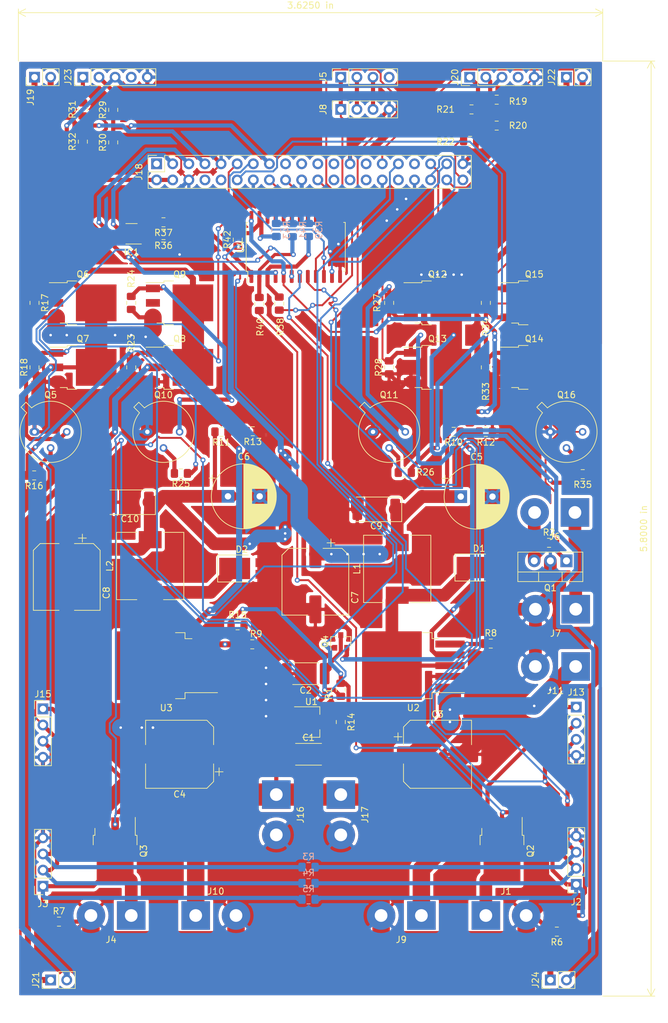
<source format=kicad_pcb>
(kicad_pcb (version 20171130) (host pcbnew "(5.1.5)-3")
  (layers (0 F.Cu signal) (31 B.Cu signal) (34 B.Paste user) (35 F.Paste user) (36 B.SilkS user) (37 F.SilkS user) (38 B.Mask user) (39 F.Mask user) (44 Edge.Cuts user))
  (net 0 "")
  (net 1 VCC)
  (net 2 GND)
  (net 3 5V_LP)
  (net 4 9V_HP)
  (net 5 5V_HP)
  (net 6 "Net-(IC1-Pad3)")
  (net 7 "Net-(IC1-Pad4)")
  (net 8 "Net-(IC1-Pad5)")
  (net 9 BAT1_3S)
  (net 10 BAT1_1S)
  (net 11 BAT1_2S)
  (net 12 BAT2_3S)
  (net 13 BAT2_2S)
  (net 14 BAT2_1S)
  (net 15 "Net-(J5-Pad4)")
  (net 16 "Net-(J5-Pad3)")
  (net 17 "Net-(J5-Pad2)")
  (net 18 BCKP_3S)
  (net 19 "Net-(J13-Pad1)")
  (net 20 "Net-(J10-Pad1)")
  (net 21 "Net-(J18-Pad1)")
  (net 22 "/Control Logic/RHall2")
  (net 23 "Net-(J18-Pad8)")
  (net 24 "Net-(J18-Pad10)")
  (net 25 "/Motor Control/LT_F")
  (net 26 "/Control Logic/RT_R")
  (net 27 "Net-(J18-Pad13)")
  (net 28 "/Control Logic/RHall1")
  (net 29 "Net-(J18-Pad16)")
  (net 30 "Net-(J18-Pad17)")
  (net 31 "Net-(J18-Pad18)")
  (net 32 "Net-(J18-Pad19)")
  (net 33 "Net-(J18-Pad21)")
  (net 34 "Net-(J18-Pad22)")
  (net 35 "Net-(J18-Pad23)")
  (net 36 "Net-(J18-Pad24)")
  (net 37 "Net-(J18-Pad26)")
  (net 38 "Net-(J18-Pad27)")
  (net 39 "Net-(J18-Pad28)")
  (net 40 BCKP_EN)
  (net 41 9V_HP_EN)
  (net 42 "Net-(J18-Pad32)")
  (net 43 "Net-(J18-Pad33)")
  (net 44 "/Motor Control/RT_F")
  (net 45 "/Control Logic/LT_R")
  (net 46 "Net-(J18-Pad37)")
  (net 47 "/Control Logic/LHall1")
  (net 48 "/Control Logic/LHall2")
  (net 49 "Net-(J19-Pad1)")
  (net 50 "Net-(J20-Pad1)")
  (net 51 "Net-(J20-Pad2)")
  (net 52 "Net-(J20-Pad4)")
  (net 53 "Net-(J19-Pad2)")
  (net 54 "Net-(J22-Pad1)")
  (net 55 "Net-(J23-Pad4)")
  (net 56 "Net-(J23-Pad2)")
  (net 57 "Net-(J23-Pad1)")
  (net 58 "Net-(J22-Pad2)")
  (net 59 "Net-(D1-Pad3)")
  (net 60 "Net-(D2-Pad3)")
  (net 61 "Net-(Q4-Pad2)")
  (net 62 "Net-(Q5-Pad3)")
  (net 63 "Net-(Q5-Pad2)")
  (net 64 "Net-(Q10-Pad3)")
  (net 65 "Net-(Q10-Pad2)")
  (net 66 "Net-(Q11-Pad3)")
  (net 67 "Net-(Q11-Pad2)")
  (net 68 "Net-(Q15-Pad1)")
  (net 69 "Net-(Q16-Pad2)")
  (net 70 "Net-(R15-Pad2)")
  (net 71 "Net-(R10-Pad1)")
  (net 72 "Net-(R11-Pad1)")
  (net 73 "Net-(R37-Pad1)")
  (net 74 "Net-(R38-Pad2)")
  (net 75 "Net-(R40-Pad2)")
  (net 76 "Net-(R42-Pad2)")
  (net 77 "Net-(U4-Pad16)")
  (net 78 "Net-(U4-Pad17)")
  (net 79 "Net-(U4-Pad18)")
  (net 80 "Net-(U4-Pad19)")
  (net 81 "Net-(U4-Pad20)")
  (net 82 "Net-(U4-Pad21)")
  (net 83 "Net-(U4-Pad22)")
  (module logo:logo (layer B.Cu) (at 81.28 114.3 180)
    (fp_text reference G*** hide)
    (fp_text value LOGO hide)
  )
  (module Connector_PinSocket_2.54mm:PinSocket_2x20_P2.54mm_Vertical (layer F.Cu) (at 57.336373 41.589138 90)
    (fp_text reference J18 (at -1.27 -2.77 90) (layer F.SilkS))
    (fp_text value Raspberry_Pi_2_3)
    (pad 1 thru_hole rect (at 0 0 90) (size 1.7 1.7) (drill 1) (layers *.Cu *.Mask) (net 21 "Net-(J18-Pad1)"))
    (pad 2 thru_hole oval (at -2.54 0 90) (size 1.7 1.7) (drill 1) (layers *.Cu *.Mask) (net 5 5V_HP))
    (pad 3 thru_hole oval (at 0 2.54 90) (size 1.7 1.7) (drill 1) (layers *.Cu *.Mask) (net 7 "Net-(IC1-Pad4)"))
    (pad 4 thru_hole oval (at -2.54 2.54 90) (size 1.7 1.7) (drill 1) (layers *.Cu *.Mask) (net 5 5V_HP))
    (pad 5 thru_hole oval (at 0 5.08 90) (size 1.7 1.7) (drill 1) (layers *.Cu *.Mask) (net 8 "Net-(IC1-Pad5)"))
    (pad 6 thru_hole oval (at -2.54 5.08 90) (size 1.7 1.7) (drill 1) (layers *.Cu *.Mask) (net 2 GND))
    (pad 7 thru_hole oval (at 0 7.62 90) (size 1.7 1.7) (drill 1) (layers *.Cu *.Mask) (net 22 "/Control Logic/RHall2"))
    (pad 8 thru_hole oval (at -2.54 7.62 90) (size 1.7 1.7) (drill 1) (layers *.Cu *.Mask) (net 23 "Net-(J18-Pad8)"))
    (pad 9 thru_hole oval (at 0 10.16 90) (size 1.7 1.7) (drill 1) (layers *.Cu *.Mask) (net 2 GND))
    (pad 10 thru_hole oval (at -2.54 10.16 90) (size 1.7 1.7) (drill 1) (layers *.Cu *.Mask) (net 24 "Net-(J18-Pad10)"))
    (pad 11 thru_hole oval (at 0 12.7 90) (size 1.7 1.7) (drill 1) (layers *.Cu *.Mask) (net 25 "/Motor Control/LT_F"))
    (pad 12 thru_hole oval (at -2.54 12.7 90) (size 1.7 1.7) (drill 1) (layers *.Cu *.Mask) (net 26 "/Control Logic/RT_R"))
    (pad 13 thru_hole oval (at 0 15.24 90) (size 1.7 1.7) (drill 1) (layers *.Cu *.Mask) (net 27 "Net-(J18-Pad13)"))
    (pad 14 thru_hole oval (at -2.54 15.24 90) (size 1.7 1.7) (drill 1) (layers *.Cu *.Mask) (net 2 GND))
    (pad 15 thru_hole oval (at 0 17.78 90) (size 1.7 1.7) (drill 1) (layers *.Cu *.Mask) (net 28 "/Control Logic/RHall1"))
    (pad 16 thru_hole oval (at -2.54 17.78 90) (size 1.7 1.7) (drill 1) (layers *.Cu *.Mask) (net 29 "Net-(J18-Pad16)"))
    (pad 17 thru_hole oval (at 0 20.32 90) (size 1.7 1.7) (drill 1) (layers *.Cu *.Mask) (net 30 "Net-(J18-Pad17)"))
    (pad 18 thru_hole oval (at -2.54 20.32 90) (size 1.7 1.7) (drill 1) (layers *.Cu *.Mask) (net 31 "Net-(J18-Pad18)"))
    (pad 19 thru_hole oval (at 0 22.86 90) (size 1.7 1.7) (drill 1) (layers *.Cu *.Mask) (net 32 "Net-(J18-Pad19)"))
    (pad 20 thru_hole oval (at -2.54 22.86 90) (size 1.7 1.7) (drill 1) (layers *.Cu *.Mask) (net 2 GND))
    (pad 21 thru_hole oval (at 0 25.4 90) (size 1.7 1.7) (drill 1) (layers *.Cu *.Mask) (net 33 "Net-(J18-Pad21)"))
    (pad 22 thru_hole oval (at -2.54 25.4 90) (size 1.7 1.7) (drill 1) (layers *.Cu *.Mask) (net 34 "Net-(J18-Pad22)"))
    (pad 23 thru_hole oval (at 0 27.94 90) (size 1.7 1.7) (drill 1) (layers *.Cu *.Mask) (net 35 "Net-(J18-Pad23)"))
    (pad 24 thru_hole oval (at -2.54 27.94 90) (size 1.7 1.7) (drill 1) (layers *.Cu *.Mask) (net 36 "Net-(J18-Pad24)"))
    (pad 25 thru_hole oval (at 0 30.48 90) (size 1.7 1.7) (drill 1) (layers *.Cu *.Mask) (net 2 GND))
    (pad 26 thru_hole oval (at -2.54 30.48 90) (size 1.7 1.7) (drill 1) (layers *.Cu *.Mask) (net 37 "Net-(J18-Pad26)"))
    (pad 27 thru_hole oval (at 0 33.02 90) (size 1.7 1.7) (drill 1) (layers *.Cu *.Mask) (net 38 "Net-(J18-Pad27)"))
    (pad 28 thru_hole oval (at -2.54 33.02 90) (size 1.7 1.7) (drill 1) (layers *.Cu *.Mask) (net 39 "Net-(J18-Pad28)"))
    (pad 29 thru_hole oval (at 0 35.56 90) (size 1.7 1.7) (drill 1) (layers *.Cu *.Mask) (net 40 BCKP_EN))
    (pad 30 thru_hole oval (at -2.54 35.56 90) (size 1.7 1.7) (drill 1) (layers *.Cu *.Mask) (net 2 GND))
    (pad 31 thru_hole oval (at 0 38.1 90) (size 1.7 1.7) (drill 1) (layers *.Cu *.Mask) (net 41 9V_HP_EN))
    (pad 32 thru_hole oval (at -2.54 38.1 90) (size 1.7 1.7) (drill 1) (layers *.Cu *.Mask) (net 42 "Net-(J18-Pad32)"))
    (pad 33 thru_hole oval (at 0 40.64 90) (size 1.7 1.7) (drill 1) (layers *.Cu *.Mask) (net 43 "Net-(J18-Pad33)"))
    (pad 34 thru_hole oval (at -2.54 40.64 90) (size 1.7 1.7) (drill 1) (layers *.Cu *.Mask) (net 2 GND))
    (pad 35 thru_hole oval (at 0 43.18 90) (size 1.7 1.7) (drill 1) (layers *.Cu *.Mask) (net 44 "/Motor Control/RT_F"))
    (pad 36 thru_hole oval (at -2.54 43.18 90) (size 1.7 1.7) (drill 1) (layers *.Cu *.Mask) (net 45 "/Control Logic/LT_R"))
    (pad 37 thru_hole oval (at 0 45.72 90) (size 1.7 1.7) (drill 1) (layers *.Cu *.Mask) (net 46 "Net-(J18-Pad37)"))
    (pad 38 thru_hole oval (at -2.54 45.72 90) (size 1.7 1.7) (drill 1) (layers *.Cu *.Mask) (net 47 "/Control Logic/LHall1"))
    (pad 39 thru_hole oval (at 0 48.26 90) (size 1.7 1.7) (drill 1) (layers *.Cu *.Mask) (net 2 GND))
    (pad 40 thru_hole oval (at -2.54 48.26 90) (size 1.7 1.7) (drill 1) (layers *.Cu *.Mask) (net 48 "/Control Logic/LHall2"))
  )
  (module Package_TO_SOT_SMD:TO-252-3_TabPin2 (layer F.Cu) (at 101.6 73.66)
    (fp_text reference Q13 (at 0 -4.5) (layer F.SilkS))
    (fp_text value FDD8896-F085)
    (pad 1 smd rect (at -4.2 -2.28) (size 2.2 1.2) (layers F.Cu F.Paste F.Mask) (net 44 "/Motor Control/RT_F"))
    (pad 3 smd rect (at -4.2 2.28) (size 2.2 1.2) (layers F.Cu F.Paste F.Mask) (net 2 GND))
    (pad 2 smd rect (at 2.1 0) (size 6.4 5.8) (layers F.Cu F.Mask) (net 54 "Net-(J22-Pad1)"))
  )
  (module Package_TO_SOT_SMD:TO-252-3_TabPin2 (layer F.Cu) (at 101.6 63.5)
    (fp_text reference Q12 (at 0 -4.5) (layer F.SilkS))
    (fp_text value FDD6685)
    (pad 2 smd rect (at 2.1 0) (size 6.4 5.8) (layers F.Cu F.Mask) (net 54 "Net-(J22-Pad1)"))
    (pad 3 smd rect (at -4.2 2.28) (size 2.2 1.2) (layers F.Cu F.Paste F.Mask) (net 4 9V_HP))
    (pad 1 smd rect (at -4.2 -2.28) (size 2.2 1.2) (layers F.Cu F.Paste F.Mask) (net 66 "Net-(Q11-Pad3)"))
  )
  (module Package_TO_SOT_SMD:TO-252-3_TabPin2 (layer F.Cu) (at 116.84 63.5)
    (fp_text reference Q15 (at 0 -4.5) (layer F.SilkS))
    (fp_text value FDD6685)
    (pad 1 smd rect (at -4.2 -2.28) (size 2.2 1.2) (layers F.Cu F.Paste F.Mask) (net 68 "Net-(Q15-Pad1)"))
    (pad 3 smd rect (at -4.2 2.28) (size 2.2 1.2) (layers F.Cu F.Paste F.Mask) (net 4 9V_HP))
    (pad 2 smd rect (at 2.1 0) (size 6.4 5.8) (layers F.Cu F.Mask) (net 58 "Net-(J22-Pad2)"))
  )
  (module Package_TO_SOT_SMD:TO-252-3_TabPin2 (layer F.Cu) (at 116.84 73.66)
    (fp_text reference Q14 (at 0 -4.5) (layer F.SilkS))
    (fp_text value FDD8896-F085)
    (pad 2 smd rect (at 2.1 0) (size 6.4 5.8) (layers F.Cu F.Mask) (net 58 "Net-(J22-Pad2)"))
    (pad 3 smd rect (at -4.2 2.28) (size 2.2 1.2) (layers F.Cu F.Paste F.Mask) (net 2 GND))
    (pad 1 smd rect (at -4.2 -2.28) (size 2.2 1.2) (layers F.Cu F.Paste F.Mask) (net 26 "/Control Logic/RT_R"))
  )
  (module Package_SO:SOIC-24W_7.5x15.4mm_P1.27mm (layer F.Cu) (at 79.260038 54.684285 90)
    (fp_text reference U4 (at 0 -8.65 90) (layer F.SilkS))
    (fp_text value CD74HC4067M)
    (pad 1 smd roundrect (at -4.65 -6.985 90) (size 2.05 0.6) (layers F.Cu F.Paste F.Mask) (net 73 "Net-(R37-Pad1)"))
    (pad 2 smd roundrect (at -4.65 -5.715 90) (size 2.05 0.6) (layers F.Cu F.Paste F.Mask) (net 75 "Net-(R40-Pad2)"))
    (pad 3 smd roundrect (at -4.65 -4.445 90) (size 2.05 0.6) (layers F.Cu F.Paste F.Mask) (net 74 "Net-(R38-Pad2)"))
    (pad 4 smd roundrect (at -4.65 -3.175 90) (size 2.05 0.6) (layers F.Cu F.Paste F.Mask) (net 5 5V_HP))
    (pad 5 smd roundrect (at -4.65 -1.905 90) (size 2.05 0.6) (layers F.Cu F.Paste F.Mask) (net 4 9V_HP))
    (pad 6 smd roundrect (at -4.65 -0.635 90) (size 2.05 0.6) (layers F.Cu F.Paste F.Mask) (net 14 BAT2_1S))
    (pad 7 smd roundrect (at -4.65 0.635 90) (size 2.05 0.6) (layers F.Cu F.Paste F.Mask) (net 13 BAT2_2S))
    (pad 8 smd roundrect (at -4.65 1.905 90) (size 2.05 0.6) (layers F.Cu F.Paste F.Mask) (net 10 BAT1_1S))
    (pad 9 smd roundrect (at -4.65 3.175 90) (size 2.05 0.6) (layers F.Cu F.Paste F.Mask) (net 11 BAT1_2S))
    (pad 10 smd roundrect (at -4.65 4.445 90) (size 2.05 0.6) (layers F.Cu F.Paste F.Mask) (net 27 "Net-(J18-Pad13)"))
    (pad 11 smd roundrect (at -4.65 5.715 90) (size 2.05 0.6) (layers F.Cu F.Paste F.Mask) (net 46 "Net-(J18-Pad37)"))
    (pad 12 smd roundrect (at -4.65 6.985 90) (size 2.05 0.6) (layers F.Cu F.Paste F.Mask) (net 2 GND))
    (pad 13 smd roundrect (at 4.65 6.985 90) (size 2.05 0.6) (layers F.Cu F.Paste F.Mask) (net 34 "Net-(J18-Pad22)"))
    (pad 14 smd roundrect (at 4.65 5.715 90) (size 2.05 0.6) (layers F.Cu F.Paste F.Mask) (net 31 "Net-(J18-Pad18)"))
    (pad 15 smd roundrect (at 4.65 4.445 90) (size 2.05 0.6) (layers F.Cu F.Paste F.Mask) (net 29 "Net-(J18-Pad16)"))
    (pad 16 smd roundrect (at 4.65 3.175 90) (size 2.05 0.6) (layers F.Cu F.Paste F.Mask) (net 77 "Net-(U4-Pad16)"))
    (pad 17 smd roundrect (at 4.65 1.905 90) (size 2.05 0.6) (layers F.Cu F.Paste F.Mask) (net 78 "Net-(U4-Pad17)"))
    (pad 18 smd roundrect (at 4.65 0.635 90) (size 2.05 0.6) (layers F.Cu F.Paste F.Mask) (net 79 "Net-(U4-Pad18)"))
    (pad 19 smd roundrect (at 4.65 -0.635 90) (size 2.05 0.6) (layers F.Cu F.Paste F.Mask) (net 80 "Net-(U4-Pad19)"))
    (pad 20 smd roundrect (at 4.65 -1.905 90) (size 2.05 0.6) (layers F.Cu F.Paste F.Mask) (net 81 "Net-(U4-Pad20)"))
    (pad 21 smd roundrect (at 4.65 -3.175 90) (size 2.05 0.6) (layers F.Cu F.Paste F.Mask) (net 82 "Net-(U4-Pad21)"))
    (pad 22 smd roundrect (at 4.65 -4.445 90) (size 2.05 0.6) (layers F.Cu F.Paste F.Mask) (net 83 "Net-(U4-Pad22)"))
    (pad 23 smd roundrect (at 4.65 -5.715 90) (size 2.05 0.6) (layers F.Cu F.Paste F.Mask) (net 76 "Net-(R42-Pad2)"))
    (pad 24 smd roundrect (at 4.65 -6.985 90) (size 2.05 0.6) (layers F.Cu F.Paste F.Mask) (net 4 9V_HP))
  )
  (module Capacitor_SMD:CP_Elec_10x12.6 (layer F.Cu) (at 82.352684 107.434817 270)
    (fp_text reference C7 (at 2.5 -6.25 90) (layer F.SilkS))
    (fp_text value 470u)
    (pad 2 smd roundrect (at 4.35 0 270) (size 4.4 1.9) (layers F.Cu F.Paste F.Mask) (roundrect_rratio 0.131579) (net 2 GND))
    (pad 1 smd roundrect (at -4.35 0 270) (size 4.4 1.9) (layers F.Cu F.Paste F.Mask) (roundrect_rratio 0.131579) (net 4 9V_HP))
  )
  (module Capacitor_SMD:CP_Elec_10x12.6 (layer F.Cu) (at 43.18 106.68 270)
    (fp_text reference C8 (at 2.5 -6.25 90) (layer F.SilkS))
    (fp_text value 470u)
    (pad 2 smd roundrect (at 4.35 0 270) (size 4.4 1.9) (layers F.Cu F.Paste F.Mask) (roundrect_rratio 0.131579) (net 2 GND))
    (pad 1 smd roundrect (at -4.35 0 270) (size 4.4 1.9) (layers F.Cu F.Paste F.Mask) (roundrect_rratio 0.131579) (net 5 5V_HP))
  )
  (module Connector_PinHeader_2.54mm:PinHeader_1x02_P2.54mm_Vertical (layer F.Cu) (at 119.38 170.18 90)
    (fp_text reference J24 (at 0 -2.33 90) (layer F.SilkS))
    (fp_text value Conn_01x02_Male)
    (pad 2 thru_hole oval (at 0 2.54 90) (size 1.7 1.7) (drill 1) (layers *.Cu *.Mask) (net 54 "Net-(J22-Pad1)"))
    (pad 1 thru_hole rect (at 0 0 90) (size 1.7 1.7) (drill 1) (layers *.Cu *.Mask) (net 58 "Net-(J22-Pad2)"))
  )
  (module Connector_PinHeader_2.54mm:PinHeader_1x02_P2.54mm_Vertical (layer F.Cu) (at 121.92 27.94 90)
    (fp_text reference J22 (at 0 -2.33 90) (layer F.SilkS))
    (fp_text value Conn_01x02_Male)
    (pad 2 thru_hole oval (at 0 2.54 90) (size 1.7 1.7) (drill 1) (layers *.Cu *.Mask) (net 58 "Net-(J22-Pad2)"))
    (pad 1 thru_hole rect (at 0 0 90) (size 1.7 1.7) (drill 1) (layers *.Cu *.Mask) (net 54 "Net-(J22-Pad1)"))
  )
  (module Connector_PinHeader_2.54mm:PinHeader_1x02_P2.54mm_Vertical (layer F.Cu) (at 40.64 170.18 90)
    (fp_text reference J21 (at 0 -2.33 90) (layer F.SilkS))
    (fp_text value Conn_01x02_Male)
    (pad 2 thru_hole oval (at 0 2.54 90) (size 1.7 1.7) (drill 1) (layers *.Cu *.Mask) (net 49 "Net-(J19-Pad1)"))
    (pad 1 thru_hole rect (at 0 0 90) (size 1.7 1.7) (drill 1) (layers *.Cu *.Mask) (net 53 "Net-(J19-Pad2)"))
  )
  (module Connector_PinHeader_2.54mm:PinHeader_1x02_P2.54mm_Vertical (layer F.Cu) (at 38.1 27.94 90)
    (fp_text reference J19 (at -3.175 -0.635 90) (layer F.SilkS))
    (fp_text value Conn_01x02_Male)
    (pad 2 thru_hole oval (at 0 2.54 90) (size 1.7 1.7) (drill 1) (layers *.Cu *.Mask) (net 53 "Net-(J19-Pad2)"))
    (pad 1 thru_hole rect (at 0 0 90) (size 1.7 1.7) (drill 1) (layers *.Cu *.Mask) (net 49 "Net-(J19-Pad1)"))
  )
  (module Connector_PinHeader_2.54mm:PinHeader_1x04_P2.54mm_Vertical (layer F.Cu) (at 123.46014 127.182853)
    (fp_text reference J13 (at 0 -2.33) (layer F.SilkS))
    (fp_text value Conn_01x04_Male)
    (pad 4 thru_hole oval (at 0 7.62) (size 1.7 1.7) (drill 1) (layers *.Cu *.Mask) (net 2 GND))
    (pad 3 thru_hole oval (at 0 5.08) (size 1.7 1.7) (drill 1) (layers *.Cu *.Mask) (net 10 BAT1_1S))
    (pad 2 thru_hole oval (at 0 2.54) (size 1.7 1.7) (drill 1) (layers *.Cu *.Mask) (net 11 BAT1_2S))
    (pad 1 thru_hole rect (at 0 0) (size 1.7 1.7) (drill 1) (layers *.Cu *.Mask) (net 19 "Net-(J13-Pad1)"))
  )
  (module Diode_SMD:D_PowerDI-5 (layer F.Cu) (at 70.762295 105.34679)
    (fp_text reference D2 (at 0 -3 180) (layer F.SilkS))
    (fp_text value SDT5100LP5-13)
    (pad 3 smd rect (at -1.12 0 180) (size 4.86 3.36) (layers F.Cu F.Paste F.Mask) (net 60 "Net-(D2-Pad3)"))
    (pad 2 smd rect (at 2.862 0.92 180) (size 1.4 1.39) (layers F.Cu F.Paste F.Mask) (net 2 GND))
    (pad 2 smd rect (at 2.862 -0.92 180) (size 1.4 1.39) (layers F.Cu F.Paste F.Mask) (net 2 GND))
  )
  (module Diode_SMD:D_PowerDI-5 (layer F.Cu) (at 108.161657 105.198343)
    (fp_text reference D1 (at 0 -3) (layer F.SilkS))
    (fp_text value SDT5100LP5-13)
    (pad 2 smd rect (at 2.862 -0.92 180) (size 1.4 1.39) (layers F.Cu F.Paste F.Mask) (net 2 GND))
    (pad 2 smd rect (at 2.862 0.92 180) (size 1.4 1.39) (layers F.Cu F.Paste F.Mask) (net 2 GND))
    (pad 3 smd rect (at -1.12 0 180) (size 4.86 3.36) (layers F.Cu F.Paste F.Mask) (net 59 "Net-(D1-Pad3)"))
  )
  (module Capacitor_SMD:C_2512_6332Metric_Pad1.52x3.35mm_HandSolder (layer F.Cu) (at 81.28 134.62)
    (fp_text reference C1 (at 0 -2.62) (layer F.SilkS))
    (fp_text value 10u)
    (pad 1 smd roundrect (at -2.9875 0) (size 1.525 3.35) (layers F.Cu F.Paste F.Mask) (roundrect_rratio 0.163934) (net 1 VCC))
    (pad 2 smd roundrect (at 2.9875 0) (size 1.525 3.35) (layers F.Cu F.Paste F.Mask) (roundrect_rratio 0.163934) (net 2 GND))
  )
  (module Capacitor_SMD:C_2512_6332Metric_Pad1.52x3.35mm_HandSolder (layer F.Cu) (at 80.8325 121.92 180)
    (fp_text reference C2 (at 0 -2.62) (layer F.SilkS))
    (fp_text value 10u)
    (pad 2 smd roundrect (at 2.9875 0 180) (size 1.525 3.35) (layers F.Cu F.Paste F.Mask) (roundrect_rratio 0.163934) (net 2 GND))
    (pad 1 smd roundrect (at -2.9875 0 180) (size 1.525 3.35) (layers F.Cu F.Paste F.Mask) (roundrect_rratio 0.163934) (net 3 5V_LP))
  )
  (module Capacitor_SMD:CP_Elec_10x12.5 (layer F.Cu) (at 101.6 134.62)
    (fp_text reference C3 (at 0 -6.3) (layer F.SilkS))
    (fp_text value 470u)
    (pad 1 smd roundrect (at -4.2 0) (size 4.4 2.5) (layers F.Cu F.Paste F.Mask) (roundrect_rratio 0.1) (net 1 VCC))
    (pad 2 smd roundrect (at 4.2 0) (size 4.4 2.5) (layers F.Cu F.Paste F.Mask) (roundrect_rratio 0.1) (net 2 GND))
  )
  (module Capacitor_SMD:CP_Elec_10x12.5 (layer F.Cu) (at 60.96 134.62 180)
    (fp_text reference C4 (at 0 -6.3) (layer F.SilkS))
    (fp_text value 470u)
    (pad 2 smd roundrect (at 4.2 0 180) (size 4.4 2.5) (layers F.Cu F.Paste F.Mask) (roundrect_rratio 0.1) (net 2 GND))
    (pad 1 smd roundrect (at -4.2 0 180) (size 4.4 2.5) (layers F.Cu F.Paste F.Mask) (roundrect_rratio 0.1) (net 1 VCC))
  )
  (module Capacitor_THT:CP_Radial_D10.0mm_P5.00mm (layer F.Cu) (at 105.26294 94.022763)
    (fp_text reference C5 (at 2.5 -6.25) (layer F.SilkS))
    (fp_text value 470u)
    (pad 1 thru_hole rect (at 0 0) (size 2 2) (drill 1) (layers *.Cu *.Mask) (net 4 9V_HP))
    (pad 2 thru_hole circle (at 5 0) (size 2 2) (drill 1) (layers *.Cu *.Mask) (net 2 GND))
  )
  (module Capacitor_THT:CP_Radial_D10.0mm_P5.00mm (layer F.Cu) (at 68.58 93.98)
    (fp_text reference C6 (at 2.5 -6.25) (layer F.SilkS))
    (fp_text value 470u)
    (pad 1 thru_hole rect (at 0 0) (size 2 2) (drill 1) (layers *.Cu *.Mask) (net 5 5V_HP))
    (pad 2 thru_hole circle (at 5 0) (size 2 2) (drill 1) (layers *.Cu *.Mask) (net 2 GND))
  )
  (module Diode_SMD:D_2512_6332Metric_Pad1.52x3.35mm_HandSolder (layer F.Cu) (at 91.948869 96.026787 180)
    (fp_text reference C9 (at 0 -2.62) (layer F.SilkS))
    (fp_text value 10u)
    (pad 1 smd roundrect (at -2.9875 0 180) (size 1.525 3.35) (layers F.Cu F.Paste F.Mask) (roundrect_rratio 0.163934) (net 4 9V_HP))
    (pad 2 smd roundrect (at 2.9875 0 180) (size 1.525 3.35) (layers F.Cu F.Paste F.Mask) (roundrect_rratio 0.163934) (net 2 GND))
  )
  (module Diode_SMD:D_2512_6332Metric_Pad1.52x3.35mm_HandSolder (layer F.Cu) (at 53.138234 94.908122 180)
    (fp_text reference C10 (at 0 -2.62) (layer F.SilkS))
    (fp_text value 10u)
    (pad 2 smd roundrect (at 2.9875 0 180) (size 1.525 3.35) (layers F.Cu F.Paste F.Mask) (roundrect_rratio 0.163934) (net 2 GND))
    (pad 1 smd roundrect (at -2.9875 0 180) (size 1.525 3.35) (layers F.Cu F.Paste F.Mask) (roundrect_rratio 0.163934) (net 5 5V_HP))
  )
  (module Package_TO_SOT_SMD:SOT-23-5 (layer F.Cu) (at 53.385825 52.614949 180)
    (fp_text reference IC1 (at 0 -2.9) (layer F.SilkS))
    (fp_text value MCP3021A0T-E_OT)
    (pad 1 smd rect (at -1.1 -0.95 180) (size 1.06 0.65) (layers F.Cu F.Paste F.Mask) (net 5 5V_HP))
    (pad 2 smd rect (at -1.1 0 180) (size 1.06 0.65) (layers F.Cu F.Paste F.Mask) (net 2 GND))
    (pad 3 smd rect (at -1.1 0.95 180) (size 1.06 0.65) (layers F.Cu F.Paste F.Mask) (net 6 "Net-(IC1-Pad3)"))
    (pad 4 smd rect (at 1.1 0.95 180) (size 1.06 0.65) (layers F.Cu F.Paste F.Mask) (net 7 "Net-(IC1-Pad4)"))
    (pad 5 smd rect (at 1.1 -0.95 180) (size 1.06 0.65) (layers F.Cu F.Paste F.Mask) (net 8 "Net-(IC1-Pad5)"))
  )
  (module Connector_Wire:SolderWirePad_1x02_P7.62mm_Drill2mm (layer F.Cu) (at 109.22 160.02)
    (fp_text reference J1 (at 3.175 -3.81) (layer F.SilkS))
    (fp_text value Conn_01x02_Male)
    (pad 2 thru_hole circle (at 6.35 0) (size 4.50088 4.50088) (drill 1.99898) (layers *.Cu *.Mask) (net 2 GND))
    (pad 1 thru_hole rect (at 0 0) (size 4.50088 4.50088) (drill 1.99898) (layers *.Cu *.Mask) (net 9 BAT1_3S))
  )
  (module Connector_PinSocket_2.54mm:PinSocket_1x04_P2.54mm_Vertical (layer F.Cu) (at 123.46014 155.122853 180)
    (fp_text reference J2 (at 0 -2.77) (layer F.SilkS))
    (fp_text value Conn_01x04_Male)
    (pad 4 thru_hole oval (at 0 7.62 180) (size 1.7 1.7) (drill 1) (layers *.Cu *.Mask) (net 2 GND))
    (pad 3 thru_hole oval (at 0 5.08 180) (size 1.7 1.7) (drill 1) (layers *.Cu *.Mask) (net 10 BAT1_1S))
    (pad 2 thru_hole oval (at 0 2.54 180) (size 1.7 1.7) (drill 1) (layers *.Cu *.Mask) (net 11 BAT1_2S))
    (pad 1 thru_hole rect (at 0 0 180) (size 1.7 1.7) (drill 1) (layers *.Cu *.Mask) (net 9 BAT1_3S))
  )
  (module Connector_PinSocket_2.54mm:PinSocket_1x04_P2.54mm_Vertical (layer F.Cu) (at 39.429345 155.406262 180)
    (fp_text reference J3 (at 0 -2.77) (layer F.SilkS))
    (fp_text value Conn_01x04_Male)
    (pad 1 thru_hole rect (at 0 0 180) (size 1.7 1.7) (drill 1) (layers *.Cu *.Mask) (net 12 BAT2_3S))
    (pad 2 thru_hole oval (at 0 2.54 180) (size 1.7 1.7) (drill 1) (layers *.Cu *.Mask) (net 13 BAT2_2S))
    (pad 3 thru_hole oval (at 0 5.08 180) (size 1.7 1.7) (drill 1) (layers *.Cu *.Mask) (net 14 BAT2_1S))
    (pad 4 thru_hole oval (at 0 7.62 180) (size 1.7 1.7) (drill 1) (layers *.Cu *.Mask) (net 2 GND))
  )
  (module Connector_Wire:SolderWirePad_1x02_P7.62mm_Drill2mm (layer F.Cu) (at 53.34 160.02 180)
    (fp_text reference J4 (at 3.175 -3.81) (layer F.SilkS))
    (fp_text value Conn_01x02_Male)
    (pad 1 thru_hole rect (at 0 0 180) (size 4.50088 4.50088) (drill 1.99898) (layers *.Cu *.Mask) (net 12 BAT2_3S))
    (pad 2 thru_hole circle (at 6.35 0 180) (size 4.50088 4.50088) (drill 1.99898) (layers *.Cu *.Mask) (net 2 GND))
  )
  (module Connector_PinSocket_2.54mm:PinSocket_1x04_P2.54mm_Vertical (layer F.Cu) (at 86.36 27.94 90)
    (fp_text reference J5 (at 0 -2.77 90) (layer F.SilkS))
    (fp_text value Conn_01x04_Male)
    (pad 4 thru_hole oval (at 0 7.62 90) (size 1.7 1.7) (drill 1) (layers *.Cu *.Mask) (net 15 "Net-(J5-Pad4)"))
    (pad 3 thru_hole oval (at 0 5.08 90) (size 1.7 1.7) (drill 1) (layers *.Cu *.Mask) (net 16 "Net-(J5-Pad3)"))
    (pad 2 thru_hole oval (at 0 2.54 90) (size 1.7 1.7) (drill 1) (layers *.Cu *.Mask) (net 17 "Net-(J5-Pad2)"))
    (pad 1 thru_hole rect (at 0 0 90) (size 1.7 1.7) (drill 1) (layers *.Cu *.Mask) (net 18 BCKP_3S))
  )
  (module Connector_Wire:SolderWirePad_1x02_P7.62mm_Drill2mm (layer F.Cu) (at 123.255131 96.52 180)
    (fp_text reference J6 (at 3.175 -3.81) (layer F.SilkS))
    (fp_text value Conn_01x02_Male)
    (pad 2 thru_hole circle (at 6.35 0 180) (size 4.50088 4.50088) (drill 1.99898) (layers *.Cu *.Mask) (net 15 "Net-(J5-Pad4)"))
    (pad 1 thru_hole rect (at 0 0 180) (size 4.50088 4.50088) (drill 1.99898) (layers *.Cu *.Mask) (net 18 BCKP_3S))
  )
  (module Connector_Wire:SolderWirePad_1x02_P7.62mm_Drill2mm (layer F.Cu) (at 123.379353 111.767234 180)
    (fp_text reference J7 (at 3.175 -3.81) (layer F.SilkS))
    (fp_text value Conn_01x02_Male)
    (pad 1 thru_hole rect (at 0 0 180) (size 4.50088 4.50088) (drill 1.99898) (layers *.Cu *.Mask) (net 18 BCKP_3S))
    (pad 2 thru_hole circle (at 6.35 0 180) (size 4.50088 4.50088) (drill 1.99898) (layers *.Cu *.Mask) (net 2 GND))
  )
  (module Connector_PinSocket_2.54mm:PinSocket_1x04_P2.54mm_Vertical (layer F.Cu) (at 86.36 33.02 90)
    (fp_text reference J8 (at 0 -2.77 90) (layer F.SilkS))
    (fp_text value Conn_01x04_Male)
    (pad 1 thru_hole rect (at 0 0 90) (size 1.7 1.7) (drill 1) (layers *.Cu *.Mask) (net 18 BCKP_3S))
    (pad 2 thru_hole oval (at 0 2.54 90) (size 1.7 1.7) (drill 1) (layers *.Cu *.Mask) (net 17 "Net-(J5-Pad2)"))
    (pad 3 thru_hole oval (at 0 5.08 90) (size 1.7 1.7) (drill 1) (layers *.Cu *.Mask) (net 16 "Net-(J5-Pad3)"))
    (pad 4 thru_hole oval (at 0 7.62 90) (size 1.7 1.7) (drill 1) (layers *.Cu *.Mask) (net 2 GND))
  )
  (module Connector_Wire:SolderWirePad_1x02_P7.62mm_Drill2mm (layer F.Cu) (at 99.06 160.02 180)
    (fp_text reference J9 (at 3.175 -3.81) (layer F.SilkS))
    (fp_text value Conn_01x02_Male)
    (pad 1 thru_hole rect (at 0 0 180) (size 4.50088 4.50088) (drill 1.99898) (layers *.Cu *.Mask) (net 19 "Net-(J13-Pad1)"))
    (pad 2 thru_hole circle (at 6.35 0 180) (size 4.50088 4.50088) (drill 1.99898) (layers *.Cu *.Mask) (net 2 GND))
  )
  (module Connector_Wire:SolderWirePad_1x02_P7.62mm_Drill2mm (layer F.Cu) (at 63.5 160.02)
    (fp_text reference J10 (at 3.175 -3.81) (layer F.SilkS))
    (fp_text value Conn_01x02_Male)
    (pad 2 thru_hole circle (at 6.35 0) (size 4.50088 4.50088) (drill 1.99898) (layers *.Cu *.Mask) (net 2 GND))
    (pad 1 thru_hole rect (at 0 0) (size 4.50088 4.50088) (drill 1.99898) (layers *.Cu *.Mask) (net 20 "Net-(J10-Pad1)"))
  )
  (module Connector_Wire:SolderWirePad_1x02_P7.62mm_Drill2mm (layer F.Cu) (at 123.364883 120.791115 180)
    (fp_text reference J11 (at 3.175 -3.81) (layer F.SilkS))
    (fp_text value Conn_01x02_Male)
    (pad 1 thru_hole rect (at 0 0 180) (size 4.50088 4.50088) (drill 1.99898) (layers *.Cu *.Mask) (net 1 VCC))
    (pad 2 thru_hole circle (at 6.35 0 180) (size 4.50088 4.50088) (drill 1.99898) (layers *.Cu *.Mask) (net 2 GND))
  )
  (module Connector_PinHeader_2.54mm:PinHeader_1x04_P2.54mm_Vertical (layer F.Cu) (at 39.429345 127.466262)
    (fp_text reference J15 (at 0 -2.33) (layer F.SilkS))
    (fp_text value Conn_01x04_Male)
    (pad 1 thru_hole rect (at 0 0) (size 1.7 1.7) (drill 1) (layers *.Cu *.Mask) (net 20 "Net-(J10-Pad1)"))
    (pad 2 thru_hole oval (at 0 2.54) (size 1.7 1.7) (drill 1) (layers *.Cu *.Mask) (net 13 BAT2_2S))
    (pad 3 thru_hole oval (at 0 5.08) (size 1.7 1.7) (drill 1) (layers *.Cu *.Mask) (net 14 BAT2_1S))
    (pad 4 thru_hole oval (at 0 7.62) (size 1.7 1.7) (drill 1) (layers *.Cu *.Mask) (net 2 GND))
  )
  (module Connector_Wire:SolderWirePad_1x02_P7.62mm_Drill2mm (layer F.Cu) (at 76.2 140.97 270)
    (fp_text reference J16 (at 3.175 -3.81 90) (layer F.SilkS))
    (fp_text value Conn_01x02_Male)
    (pad 2 thru_hole circle (at 6.35 0 270) (size 4.50088 4.50088) (drill 1.99898) (layers *.Cu *.Mask) (net 2 GND))
    (pad 1 thru_hole rect (at 0 0 270) (size 4.50088 4.50088) (drill 1.99898) (layers *.Cu *.Mask) (net 1 VCC))
  )
  (module Connector_Wire:SolderWirePad_1x02_P7.62mm_Drill2mm (layer F.Cu) (at 86.36 140.97 270)
    (fp_text reference J17 (at 3.175 -3.81 90) (layer F.SilkS))
    (fp_text value Conn_01x02_Male)
    (pad 1 thru_hole rect (at 0 0 270) (size 4.50088 4.50088) (drill 1.99898) (layers *.Cu *.Mask) (net 1 VCC))
    (pad 2 thru_hole circle (at 6.35 0 270) (size 4.50088 4.50088) (drill 1.99898) (layers *.Cu *.Mask) (net 2 GND))
  )
  (module Connector_PinHeader_2.54mm:PinHeader_1x05_P2.54mm_Vertical (layer F.Cu) (at 106.68 27.94 90)
    (fp_text reference J20 (at 0 -2.33 90) (layer F.SilkS))
    (fp_text value Conn_01x05_Male)
    (pad 5 thru_hole oval (at 0 10.16 90) (size 1.7 1.7) (drill 1) (layers *.Cu *.Mask) (net 2 GND))
    (pad 4 thru_hole oval (at 0 7.62 90) (size 1.7 1.7) (drill 1) (layers *.Cu *.Mask) (net 52 "Net-(J20-Pad4)"))
    (pad 3 thru_hole oval (at 0 5.08 90) (size 1.7 1.7) (drill 1) (layers *.Cu *.Mask) (net 5 5V_HP))
    (pad 2 thru_hole oval (at 0 2.54 90) (size 1.7 1.7) (drill 1) (layers *.Cu *.Mask) (net 51 "Net-(J20-Pad2)"))
    (pad 1 thru_hole rect (at 0 0 90) (size 1.7 1.7) (drill 1) (layers *.Cu *.Mask) (net 50 "Net-(J20-Pad1)"))
  )
  (module Connector_PinHeader_2.54mm:PinHeader_1x05_P2.54mm_Vertical (layer F.Cu) (at 45.72 27.94 90)
    (fp_text reference J23 (at 0 -2.33 90) (layer F.SilkS))
    (fp_text value Conn_01x05_Male)
    (pad 1 thru_hole rect (at 0 0 90) (size 1.7 1.7) (drill 1) (layers *.Cu *.Mask) (net 57 "Net-(J23-Pad1)"))
    (pad 2 thru_hole oval (at 0 2.54 90) (size 1.7 1.7) (drill 1) (layers *.Cu *.Mask) (net 56 "Net-(J23-Pad2)"))
    (pad 3 thru_hole oval (at 0 5.08 90) (size 1.7 1.7) (drill 1) (layers *.Cu *.Mask) (net 5 5V_HP))
    (pad 4 thru_hole oval (at 0 7.62 90) (size 1.7 1.7) (drill 1) (layers *.Cu *.Mask) (net 55 "Net-(J23-Pad4)"))
    (pad 5 thru_hole oval (at 0 10.16 90) (size 1.7 1.7) (drill 1) (layers *.Cu *.Mask) (net 2 GND))
  )
  (module Inductor_SMD:L_10.4x10.4_H4.8 (layer F.Cu) (at 95.25 105.41 90)
    (fp_text reference L1 (at 0 -6.35 90) (layer F.SilkS))
    (fp_text value 15u)
    (pad 1 smd rect (at -4.15 0 90) (size 2.7 3.6) (layers F.Cu F.Paste F.Mask) (net 59 "Net-(D1-Pad3)"))
    (pad 2 smd rect (at 4.15 0 90) (size 2.7 3.6) (layers F.Cu F.Paste F.Mask) (net 4 9V_HP))
  )
  (module Inductor_SMD:L_10.4x10.4_H4.8 (layer F.Cu) (at 56.324063 104.957826 90)
    (fp_text reference L2 (at 0 -6.35 90) (layer F.SilkS))
    (fp_text value 15u)
    (pad 2 smd rect (at 4.15 0 90) (size 2.7 3.6) (layers F.Cu F.Paste F.Mask) (net 5 5V_HP))
    (pad 1 smd rect (at -4.15 0 90) (size 2.7 3.6) (layers F.Cu F.Paste F.Mask) (net 60 "Net-(D2-Pad3)"))
  )
  (module Package_TO_SOT_THT:TO-220-3_Vertical (layer F.Cu) (at 121.92 104.14 180)
    (fp_text reference Q1 (at 2.54 -4.27) (layer F.SilkS))
    (fp_text value IRF540N)
    (pad 1 thru_hole rect (at 0 0 180) (size 1.905 2) (drill 1.1) (layers *.Cu *.Mask) (net 40 BCKP_EN))
    (pad 2 thru_hole oval (at 2.54 0 180) (size 1.905 2) (drill 1.1) (layers *.Cu *.Mask) (net 2 GND))
    (pad 3 thru_hole oval (at 5.08 0 180) (size 1.905 2) (drill 1.1) (layers *.Cu *.Mask) (net 15 "Net-(J5-Pad4)"))
  )
  (module Package_TO_SOT_SMD:TO-252-3_TabPin2 (layer F.Cu) (at 111.76 149.86 270)
    (fp_text reference Q2 (at 0 -4.5 90) (layer F.SilkS))
    (fp_text value FDD6685)
    (pad 1 smd rect (at -4.2 -2.28 270) (size 2.2 1.2) (layers F.Cu F.Paste F.Mask) (net 2 GND))
    (pad 2 smd rect (at -4.2 0 270) (size 2.2 1.2) (layers F.Cu F.Paste F.Mask) (net 9 BAT1_3S))
    (pad 3 smd rect (at -4.2 2.28 270) (size 2.2 1.2) (layers F.Cu F.Paste F.Mask) (net 19 "Net-(J13-Pad1)"))
    (pad 2 smd rect (at 2.1 0 270) (size 6.4 5.8) (layers F.Cu F.Mask) (net 9 BAT1_3S))
  )
  (module Package_TO_SOT_SMD:TO-252-3_TabPin2 (layer F.Cu) (at 50.8 149.86 270)
    (fp_text reference Q3 (at 0 -4.5 90) (layer F.SilkS))
    (fp_text value FDD6685)
    (pad 2 smd rect (at 2.1 0 270) (size 6.4 5.8) (layers F.Cu F.Mask) (net 12 BAT2_3S))
    (pad 3 smd rect (at -4.2 2.28 270) (size 2.2 1.2) (layers F.Cu F.Paste F.Mask) (net 20 "Net-(J10-Pad1)"))
    (pad 2 smd rect (at -4.2 0 270) (size 2.2 1.2) (layers F.Cu F.Paste F.Mask) (net 12 BAT2_3S))
    (pad 1 smd rect (at -4.2 -2.28 270) (size 2.2 1.2) (layers F.Cu F.Paste F.Mask) (net 2 GND))
  )
  (module Package_TO_SOT_SMD:SOT-23 (layer F.Cu) (at 86.36 116.84 90)
    (fp_text reference Q4 (at 0 -2.5 90) (layer F.SilkS))
    (fp_text value 2N7002)
    (pad 1 smd rect (at -1 -0.95 90) (size 0.9 0.8) (layers F.Cu F.Paste F.Mask) (net 41 9V_HP_EN))
    (pad 2 smd rect (at -1 0.95 90) (size 0.9 0.8) (layers F.Cu F.Paste F.Mask) (net 61 "Net-(Q4-Pad2)"))
    (pad 3 smd rect (at 1 0 90) (size 0.9 0.8) (layers F.Cu F.Paste F.Mask) (net 3 5V_LP))
  )
  (module Package_TO_SOT_THT:TO-39-3 (layer F.Cu) (at 38.1 83.82)
    (fp_text reference Q5 (at 2.54 -5.82) (layer F.SilkS))
    (fp_text value 2N2219)
    (pad 3 thru_hole oval (at 5.08 0) (size 1.2 1.2) (drill 0.7) (layers *.Cu *.Mask) (net 62 "Net-(Q5-Pad3)"))
    (pad 2 thru_hole oval (at 2.54 2.54) (size 1.2 1.2) (drill 0.7) (layers *.Cu *.Mask) (net 63 "Net-(Q5-Pad2)"))
    (pad 1 thru_hole oval (at 0 0) (size 1.6 1.2) (drill 0.7) (layers *.Cu *.Mask) (net 2 GND))
  )
  (module Package_TO_SOT_SMD:TO-252-3_TabPin2 (layer F.Cu) (at 45.72 63.5)
    (fp_text reference Q6 (at 0 -4.5) (layer F.SilkS))
    (fp_text value FDD6685)
    (pad 1 smd rect (at -4.2 -2.28) (size 2.2 1.2) (layers F.Cu F.Paste F.Mask) (net 62 "Net-(Q5-Pad3)"))
    (pad 2 smd rect (at -4.2 0) (size 2.2 1.2) (layers F.Cu F.Paste F.Mask) (net 49 "Net-(J19-Pad1)"))
    (pad 3 smd rect (at -4.2 2.28) (size 2.2 1.2) (layers F.Cu F.Paste F.Mask) (net 4 9V_HP))
    (pad 2 smd rect (at 2.1 0) (size 6.4 5.8) (layers F.Cu F.Mask) (net 49 "Net-(J19-Pad1)"))
  )
  (module Package_TO_SOT_SMD:TO-252-3_TabPin2 (layer F.Cu) (at 45.72 73.66)
    (fp_text reference Q7 (at 0 -4.5) (layer F.SilkS))
    (fp_text value FDD8896-F085)
    (pad 2 smd rect (at 2.1 0) (size 6.4 5.8) (layers F.Cu F.Mask) (net 49 "Net-(J19-Pad1)"))
    (pad 3 smd rect (at -4.2 2.28) (size 2.2 1.2) (layers F.Cu F.Paste F.Mask) (net 2 GND))
    (pad 2 smd rect (at -4.2 0) (size 2.2 1.2) (layers F.Cu F.Paste F.Mask) (net 49 "Net-(J19-Pad1)"))
    (pad 1 smd rect (at -4.2 -2.28) (size 2.2 1.2) (layers F.Cu F.Paste F.Mask) (net 25 "/Motor Control/LT_F"))
  )
  (module Package_TO_SOT_SMD:TO-252-3_TabPin2 (layer F.Cu) (at 60.96 73.66)
    (fp_text reference Q8 (at 0 -4.5) (layer F.SilkS))
    (fp_text value FDD8896-F085)
    (pad 1 smd rect (at -4.2 -2.28) (size 2.2 1.2) (layers F.Cu F.Paste F.Mask) (net 45 "/Control Logic/LT_R"))
    (pad 2 smd rect (at -4.2 0) (size 2.2 1.2) (layers F.Cu F.Paste F.Mask) (net 53 "Net-(J19-Pad2)"))
    (pad 3 smd rect (at -4.2 2.28) (size 2.2 1.2) (layers F.Cu F.Paste F.Mask) (net 2 GND))
    (pad 2 smd rect (at 2.1 0) (size 6.4 5.8) (layers F.Cu F.Mask) (net 53 "Net-(J19-Pad2)"))
  )
  (module Package_TO_SOT_SMD:TO-252-3_TabPin2 (layer F.Cu) (at 60.96 63.5)
    (fp_text reference Q9 (at 0 -4.5) (layer F.SilkS))
    (fp_text value FDD6685)
    (pad 2 smd rect (at 2.1 0) (size 6.4 5.8) (layers F.Cu F.Mask) (net 53 "Net-(J19-Pad2)"))
    (pad 3 smd rect (at -4.2 2.28) (size 2.2 1.2) (layers F.Cu F.Paste F.Mask) (net 4 9V_HP))
    (pad 2 smd rect (at -4.2 0) (size 2.2 1.2) (layers F.Cu F.Paste F.Mask) (net 53 "Net-(J19-Pad2)"))
    (pad 1 smd rect (at -4.2 -2.28) (size 2.2 1.2) (layers F.Cu F.Paste F.Mask) (net 64 "Net-(Q10-Pad3)"))
  )
  (module Package_TO_SOT_THT:TO-39-3 (layer F.Cu) (at 55.88 83.82)
    (fp_text reference Q10 (at 2.54 -5.82) (layer F.SilkS))
    (fp_text value 2N2219)
    (pad 1 thru_hole oval (at 0 0) (size 1.6 1.2) (drill 0.7) (layers *.Cu *.Mask) (net 2 GND))
    (pad 2 thru_hole oval (at 2.54 2.54) (size 1.2 1.2) (drill 0.7) (layers *.Cu *.Mask) (net 65 "Net-(Q10-Pad2)"))
    (pad 3 thru_hole oval (at 5.08 0) (size 1.2 1.2) (drill 0.7) (layers *.Cu *.Mask) (net 64 "Net-(Q10-Pad3)"))
  )
  (module Package_TO_SOT_THT:TO-39-3 (layer F.Cu) (at 91.44 83.82)
    (fp_text reference Q11 (at 2.54 -5.82) (layer F.SilkS))
    (fp_text value 2N2219)
    (pad 1 thru_hole oval (at 0 0) (size 1.6 1.2) (drill 0.7) (layers *.Cu *.Mask) (net 2 GND))
    (pad 2 thru_hole oval (at 2.54 2.54) (size 1.2 1.2) (drill 0.7) (layers *.Cu *.Mask) (net 67 "Net-(Q11-Pad2)"))
    (pad 3 thru_hole oval (at 5.08 0) (size 1.2 1.2) (drill 0.7) (layers *.Cu *.Mask) (net 66 "Net-(Q11-Pad3)"))
  )
  (module Package_TO_SOT_THT:TO-39-3 (layer F.Cu) (at 119.38 83.82)
    (fp_text reference Q16 (at 2.54 -5.82) (layer F.SilkS))
    (fp_text value 2N2219)
    (pad 3 thru_hole oval (at 5.08 0) (size 1.2 1.2) (drill 0.7) (layers *.Cu *.Mask) (net 68 "Net-(Q15-Pad1)"))
    (pad 2 thru_hole oval (at 2.54 2.54) (size 1.2 1.2) (drill 0.7) (layers *.Cu *.Mask) (net 69 "Net-(Q16-Pad2)"))
    (pad 1 thru_hole oval (at 0 0) (size 1.6 1.2) (drill 0.7) (layers *.Cu *.Mask) (net 2 GND))
  )
  (module Resistor_SMD:R_0805_2012Metric_Pad1.15x1.40mm_HandSolder (layer F.Cu) (at 86.36 124.46 90)
    (fp_text reference R1 (at -0.635 -1.905 90) (layer F.SilkS))
    (fp_text value 10k)
    (pad 1 smd roundrect (at -1.025 0 90) (size 1.15 1.4) (layers F.Cu F.Paste F.Mask) (roundrect_rratio 0.217391) (net 3 5V_LP))
    (pad 2 smd roundrect (at 1.025 0 90) (size 1.15 1.4) (layers F.Cu F.Paste F.Mask) (roundrect_rratio 0.217391) (net 41 9V_HP_EN))
  )
  (module Resistor_SMD:R_0805_2012Metric_Pad1.15x1.40mm_HandSolder (layer F.Cu) (at 119.17574 101.305181)
    (fp_text reference R2 (at 0 -1.65) (layer F.SilkS))
    (fp_text value 10k)
    (pad 2 smd roundrect (at 1.025 0) (size 1.15 1.4) (layers F.Cu F.Paste F.Mask) (roundrect_rratio 0.217391) (net 40 BCKP_EN))
    (pad 1 smd roundrect (at -1.025 0) (size 1.15 1.4) (layers F.Cu F.Paste F.Mask) (roundrect_rratio 0.217391) (net 15 "Net-(J5-Pad4)"))
  )
  (module Resistor_SMD:R_0805_2012Metric_Pad1.15x1.40mm_HandSolder (layer B.Cu) (at 81.28 152.4 180)
    (fp_text reference R3 (at 0 1.65) (layer B.SilkS) (effects (justify mirror)))
    (fp_text value 10k)
    (pad 2 smd roundrect (at 1.025 0 180) (size 1.15 1.4) (layers B.Cu B.Paste B.Mask) (roundrect_rratio 0.217391) (net 14 BAT2_1S))
    (pad 1 smd roundrect (at -1.025 0 180) (size 1.15 1.4) (layers B.Cu B.Paste B.Mask) (roundrect_rratio 0.217391) (net 10 BAT1_1S))
  )
  (module Resistor_SMD:R_0805_2012Metric_Pad1.15x1.40mm_HandSolder (layer B.Cu) (at 81.28 154.94 180)
    (fp_text reference R4 (at 0 1.65) (layer B.SilkS) (effects (justify mirror)))
    (fp_text value 10k)
    (pad 1 smd roundrect (at -1.025 0 180) (size 1.15 1.4) (layers B.Cu B.Paste B.Mask) (roundrect_rratio 0.217391) (net 11 BAT1_2S))
    (pad 2 smd roundrect (at 1.025 0 180) (size 1.15 1.4) (layers B.Cu B.Paste B.Mask) (roundrect_rratio 0.217391) (net 13 BAT2_2S))
  )
  (module Resistor_SMD:R_0805_2012Metric_Pad1.15x1.40mm_HandSolder (layer B.Cu) (at 81.28 157.48 180)
    (fp_text reference R5 (at 0 1.65) (layer B.SilkS) (effects (justify mirror)))
    (fp_text value 10k)
    (pad 1 smd roundrect (at -1.025 0 180) (size 1.15 1.4) (layers B.Cu B.Paste B.Mask) (roundrect_rratio 0.217391) (net 9 BAT1_3S))
    (pad 2 smd roundrect (at 1.025 0 180) (size 1.15 1.4) (layers B.Cu B.Paste B.Mask) (roundrect_rratio 0.217391) (net 12 BAT2_3S))
  )
  (module Resistor_SMD:R_0805_2012Metric_Pad1.15x1.40mm_HandSolder (layer F.Cu) (at 120.405 162.56 180)
    (fp_text reference R6 (at 0 -1.65) (layer F.SilkS))
    (fp_text value 100k)
    (pad 2 smd roundrect (at 1.025 0 180) (size 1.15 1.4) (layers F.Cu F.Paste F.Mask) (roundrect_rratio 0.217391) (net 2 GND))
    (pad 1 smd roundrect (at -1.025 0 180) (size 1.15 1.4) (layers F.Cu F.Paste F.Mask) (roundrect_rratio 0.217391) (net 9 BAT1_3S))
  )
  (module Resistor_SMD:R_0805_2012Metric_Pad1.15x1.40mm_HandSolder (layer F.Cu) (at 41.952832 160.986767)
    (fp_text reference R7 (at 0 -1.65) (layer F.SilkS))
    (fp_text value 100k)
    (pad 1 smd roundrect (at -1.025 0) (size 1.15 1.4) (layers F.Cu F.Paste F.Mask) (roundrect_rratio 0.217391) (net 12 BAT2_3S))
    (pad 2 smd roundrect (at 1.025 0) (size 1.15 1.4) (layers F.Cu F.Paste F.Mask) (roundrect_rratio 0.217391) (net 2 GND))
  )
  (module Resistor_SMD:R_0805_2012Metric_Pad1.15x1.40mm_HandSolder (layer F.Cu) (at 109.994233 117.179747)
    (fp_text reference R8 (at 0 -1.65) (layer F.SilkS))
    (fp_text value 10k)
    (pad 1 smd roundrect (at -1.025 0) (size 1.15 1.4) (layers F.Cu F.Paste F.Mask) (roundrect_rratio 0.217391) (net 61 "Net-(Q4-Pad2)"))
    (pad 2 smd roundrect (at 1.025 0) (size 1.15 1.4) (layers F.Cu F.Paste F.Mask) (roundrect_rratio 0.217391) (net 2 GND))
  )
  (module Resistor_SMD:R_0805_2012Metric_Pad1.15x1.40mm_HandSolder (layer F.Cu) (at 72.411438 117.297432)
    (fp_text reference R9 (at 0.613562 -1.65) (layer F.SilkS))
    (fp_text value 10k)
    (pad 1 smd roundrect (at -1.025 0) (size 1.15 1.4) (layers F.Cu F.Paste F.Mask) (roundrect_rratio 0.217391) (net 70 "Net-(R15-Pad2)"))
    (pad 2 smd roundrect (at 1.025 0) (size 1.15 1.4) (layers F.Cu F.Paste F.Mask) (roundrect_rratio 0.217391) (net 2 GND))
  )
  (module Resistor_SMD:R_0805_2012Metric_Pad1.15x1.40mm_HandSolder (layer F.Cu) (at 104.14 83.82 180)
    (fp_text reference R10 (at 0 -1.65) (layer F.SilkS))
    (fp_text value 300k)
    (pad 1 smd roundrect (at -1.025 0 180) (size 1.15 1.4) (layers F.Cu F.Paste F.Mask) (roundrect_rratio 0.217391) (net 71 "Net-(R10-Pad1)"))
    (pad 2 smd roundrect (at 1.025 0 180) (size 1.15 1.4) (layers F.Cu F.Paste F.Mask) (roundrect_rratio 0.217391) (net 4 9V_HP))
  )
  (module Resistor_SMD:R_0805_2012Metric_Pad1.15x1.40mm_HandSolder (layer F.Cu) (at 67.555 83.82 180)
    (fp_text reference R11 (at 0 -1.65) (layer F.SilkS))
    (fp_text value 68k)
    (pad 1 smd roundrect (at -1.025 0 180) (size 1.15 1.4) (layers F.Cu F.Paste F.Mask) (roundrect_rratio 0.217391) (net 72 "Net-(R11-Pad1)"))
    (pad 2 smd roundrect (at 1.025 0 180) (size 1.15 1.4) (layers F.Cu F.Paste F.Mask) (roundrect_rratio 0.217391) (net 5 5V_HP))
  )
  (module Resistor_SMD:R_0805_2012Metric_Pad1.15x1.40mm_HandSolder (layer F.Cu) (at 109.22 83.82 180)
    (fp_text reference R12 (at 0 -1.65) (layer F.SilkS))
    (fp_text value 47k)
    (pad 2 smd roundrect (at 1.025 0 180) (size 1.15 1.4) (layers F.Cu F.Paste F.Mask) (roundrect_rratio 0.217391) (net 71 "Net-(R10-Pad1)"))
    (pad 1 smd roundrect (at -1.025 0 180) (size 1.15 1.4) (layers F.Cu F.Paste F.Mask) (roundrect_rratio 0.217391) (net 2 GND))
  )
  (module Resistor_SMD:R_0805_2012Metric_Pad1.15x1.40mm_HandSolder (layer F.Cu) (at 72.492506 83.725345 180)
    (fp_text reference R13 (at 0 -1.65) (layer F.SilkS))
    (fp_text value 22k)
    (pad 2 smd roundrect (at 1.025 0 180) (size 1.15 1.4) (layers F.Cu F.Paste F.Mask) (roundrect_rratio 0.217391) (net 72 "Net-(R11-Pad1)"))
    (pad 1 smd roundrect (at -1.025 0 180) (size 1.15 1.4) (layers F.Cu F.Paste F.Mask) (roundrect_rratio 0.217391) (net 2 GND))
  )
  (module Resistor_SMD:R_0805_2012Metric_Pad1.15x1.40mm_HandSolder (layer F.Cu) (at 86.36 129.54 270)
    (fp_text reference R14 (at 0 -1.65 90) (layer F.SilkS))
    (fp_text value 10k)
    (pad 2 smd roundrect (at 1.025 0 270) (size 1.15 1.4) (layers F.Cu F.Paste F.Mask) (roundrect_rratio 0.217391) (net 2 GND))
    (pad 1 smd roundrect (at -1.025 0 270) (size 1.15 1.4) (layers F.Cu F.Paste F.Mask) (roundrect_rratio 0.217391) (net 41 9V_HP_EN))
  )
  (module Resistor_SMD:R_0805_2012Metric_Pad1.15x1.40mm_HandSolder (layer F.Cu) (at 70.095 114.3)
    (fp_text reference R15 (at 0 -1.65) (layer F.SilkS))
    (fp_text value 10k)
    (pad 1 smd roundrect (at -1.025 0) (size 1.15 1.4) (layers F.Cu F.Paste F.Mask) (roundrect_rratio 0.217391) (net 3 5V_LP))
    (pad 2 smd roundrect (at 1.025 0) (size 1.15 1.4) (layers F.Cu F.Paste F.Mask) (roundrect_rratio 0.217391) (net 70 "Net-(R15-Pad2)"))
  )
  (module Resistor_SMD:R_0805_2012Metric_Pad1.15x1.40mm_HandSolder (layer F.Cu) (at 38.045736 90.682959 180)
    (fp_text reference R16 (at 0 -1.65) (layer F.SilkS))
    (fp_text value 4k7)
    (pad 2 smd roundrect (at 1.025 0 180) (size 1.15 1.4) (layers F.Cu F.Paste F.Mask) (roundrect_rratio 0.217391) (net 45 "/Control Logic/LT_R"))
    (pad 1 smd roundrect (at -1.025 0 180) (size 1.15 1.4) (layers F.Cu F.Paste F.Mask) (roundrect_rratio 0.217391) (net 63 "Net-(Q5-Pad2)"))
  )
  (module Resistor_SMD:R_0805_2012Metric_Pad1.15x1.40mm_HandSolder (layer F.Cu) (at 38.1 63.5 270)
    (fp_text reference R17 (at 0 -1.65 90) (layer F.SilkS))
    (fp_text value 4k7)
    (pad 1 smd roundrect (at -1.025 0 270) (size 1.15 1.4) (layers F.Cu F.Paste F.Mask) (roundrect_rratio 0.217391) (net 62 "Net-(Q5-Pad3)"))
    (pad 2 smd roundrect (at 1.025 0 270) (size 1.15 1.4) (layers F.Cu F.Paste F.Mask) (roundrect_rratio 0.217391) (net 4 9V_HP))
  )
  (module Resistor_SMD:R_0805_2012Metric_Pad1.15x1.40mm_HandSolder (layer F.Cu) (at 38.1 73.66 90)
    (fp_text reference R18 (at 0 -1.65 90) (layer F.SilkS))
    (fp_text value 10k)
    (pad 2 smd roundrect (at 1.025 0 90) (size 1.15 1.4) (layers F.Cu F.Paste F.Mask) (roundrect_rratio 0.217391) (net 25 "/Motor Control/LT_F"))
    (pad 1 smd roundrect (at -1.025 0 90) (size 1.15 1.4) (layers F.Cu F.Paste F.Mask) (roundrect_rratio 0.217391) (net 2 GND))
  )
  (module Resistor_SMD:R_0805_2012Metric_Pad1.15x1.40mm_HandSolder (layer F.Cu) (at 110.926869 31.489335 180)
    (fp_text reference R19 (at -3.373131 -0.260665) (layer F.SilkS))
    (fp_text value 10k)
    (pad 2 smd roundrect (at 1.025 0 180) (size 1.15 1.4) (layers F.Cu F.Paste F.Mask) (roundrect_rratio 0.217391) (net 51 "Net-(J20-Pad2)"))
    (pad 1 smd roundrect (at -1.025 0 180) (size 1.15 1.4) (layers F.Cu F.Paste F.Mask) (roundrect_rratio 0.217391) (net 47 "/Control Logic/LHall1"))
  )
  (module Resistor_SMD:R_0805_2012Metric_Pad1.15x1.40mm_HandSolder (layer F.Cu) (at 110.926869 35.571106)
    (fp_text reference R20 (at 3.373131 -0.011106) (layer F.SilkS))
    (fp_text value 20k)
    (pad 1 smd roundrect (at -1.025 0) (size 1.15 1.4) (layers F.Cu F.Paste F.Mask) (roundrect_rratio 0.217391) (net 2 GND))
    (pad 2 smd roundrect (at 1.025 0) (size 1.15 1.4) (layers F.Cu F.Paste F.Mask) (roundrect_rratio 0.217391) (net 47 "/Control Logic/LHall1"))
  )
  (module Resistor_SMD:R_0805_2012Metric_Pad1.15x1.40mm_HandSolder (layer F.Cu) (at 106.95698 33.02)
    (fp_text reference R21 (at -4.08698 0) (layer F.SilkS))
    (fp_text value 10k)
    (pad 2 smd roundrect (at 1.025 0) (size 1.15 1.4) (layers F.Cu F.Paste F.Mask) (roundrect_rratio 0.217391) (net 50 "Net-(J20-Pad1)"))
    (pad 1 smd roundrect (at -1.025 0) (size 1.15 1.4) (layers F.Cu F.Paste F.Mask) (roundrect_rratio 0.217391) (net 48 "/Control Logic/LHall2"))
  )
  (module Resistor_SMD:R_0805_2012Metric_Pad1.15x1.40mm_HandSolder (layer F.Cu) (at 106.736922 37.975047 180)
    (fp_text reference R22 (at 3.866922 -0.124953) (layer F.SilkS))
    (fp_text value 20k)
    (pad 2 smd roundrect (at 1.025 0 180) (size 1.15 1.4) (layers F.Cu F.Paste F.Mask) (roundrect_rratio 0.217391) (net 48 "/Control Logic/LHall2"))
    (pad 1 smd roundrect (at -1.025 0 180) (size 1.15 1.4) (layers F.Cu F.Paste F.Mask) (roundrect_rratio 0.217391) (net 2 GND))
  )
  (module Resistor_SMD:R_0805_2012Metric_Pad1.15x1.40mm_HandSolder (layer F.Cu) (at 53.34 73.66 90)
    (fp_text reference R23 (at 3.81 0 90) (layer F.SilkS))
    (fp_text value 10k)
    (pad 2 smd roundrect (at 1.025 0 90) (size 1.15 1.4) (layers F.Cu F.Paste F.Mask) (roundrect_rratio 0.217391) (net 45 "/Control Logic/LT_R"))
    (pad 1 smd roundrect (at -1.025 0 90) (size 1.15 1.4) (layers F.Cu F.Paste F.Mask) (roundrect_rratio 0.217391) (net 2 GND))
  )
  (module Resistor_SMD:R_0805_2012Metric_Pad1.15x1.40mm_HandSolder (layer F.Cu) (at 53.34 63.5 270)
    (fp_text reference R24 (at -3.81 0 90) (layer F.SilkS))
    (fp_text value 4k7)
    (pad 2 smd roundrect (at 1.025 0 270) (size 1.15 1.4) (layers F.Cu F.Paste F.Mask) (roundrect_rratio 0.217391) (net 4 9V_HP))
    (pad 1 smd roundrect (at -1.025 0 270) (size 1.15 1.4) (layers F.Cu F.Paste F.Mask) (roundrect_rratio 0.217391) (net 64 "Net-(Q10-Pad3)"))
  )
  (module Resistor_SMD:R_0805_2012Metric_Pad1.15x1.40mm_HandSolder (layer F.Cu) (at 61.169245 90.36468 180)
    (fp_text reference R25 (at 0 -1.65) (layer F.SilkS))
    (fp_text value 4k7)
    (pad 1 smd roundrect (at -1.025 0 180) (size 1.15 1.4) (layers F.Cu F.Paste F.Mask) (roundrect_rratio 0.217391) (net 25 "/Motor Control/LT_F"))
    (pad 2 smd roundrect (at 1.025 0 180) (size 1.15 1.4) (layers F.Cu F.Paste F.Mask) (roundrect_rratio 0.217391) (net 65 "Net-(Q10-Pad2)"))
  )
  (module Resistor_SMD:R_0805_2012Metric_Pad1.15x1.40mm_HandSolder (layer F.Cu) (at 96.443196 90.232239)
    (fp_text reference R26 (at 3.251804 -0.062239) (layer F.SilkS))
    (fp_text value 4k7)
    (pad 2 smd roundrect (at 1.025 0) (size 1.15 1.4) (layers F.Cu F.Paste F.Mask) (roundrect_rratio 0.217391) (net 26 "/Control Logic/RT_R"))
    (pad 1 smd roundrect (at -1.025 0) (size 1.15 1.4) (layers F.Cu F.Paste F.Mask) (roundrect_rratio 0.217391) (net 67 "Net-(Q11-Pad2)"))
  )
  (module Resistor_SMD:R_0805_2012Metric_Pad1.15x1.40mm_HandSolder (layer F.Cu) (at 93.98 63.5 270)
    (fp_text reference R27 (at 0 1.905 90) (layer F.SilkS))
    (fp_text value 4k7)
    (pad 2 smd roundrect (at 1.025 0 270) (size 1.15 1.4) (layers F.Cu F.Paste F.Mask) (roundrect_rratio 0.217391) (net 4 9V_HP))
    (pad 1 smd roundrect (at -1.025 0 270) (size 1.15 1.4) (layers F.Cu F.Paste F.Mask) (roundrect_rratio 0.217391) (net 66 "Net-(Q11-Pad3)"))
  )
  (module Resistor_SMD:R_0805_2012Metric_Pad1.15x1.40mm_HandSolder (layer F.Cu) (at 93.98 73.66 90)
    (fp_text reference R28 (at 0 -1.65 90) (layer F.SilkS))
    (fp_text value 10k)
    (pad 2 smd roundrect (at 1.025 0 90) (size 1.15 1.4) (layers F.Cu F.Paste F.Mask) (roundrect_rratio 0.217391) (net 44 "/Motor Control/RT_F"))
    (pad 1 smd roundrect (at -1.025 0 90) (size 1.15 1.4) (layers F.Cu F.Paste F.Mask) (roundrect_rratio 0.217391) (net 2 GND))
  )
  (module Resistor_SMD:R_0805_2012Metric_Pad1.15x1.40mm_HandSolder (layer F.Cu) (at 50.501981 33.086676 90)
    (fp_text reference R29 (at 0 -1.65 90) (layer F.SilkS))
    (fp_text value 10k)
    (pad 1 smd roundrect (at -1.025 0 90) (size 1.15 1.4) (layers F.Cu F.Paste F.Mask) (roundrect_rratio 0.217391) (net 28 "/Control Logic/RHall1"))
    (pad 2 smd roundrect (at 1.025 0 90) (size 1.15 1.4) (layers F.Cu F.Paste F.Mask) (roundrect_rratio 0.217391) (net 56 "Net-(J23-Pad2)"))
  )
  (module Resistor_SMD:R_0805_2012Metric_Pad1.15x1.40mm_HandSolder (layer F.Cu) (at 50.501981 38.22073 90)
    (fp_text reference R30 (at 0 -1.65 90) (layer F.SilkS))
    (fp_text value 20k)
    (pad 1 smd roundrect (at -1.025 0 90) (size 1.15 1.4) (layers F.Cu F.Paste F.Mask) (roundrect_rratio 0.217391) (net 2 GND))
    (pad 2 smd roundrect (at 1.025 0 90) (size 1.15 1.4) (layers F.Cu F.Paste F.Mask) (roundrect_rratio 0.217391) (net 28 "/Control Logic/RHall1"))
  )
  (module Resistor_SMD:R_0805_2012Metric_Pad1.15x1.40mm_HandSolder (layer F.Cu) (at 45.72 33.02 90)
    (fp_text reference R31 (at 0 -1.65 90) (layer F.SilkS))
    (fp_text value 10k)
    (pad 2 smd roundrect (at 1.025 0 90) (size 1.15 1.4) (layers F.Cu F.Paste F.Mask) (roundrect_rratio 0.217391) (net 57 "Net-(J23-Pad1)"))
    (pad 1 smd roundrect (at -1.025 0 90) (size 1.15 1.4) (layers F.Cu F.Paste F.Mask) (roundrect_rratio 0.217391) (net 22 "/Control Logic/RHall2"))
  )
  (module Resistor_SMD:R_0805_2012Metric_Pad1.15x1.40mm_HandSolder (layer F.Cu) (at 45.72 38.1 90)
    (fp_text reference R32 (at 0 -1.65 90) (layer F.SilkS))
    (fp_text value 20k)
    (pad 2 smd roundrect (at 1.025 0 90) (size 1.15 1.4) (layers F.Cu F.Paste F.Mask) (roundrect_rratio 0.217391) (net 22 "/Control Logic/RHall2"))
    (pad 1 smd roundrect (at -1.025 0 90) (size 1.15 1.4) (layers F.Cu F.Paste F.Mask) (roundrect_rratio 0.217391) (net 2 GND))
  )
  (module Resistor_SMD:R_0805_2012Metric_Pad1.15x1.40mm_HandSolder (layer F.Cu) (at 109.22 73.66 90)
    (fp_text reference R33 (at -3.81 0 90) (layer F.SilkS))
    (fp_text value 10k)
    (pad 1 smd roundrect (at -1.025 0 90) (size 1.15 1.4) (layers F.Cu F.Paste F.Mask) (roundrect_rratio 0.217391) (net 2 GND))
    (pad 2 smd roundrect (at 1.025 0 90) (size 1.15 1.4) (layers F.Cu F.Paste F.Mask) (roundrect_rratio 0.217391) (net 26 "/Control Logic/RT_R"))
  )
  (module Resistor_SMD:R_0805_2012Metric_Pad1.15x1.40mm_HandSolder (layer F.Cu) (at 109.22 63.5 270)
    (fp_text reference R34 (at 3.81 0 90) (layer F.SilkS))
    (fp_text value 4k7)
    (pad 1 smd roundrect (at -1.025 0 270) (size 1.15 1.4) (layers F.Cu F.Paste F.Mask) (roundrect_rratio 0.217391) (net 68 "Net-(Q15-Pad1)"))
    (pad 2 smd roundrect (at 1.025 0 270) (size 1.15 1.4) (layers F.Cu F.Paste F.Mask) (roundrect_rratio 0.217391) (net 4 9V_HP))
  )
  (module Resistor_SMD:R_0805_2012Metric_Pad1.15x1.40mm_HandSolder (layer F.Cu) (at 124.482467 90.486291 180)
    (fp_text reference R35 (at 0 -1.65) (layer F.SilkS))
    (fp_text value 4k7)
    (pad 1 smd roundrect (at -1.025 0 180) (size 1.15 1.4) (layers F.Cu F.Paste F.Mask) (roundrect_rratio 0.217391) (net 44 "/Motor Control/RT_F"))
    (pad 2 smd roundrect (at 1.025 0 180) (size 1.15 1.4) (layers F.Cu F.Paste F.Mask) (roundrect_rratio 0.217391) (net 69 "Net-(Q16-Pad2)"))
  )
  (module Resistor_SMD:R_0805_2012Metric_Pad1.15x1.40mm_HandSolder (layer F.Cu) (at 58.425322 52.818437 180)
    (fp_text reference R36 (at 0 -1.65) (layer F.SilkS))
    (fp_text value 10k)
    (pad 1 smd roundrect (at -1.025 0 180) (size 1.15 1.4) (layers F.Cu F.Paste F.Mask) (roundrect_rratio 0.217391) (net 6 "Net-(IC1-Pad3)"))
    (pad 2 smd roundrect (at 1.025 0 180) (size 1.15 1.4) (layers F.Cu F.Paste F.Mask) (roundrect_rratio 0.217391) (net 2 GND))
  )
  (module Resistor_SMD:R_0805_2012Metric_Pad1.15x1.40mm_HandSolder (layer F.Cu) (at 58.42 50.8 180)
    (fp_text reference R37 (at 0 -1.65) (layer F.SilkS))
    (fp_text value 10k)
    (pad 1 smd roundrect (at -1.025 0 180) (size 1.15 1.4) (layers F.Cu F.Paste F.Mask) (roundrect_rratio 0.217391) (net 73 "Net-(R37-Pad1)"))
    (pad 2 smd roundrect (at 1.025 0 180) (size 1.15 1.4) (layers F.Cu F.Paste F.Mask) (roundrect_rratio 0.217391) (net 6 "Net-(IC1-Pad3)"))
  )
  (module Resistor_SMD:R_0805_2012Metric_Pad1.15x1.40mm_HandSolder (layer F.Cu) (at 76.662846 63.612884 90)
    (fp_text reference R38 (at -3.697116 0.172154 90) (layer F.SilkS))
    (fp_text value 10k)
    (pad 2 smd roundrect (at 1.025 0 90) (size 1.15 1.4) (layers F.Cu F.Paste F.Mask) (roundrect_rratio 0.217391) (net 74 "Net-(R38-Pad2)"))
    (pad 1 smd roundrect (at -1.025 0 90) (size 1.15 1.4) (layers F.Cu F.Paste F.Mask) (roundrect_rratio 0.217391) (net 18 BCKP_3S))
  )
  (module Resistor_SMD:R_0805_2012Metric_Pad1.15x1.40mm_HandSolder (layer B.Cu) (at 81.28 52.016307 90)
    (fp_text reference R39 (at 0 1.65 90) (layer B.SilkS) (effects (justify mirror)))
    (fp_text value 10k)
    (pad 2 smd roundrect (at 1.025 0 90) (size 1.15 1.4) (layers B.Cu B.Paste B.Mask) (roundrect_rratio 0.217391) (net 2 GND))
    (pad 1 smd roundrect (at -1.025 0 90) (size 1.15 1.4) (layers B.Cu B.Paste B.Mask) (roundrect_rratio 0.217391) (net 74 "Net-(R38-Pad2)"))
  )
  (module Resistor_SMD:R_0805_2012Metric_Pad1.15x1.40mm_HandSolder (layer F.Cu) (at 73.518925 63.672232 90)
    (fp_text reference R40 (at -3.637768 0.141075 90) (layer F.SilkS))
    (fp_text value 10k)
    (pad 1 smd roundrect (at -1.025 0 90) (size 1.15 1.4) (layers F.Cu F.Paste F.Mask) (roundrect_rratio 0.217391) (net 9 BAT1_3S))
    (pad 2 smd roundrect (at 1.025 0 90) (size 1.15 1.4) (layers F.Cu F.Paste F.Mask) (roundrect_rratio 0.217391) (net 75 "Net-(R40-Pad2)"))
  )
  (module Resistor_SMD:R_0805_2012Metric_Pad1.15x1.40mm_HandSolder (layer B.Cu) (at 78.74 52.049221 90)
    (fp_text reference R41 (at 0 1.65 90) (layer B.SilkS) (effects (justify mirror)))
    (fp_text value 10k)
    (pad 1 smd roundrect (at -1.025 0 90) (size 1.15 1.4) (layers B.Cu B.Paste B.Mask) (roundrect_rratio 0.217391) (net 75 "Net-(R40-Pad2)"))
    (pad 2 smd roundrect (at 1.025 0 90) (size 1.15 1.4) (layers B.Cu B.Paste B.Mask) (roundrect_rratio 0.217391) (net 2 GND))
  )
  (module Resistor_SMD:R_0805_2012Metric_Pad1.15x1.40mm_HandSolder (layer F.Cu) (at 70.127661 53.540463 90)
    (fp_text reference R42 (at 0 -1.65 90) (layer F.SilkS))
    (fp_text value 10k)
    (pad 1 smd roundrect (at -1.025 0 90) (size 1.15 1.4) (layers F.Cu F.Paste F.Mask) (roundrect_rratio 0.217391) (net 12 BAT2_3S))
    (pad 2 smd roundrect (at 1.025 0 90) (size 1.15 1.4) (layers F.Cu F.Paste F.Mask) (roundrect_rratio 0.217391) (net 76 "Net-(R42-Pad2)"))
  )
  (module Resistor_SMD:R_0805_2012Metric_Pad1.15x1.40mm_HandSolder (layer B.Cu) (at 76.2 52.011242 90)
    (fp_text reference R43 (at 0 1.65 90) (layer B.SilkS) (effects (justify mirror)))
    (fp_text value 10k)
    (pad 2 smd roundrect (at 1.025 0 90) (size 1.15 1.4) (layers B.Cu B.Paste B.Mask) (roundrect_rratio 0.217391) (net 2 GND))
    (pad 1 smd roundrect (at -1.025 0 90) (size 1.15 1.4) (layers B.Cu B.Paste B.Mask) (roundrect_rratio 0.217391) (net 76 "Net-(R42-Pad2)"))
  )
  (module Package_TO_SOT_SMD:SOT-89-3 (layer F.Cu) (at 81.28 129.54)
    (fp_text reference U1 (at 0.45 -3.2) (layer F.SilkS))
    (fp_text value L78L05_SOT89)
    (pad 2 smd trapezoid (at 2.667 0 270) (size 1.6 0.85) (rect_delta 0 0.6) (layers F.Cu F.Paste F.Mask) (net 2 GND))
    (pad 1 smd rect (at -1.48 -1.5 270) (size 1 1.5) (layers F.Cu F.Paste F.Mask) (net 3 5V_LP))
    (pad 2 smd rect (at -1.3335 0 270) (size 1 1.8) (layers F.Cu F.Paste F.Mask) (net 2 GND))
    (pad 3 smd rect (at -1.48 1.5 270) (size 1 1.5) (layers F.Cu F.Paste F.Mask) (net 1 VCC))
    (pad 2 smd rect (at 1.3335 0 270) (size 2.2 1.84) (layers F.Cu F.Paste F.Mask) (net 2 GND))
    (pad 2 smd trapezoid (at -0.0762 0 90) (size 1.5 1) (rect_delta 0 0.7) (layers F.Cu F.Paste F.Mask) (net 2 GND))
  )
  (module Package_TO_SOT_SMD:TO-263-5_TabPin3 (layer F.Cu) (at 97.79 120.65 180)
    (fp_text reference U2 (at 0 -6.65) (layer F.SilkS))
    (fp_text value TD7590_2)
    (pad 3 smd rect (at 3.375 0 180) (size 9.4 10.8) (layers F.Cu F.Mask) (net 59 "Net-(D1-Pad3)"))
    (pad 5 smd rect (at -5.775 3.4 180) (size 4.6 1.1) (layers F.Cu F.Paste F.Mask) (net 61 "Net-(Q4-Pad2)"))
    (pad 4 smd rect (at -5.775 1.7 180) (size 4.6 1.1) (layers F.Cu F.Paste F.Mask) (net 71 "Net-(R10-Pad1)"))
    (pad 3 smd rect (at -5.775 0 180) (size 4.6 1.1) (layers F.Cu F.Paste F.Mask) (net 59 "Net-(D1-Pad3)"))
    (pad 2 smd rect (at -5.775 -1.7 180) (size 4.6 1.1) (layers F.Cu F.Paste F.Mask) (net 2 GND))
    (pad 1 smd rect (at -5.775 -3.4 180) (size 4.6 1.1) (layers F.Cu F.Paste F.Mask) (net 1 VCC))
  )
  (module Package_TO_SOT_SMD:TO-263-5_TabPin3 (layer F.Cu) (at 58.864063 120.660062 180)
    (fp_text reference U3 (at 0 -6.65) (layer F.SilkS))
    (fp_text value TD7590_2)
    (pad 1 smd rect (at -5.775 -3.4 180) (size 4.6 1.1) (layers F.Cu F.Paste F.Mask) (net 1 VCC))
    (pad 2 smd rect (at -5.775 -1.7 180) (size 4.6 1.1) (layers F.Cu F.Paste F.Mask) (net 2 GND))
    (pad 3 smd rect (at -5.775 0 180) (size 4.6 1.1) (layers F.Cu F.Paste F.Mask) (net 60 "Net-(D2-Pad3)"))
    (pad 4 smd rect (at -5.775 1.7 180) (size 4.6 1.1) (layers F.Cu F.Paste F.Mask) (net 72 "Net-(R11-Pad1)"))
    (pad 5 smd rect (at -5.775 3.4 180) (size 4.6 1.1) (layers F.Cu F.Paste F.Mask) (net 70 "Net-(R15-Pad2)"))
    (pad 3 smd rect (at 3.375 0 180) (size 9.4 10.8) (layers F.Cu F.Mask) (net 60 "Net-(D2-Pad3)"))
  )
  (dimension 147.32 (width 0.12) (layer F.SilkS) (gr_text "147.320 mm" (at 136.525 99.06 270) (layer F.SilkS) (effects (font (size 1 1) (thickness 0.15)))) (feature1 (pts (xy 127.635 172.72) (xy 135.841421 172.72))) (feature2 (pts (xy 127.635 25.4) (xy 135.841421 25.4))) (crossbar (pts (xy 135.255 25.4) (xy 135.255 172.72))) (arrow1a (pts (xy 135.255 172.72) (xy 134.668579 171.593496))) (arrow1b (pts (xy 135.255 172.72) (xy 135.841421 171.593496))) (arrow2a (pts (xy 135.255 25.4) (xy 134.668579 26.526504))) (arrow2b (pts (xy 135.255 25.4) (xy 135.841421 26.526504))))
  (dimension 92.075 (width 0.12) (layer F.SilkS) (gr_text "92.075 mm" (at 81.5975 16.51) (layer F.SilkS) (effects (font (size 1 1) (thickness 0.15)))) (feature1 (pts (xy 127.635 25.4) (xy 127.635 17.193579))) (feature2 (pts (xy 35.56 25.4) (xy 35.56 17.193579))) (crossbar (pts (xy 35.56 17.78) (xy 127.635 17.78))) (arrow1a (pts (xy 127.635 17.78) (xy 126.508496 18.366421))) (arrow1b (pts (xy 127.635 17.78) (xy 126.508496 17.193579))) (arrow2a (pts (xy 35.56 17.78) (xy 36.686504 18.366421))) (arrow2b (pts (xy 35.56 17.78) (xy 36.686504 17.193579))))
  (via (at 78.613 59.309) (size 0.8) (drill 0.4) (layers F.Cu B.Cu) (net 14))
  (via (at 79.883 58.674) (size 0.8) (drill 0.4) (layers F.Cu B.Cu) (net 13))
  (via (at 84.963 58.547) (size 0.8) (drill 0.4) (layers F.Cu B.Cu) (net 46))
  (via (at 76.073 58.7375) (size 0.8) (drill 0.4) (layers F.Cu B.Cu) (net 5))
  (via (at 77.343 58.7375) (size 0.8) (drill 0.4) (layers F.Cu B.Cu) (net 4))
  (via (at 72.263 50.6095) (size 0.8) (drill 0.4) (layers F.Cu B.Cu) (net 4))
  (via (at 55.88 73.66) (size 0.8) (drill 0.4) (layers F.Cu B.Cu) (net 53))
  (segment (start 76.2 140.97) (end 86.36 140.97) (width 3.5) (layer F.Cu) (net 1))
  (segment (start 92.11044 140.97) (end 103.555265 129.525175) (width 3.5) (layer F.Cu) (net 1))
  (segment (start 86.36 140.97) (end 92.11044 140.97) (width 3.5) (layer F.Cu) (net 1))
  (segment (start 103.555265 129.525175) (end 103.555265 129.525175) (width 3.5) (layer F.Cu) (net 1))
  (segment (start 70.44956 140.97) (end 64.690389 135.210829) (width 3.5) (layer F.Cu) (net 1))
  (segment (start 76.2 140.97) (end 70.44956 140.97) (width 3.5) (layer F.Cu) (net 1))
  (segment (start 64.690389 135.210829) (end 64.690389 125.650389) (width 3.5) (layer F.Cu) (net 1))
  (segment (start 76.2 133.24) (end 78.4 131.04) (width 0.65) (layer F.Cu) (net 1))
  (segment (start 78.4 131.04) (end 79.8 131.04) (width 0.65) (layer F.Cu) (net 1))
  (segment (start 76.2 136.7125) (end 76.2 137.16) (width 0.7) (layer F.Cu) (net 1))
  (segment (start 76.2 140.97) (end 76.2 137.16) (width 0.65) (layer F.Cu) (net 1))
  (segment (start 78.2925 134.62) (end 76.2 136.7125) (width 0.7) (layer F.Cu) (net 1))
  (segment (start 76.2 137.16) (end 76.2 133.24) (width 0.65) (layer F.Cu) (net 1))
  (segment (start 123.364883 120.791115) (end 123.048885 120.791115) (width 2.75) (layer F.Cu) (net 1))
  (segment (start 123.048885 120.791115) (end 119.38 124.46) (width 2.75) (layer F.Cu) (net 1))
  (segment (start 116.84 127) (end 116.84 127) (width 2.75) (layer F.Cu) (net 1))
  (via (at 116.84 127) (size 0.8) (drill 0.4) (layers F.Cu B.Cu) (net 1))
  (segment (start 119.38 124.46) (end 116.84 127) (width 2.75) (layer F.Cu) (net 1))
  (via (at 119.38 124.46) (size 0.8) (drill 0.4) (layers F.Cu B.Cu) (net 1))
  (via (at 103.555265 129.525175) (size 0.8) (drill 0.4) (layers F.Cu B.Cu) (net 1))
  (segment (start 103.555265 127.584735) (end 103.555265 125.367877) (width 3.5) (layer F.Cu) (net 1))
  (via (at 103.555265 127.584735) (size 0.8) (drill 0.4) (layers F.Cu B.Cu) (net 1))
  (segment (start 119.38 124.46) (end 116.84 127) (width 2.75) (layer B.Cu) (net 1))
  (segment (start 104.14 127) (end 103.555265 127.584735) (width 2.75) (layer B.Cu) (net 1))
  (segment (start 116.84 127) (end 104.14 127) (width 2.75) (layer B.Cu) (net 1))
  (segment (start 103.555265 129.525175) (end 103.555265 127.584735) (width 2.75) (layer B.Cu) (net 1))
  (segment (start 103.609189 122.305811) (end 103.565 122.35) (width 0.65) (layer F.Cu) (net 2))
  (segment (start 111.76 111.76) (end 111.76 116.84) (width 2) (layer F.Cu) (net 2))
  (segment (start 111.76 117.405) (end 111.76 116.84) (width 0.95) (layer F.Cu) (net 2))
  (segment (start 106.815 122.35) (end 111.76 117.405) (width 0.95) (layer F.Cu) (net 2))
  (segment (start 103.565 122.35) (end 106.815 122.35) (width 0.95) (layer F.Cu) (net 2))
  (segment (start 110.26294 83.83794) (end 110.245 83.82) (width 0.65) (layer F.Cu) (net 2))
  (segment (start 110.26294 94.022763) (end 110.26294 83.83794) (width 0.65) (layer F.Cu) (net 2))
  (segment (start 73.517506 93.917506) (end 73.58 93.98) (width 0.65) (layer F.Cu) (net 2))
  (segment (start 73.517506 83.725345) (end 73.517506 93.917506) (width 0.65) (layer F.Cu) (net 2))
  (segment (start 74.579999 94.979999) (end 74.579999 117.003543) (width 2) (layer F.Cu) (net 2))
  (segment (start 69.073809 122.360061) (end 73.436438 117.997432) (width 0.95) (layer F.Cu) (net 2))
  (segment (start 73.436438 117.997432) (end 73.436438 117.297432) (width 0.95) (layer F.Cu) (net 2))
  (segment (start 64.195 122.360061) (end 69.073809 122.360061) (width 0.95) (layer F.Cu) (net 2))
  (segment (start 76.2 147.32) (end 86.36 147.32) (width 3.5) (layer F.Cu) (net 2))
  (segment (start 86.36 153.67) (end 92.71 160.02) (width 3.5) (layer F.Cu) (net 2))
  (segment (start 86.36 147.32) (end 86.36 153.67) (width 3.5) (layer F.Cu) (net 2))
  (segment (start 76.2 153.67) (end 69.85 160.02) (width 3.5) (layer F.Cu) (net 2))
  (segment (start 76.2 147.32) (end 76.2 153.67) (width 3.5) (layer F.Cu) (net 2))
  (segment (start 92.71 160.02) (end 69.85 160.02) (width 3.5) (layer F.Cu) (net 2))
  (segment (start 117.820439 157.769561) (end 115.57 160.02) (width 2.75) (layer F.Cu) (net 2))
  (segment (start 117.820439 149.440439) (end 117.820439 157.769561) (width 2.75) (layer F.Cu) (net 2))
  (segment (start 114.04 145.66) (end 117.820439 149.440439) (width 2.75) (layer F.Cu) (net 2))
  (segment (start 56.43 145.66) (end 58.42 147.65) (width 2.75) (layer F.Cu) (net 2))
  (segment (start 53.08 145.66) (end 56.43 145.66) (width 2.75) (layer F.Cu) (net 2))
  (segment (start 46.99 163.202602) (end 46.99 160.02) (width 2.75) (layer F.Cu) (net 2))
  (segment (start 47.632839 163.845441) (end 46.99 163.202602) (width 2.75) (layer F.Cu) (net 2))
  (segment (start 56.850441 163.845441) (end 47.632839 163.845441) (width 2.75) (layer F.Cu) (net 2))
  (segment (start 58.42 162.275882) (end 56.850441 163.845441) (width 2.75) (layer F.Cu) (net 2))
  (segment (start 58.42 147.65) (end 58.42 162.275882) (width 2.75) (layer F.Cu) (net 2))
  (segment (start 69.207161 163.845441) (end 56.850441 163.845441) (width 2.75) (layer F.Cu) (net 2))
  (segment (start 69.85 163.202602) (end 69.207161 163.845441) (width 2.75) (layer F.Cu) (net 2))
  (segment (start 69.85 160.02) (end 69.85 163.202602) (width 2.75) (layer F.Cu) (net 2))
  (segment (start 114.927161 163.845441) (end 115.57 163.202602) (width 2.75) (layer F.Cu) (net 2))
  (segment (start 115.57 163.202602) (end 115.57 160.02) (width 2.75) (layer F.Cu) (net 2))
  (segment (start 93.352839 163.845441) (end 114.927161 163.845441) (width 2.75) (layer F.Cu) (net 2))
  (segment (start 92.71 163.202602) (end 93.352839 163.845441) (width 2.75) (layer F.Cu) (net 2))
  (segment (start 92.71 160.02) (end 92.71 163.202602) (width 2.75) (layer F.Cu) (net 2))
  (segment (start 116.84 160.02) (end 119.38 162.56) (width 0.65) (layer F.Cu) (net 2))
  (segment (start 115.57 160.02) (end 116.84 160.02) (width 0.65) (layer F.Cu) (net 2))
  (segment (start 44.45 162.56) (end 46.99 160.02) (width 0.65) (layer F.Cu) (net 2))
  (segment (start 123.46014 147.502853) (end 123.46014 134.802853) (width 0.65) (layer F.Cu) (net 2))
  (segment (start 39.429345 147.786262) (end 39.429345 135.086262) (width 0.65) (layer F.Cu) (net 2))
  (segment (start 43.22499 163.78501) (end 44.739561 162.270439) (width 0.65) (layer F.Cu) (net 2))
  (segment (start 41.508978 163.78501) (end 43.22499 163.78501) (width 0.65) (layer F.Cu) (net 2))
  (segment (start 44.739561 162.270439) (end 46.99 160.02) (width 0.65) (layer F.Cu) (net 2))
  (segment (start 38.054344 160.330376) (end 41.508978 163.78501) (width 0.65) (layer F.Cu) (net 2))
  (segment (start 38.054344 149.161263) (end 38.054344 160.330376) (width 0.65) (layer F.Cu) (net 2))
  (segment (start 39.429345 147.786262) (end 38.054344 149.161263) (width 0.65) (layer F.Cu) (net 2))
  (segment (start 124.835141 156.404859) (end 119.38 161.86) (width 0.65) (layer F.Cu) (net 2))
  (segment (start 123.46014 147.502853) (end 124.835141 148.877854) (width 0.65) (layer F.Cu) (net 2))
  (segment (start 124.835141 148.877854) (end 124.835141 156.404859) (width 0.65) (layer F.Cu) (net 2))
  (segment (start 53.66 75.94) (end 56.76 75.94) (width 2) (layer F.Cu) (net 2))
  (segment (start 51.06 78.54) (end 53.66 75.94) (width 2) (layer F.Cu) (net 2))
  (segment (start 42.02 75.94) (end 44.62 78.54) (width 2) (layer F.Cu) (net 2))
  (segment (start 44.62 78.54) (end 51.06 78.54) (width 2) (layer F.Cu) (net 2))
  (segment (start 41.52 75.94) (end 42.02 75.94) (width 2) (layer F.Cu) (net 2))
  (segment (start 109.54 75.94) (end 112.64 75.94) (width 2) (layer F.Cu) (net 2))
  (segment (start 106.94 78.54) (end 109.54 75.94) (width 2) (layer F.Cu) (net 2))
  (segment (start 100.5 78.54) (end 106.94 78.54) (width 2) (layer F.Cu) (net 2))
  (segment (start 97.9 75.94) (end 100.5 78.54) (width 2) (layer F.Cu) (net 2))
  (segment (start 97.4 75.94) (end 97.9 75.94) (width 2) (layer F.Cu) (net 2))
  (segment (start 53.34 75.62) (end 53.66 75.94) (width 0.65) (layer F.Cu) (net 2))
  (segment (start 53.34 74.685) (end 53.34 75.62) (width 0.65) (layer F.Cu) (net 2))
  (segment (start 39.355 75.94) (end 41.52 75.94) (width 0.65) (layer F.Cu) (net 2))
  (segment (start 38.1 74.685) (end 39.355 75.94) (width 0.65) (layer F.Cu) (net 2))
  (segment (start 109.22 75.62) (end 109.54 75.94) (width 0.65) (layer F.Cu) (net 2))
  (segment (start 109.22 74.685) (end 109.22 75.62) (width 0.65) (layer F.Cu) (net 2))
  (segment (start 93.98 74.685) (end 95.235 75.94) (width 0.65) (layer F.Cu) (net 2))
  (segment (start 92.71 147.71) (end 105.8 134.62) (width 2.75) (layer F.Cu) (net 2))
  (segment (start 92.71 160.02) (end 92.71 147.71) (width 2.75) (layer F.Cu) (net 2))
  (segment (start 111.76 128.66) (end 111.76 96.52) (width 2.75) (layer F.Cu) (net 2))
  (segment (start 111.76 95.519823) (end 111.76 96.52) (width 2) (layer F.Cu) (net 2))
  (segment (start 105.8 134.62) (end 111.76 128.66) (width 2.75) (layer F.Cu) (net 2))
  (segment (start 111.76 99.06) (end 111.76 95.519823) (width 2.75) (layer F.Cu) (net 2))
  (segment (start 111.76 99.06) (end 111.76 111.76) (width 2) (layer F.Cu) (net 2))
  (segment (start 111.76 95.519823) (end 110.26294 94.022763) (width 2.75) (layer F.Cu) (net 2))
  (segment (start 111.76 96.52) (end 111.76 99.06) (width 2) (layer F.Cu) (net 2))
  (segment (start 69.85 147.71) (end 56.76 134.62) (width 2.75) (layer F.Cu) (net 2))
  (segment (start 69.85 160.02) (end 69.85 147.71) (width 2.75) (layer F.Cu) (net 2))
  (segment (start 56.76 134.62) (end 56.76 130.42) (width 2.75) (layer F.Cu) (net 2))
  (segment (start 56.76 130.42) (end 51.68 130.42) (width 2.75) (layer F.Cu) (net 2))
  (segment (start 74.579999 118.460001) (end 74.579999 121.000001) (width 2.75) (layer F.Cu) (net 2))
  (segment (start 74.579999 94.979999) (end 73.58 93.98) (width 2.75) (layer F.Cu) (net 2))
  (segment (start 74.579999 118.460001) (end 74.579999 94.979999) (width 2.75) (layer F.Cu) (net 2))
  (segment (start 74.579999 117.003543) (end 74.579999 118.460001) (width 2.75) (layer F.Cu) (net 2))
  (segment (start 74.579999 128.620001) (end 74.579999 128.620001) (width 2.75) (layer F.Cu) (net 2))
  (via (at 74.579999 128.620001) (size 0.8) (drill 0.4) (layers F.Cu B.Cu) (net 2))
  (segment (start 74.579999 126.080001) (end 74.579999 128.620001) (width 2.75) (layer F.Cu) (net 2))
  (via (at 74.579999 126.080001) (size 0.8) (drill 0.4) (layers F.Cu B.Cu) (net 2))
  (segment (start 74.579999 123.540001) (end 74.579999 126.080001) (width 2.75) (layer F.Cu) (net 2))
  (via (at 74.579999 123.540001) (size 0.8) (drill 0.4) (layers F.Cu B.Cu) (net 2))
  (segment (start 74.579999 121.000001) (end 74.579999 123.540001) (width 2.75) (layer F.Cu) (net 2))
  (via (at 74.579999 121.000001) (size 0.8) (drill 0.4) (layers F.Cu B.Cu) (net 2))
  (segment (start 51.68 130.42) (end 51.68 130.42) (width 2.75) (layer F.Cu) (net 2))
  (segment (start 56.76 130.42) (end 56.76 130.42) (width 2.75) (layer F.Cu) (net 2))
  (via (at 56.76 130.42) (size 0.8) (drill 0.4) (layers F.Cu B.Cu) (net 2))
  (segment (start 51.68 130.42) (end 51.68 130.42) (width 2.75) (layer F.Cu) (net 2))
  (via (at 51.68 130.42) (size 0.8) (drill 0.4) (layers F.Cu B.Cu) (net 2))
  (segment (start 56.76 130.42) (end 56.76 130.42) (width 2.75) (layer F.Cu) (net 2))
  (via (at 56.76 130.42) (size 0.8) (drill 0.4) (layers F.Cu B.Cu) (net 2))
  (segment (start 72.78 130.42) (end 74.579999 128.620001) (width 2.75) (layer B.Cu) (net 2))
  (segment (start 51.68 130.42) (end 55 130.42) (width 2.75) (layer B.Cu) (net 2))
  (segment (start 74.579999 121.000001) (end 74.579999 128.620001) (width 2.75) (layer B.Cu) (net 2))
  (segment (start 55 130.42) (end 72.78 130.42) (width 2.75) (layer B.Cu) (net 2))
  (via (at 55 130.42) (size 0.8) (drill 0.4) (layers F.Cu B.Cu) (net 2))
  (segment (start 39.77 75.94) (end 41.52 75.94) (width 0.65) (layer F.Cu) (net 2))
  (segment (start 38.1 77.61) (end 39.77 75.94) (width 0.65) (layer F.Cu) (net 2))
  (segment (start 38.1 83.82) (end 38.1 77.61) (width 0.65) (layer F.Cu) (net 2))
  (segment (start 91.44 83.82) (end 91.44 81.28) (width 0.65) (layer F.Cu) (net 2))
  (segment (start 91.44 81.28) (end 96.52 76.2) (width 0.65) (layer F.Cu) (net 2))
  (segment (start 95.235 75.94) (end 96.52 76.2) (width 0.65) (layer F.Cu) (net 2))
  (segment (start 96.52 76.2) (end 97.4 75.94) (width 0.65) (layer F.Cu) (net 2))
  (segment (start 119.38 83.82) (end 111.76 76.2) (width 0.65) (layer F.Cu) (net 2))
  (segment (start 79.798725 111.784817) (end 74.579999 117.003543) (width 2) (layer F.Cu) (net 2))
  (segment (start 82.352684 111.784817) (end 79.798725 111.784817) (width 2) (layer F.Cu) (net 2))
  (segment (start 43.18 121.92) (end 51.68 130.42) (width 2) (layer F.Cu) (net 2))
  (segment (start 43.18 111.03) (end 43.18 121.92) (width 2) (layer F.Cu) (net 2))
  (segment (start 84.2675 131.194) (end 82.6135 129.54) (width 0.7) (layer F.Cu) (net 2))
  (segment (start 84.2675 134.62) (end 84.2675 131.194) (width 0.7) (layer F.Cu) (net 2))
  (segment (start 75.499998 129.54) (end 74.579999 128.620001) (width 0.7) (layer F.Cu) (net 2))
  (segment (start 79.9465 129.54) (end 75.499998 129.54) (width 0.7) (layer F.Cu) (net 2))
  (segment (start 75.499998 121.92) (end 74.579999 121.000001) (width 0.7) (layer F.Cu) (net 2))
  (segment (start 77.845 121.92) (end 75.499998 121.92) (width 0.7) (layer F.Cu) (net 2))
  (segment (start 84.8965 130.565) (end 84.2675 131.194) (width 0.65) (layer F.Cu) (net 2))
  (segment (start 86.36 130.565) (end 84.8965 130.565) (width 0.65) (layer F.Cu) (net 2))
  (segment (start 79.9465 129.54) (end 82.6135 129.54) (width 0.65) (layer F.Cu) (net 2))
  (segment (start 83.947 129.54) (end 82.6135 129.54) (width 0.65) (layer F.Cu) (net 2))
  (segment (start 71.787787 81.22) (end 73.58 83.012213) (width 2) (layer F.Cu) (net 2))
  (segment (start 73.58 83.012213) (end 73.58 92.565787) (width 2) (layer F.Cu) (net 2))
  (segment (start 58.68 81.22) (end 71.787787 81.22) (width 2) (layer F.Cu) (net 2))
  (segment (start 73.58 92.565787) (end 73.58 93.98) (width 2) (layer F.Cu) (net 2))
  (segment (start 56.08 83.82) (end 58.68 81.22) (width 2) (layer F.Cu) (net 2))
  (segment (start 55.88 83.82) (end 56.08 83.82) (width 2) (layer F.Cu) (net 2))
  (segment (start 53.34 78.68) (end 53.34 76.2) (width 2) (layer F.Cu) (net 2))
  (segment (start 55.88 83.82) (end 55.88 81.22) (width 2) (layer F.Cu) (net 2))
  (segment (start 55.88 81.22) (end 53.34 78.68) (width 2) (layer F.Cu) (net 2))
  (segment (start 53.34 76.2) (end 53.66 75.94) (width 0.65) (layer F.Cu) (net 2))
  (segment (start 112.64 91.645703) (end 110.26294 94.022763) (width 2) (layer F.Cu) (net 2))
  (segment (start 112.64 75.94) (end 112.64 91.645703) (width 2) (layer F.Cu) (net 2))
  (segment (start 50.150734 89.549266) (end 55.88 83.82) (width 2) (layer F.Cu) (net 2))
  (segment (start 50.150734 94.908122) (end 50.150734 89.549266) (width 2) (layer F.Cu) (net 2))
  (segment (start 88.961369 86.298631) (end 91.44 83.82) (width 2) (layer F.Cu) (net 2))
  (segment (start 88.961369 96.026787) (end 88.961369 86.298631) (width 2) (layer F.Cu) (net 2))
  (segment (start 107.761922 39.423589) (end 105.596373 41.589138) (width 0.65) (layer F.Cu) (net 2))
  (segment (start 107.761922 37.975047) (end 107.761922 39.423589) (width 0.65) (layer F.Cu) (net 2))
  (segment (start 107.761922 37.711053) (end 109.901869 35.571106) (width 0.65) (layer F.Cu) (net 2))
  (segment (start 107.761922 37.975047) (end 107.761922 37.711053) (width 0.65) (layer F.Cu) (net 2))
  (segment (start 110.476869 35.571106) (end 109.901869 35.571106) (width 0.25) (layer F.Cu) (net 2))
  (segment (start 111.051859 34.996116) (end 110.476869 35.571106) (width 0.25) (layer F.Cu) (net 2))
  (segment (start 111.051859 30.801155) (end 111.051859 34.996116) (width 0.25) (layer F.Cu) (net 2))
  (segment (start 111.388689 30.464325) (end 111.051859 30.801155) (width 0.25) (layer F.Cu) (net 2))
  (segment (start 114.315675 30.464325) (end 111.388689 30.464325) (width 0.25) (layer F.Cu) (net 2))
  (segment (start 116.84 27.94) (end 114.315675 30.464325) (width 0.25) (layer F.Cu) (net 2))
  (segment (start 119.38 109.416587) (end 117.029353 111.767234) (width 2) (layer F.Cu) (net 2))
  (segment (start 119.38 104.14) (end 119.38 109.416587) (width 2) (layer F.Cu) (net 2))
  (segment (start 111.767234 111.767234) (end 111.76 111.76) (width 2) (layer F.Cu) (net 2))
  (segment (start 117.029353 111.767234) (end 111.767234 111.767234) (width 2) (layer F.Cu) (net 2))
  (segment (start 117.029353 120.776645) (end 117.014883 120.791115) (width 2) (layer F.Cu) (net 2))
  (segment (start 117.029353 111.767234) (end 117.029353 120.776645) (width 2) (layer F.Cu) (net 2))
  (segment (start 87.816373 39.183627) (end 87.816373 41.589138) (width 0.65) (layer F.Cu) (net 2))
  (segment (start 93.98 33.02) (end 87.816373 39.183627) (width 0.65) (layer F.Cu) (net 2))
  (segment (start 57.196834 52.614949) (end 54.485825 52.614949) (width 0.65) (layer F.Cu) (net 2))
  (segment (start 57.400322 52.818437) (end 57.196834 52.614949) (width 0.65) (layer F.Cu) (net 2))
  (segment (start 80.196373 50.845304) (end 80.342376 50.991307) (width 0.65) (layer B.Cu) (net 2))
  (segment (start 80.196373 44.129138) (end 80.196373 50.845304) (width 0.65) (layer B.Cu) (net 2))
  (segment (start 80.37529 51.024221) (end 80.342376 50.991307) (width 0.65) (layer B.Cu) (net 2))
  (segment (start 78.702021 50.986242) (end 78.74 51.024221) (width 0.3) (layer B.Cu) (net 2))
  (segment (start 76.2 50.986242) (end 78.702021 50.986242) (width 0.3) (layer B.Cu) (net 2))
  (segment (start 78.772914 50.991307) (end 78.74 51.024221) (width 0.3) (layer B.Cu) (net 2))
  (segment (start 81.28 50.991307) (end 78.772914 50.991307) (width 0.3) (layer B.Cu) (net 2))
  (segment (start 81.274935 50.986242) (end 81.28 50.991307) (width 0.65) (layer B.Cu) (net 2))
  (segment (start 76.2 50.986242) (end 81.274935 50.986242) (width 0.65) (layer B.Cu) (net 2))
  (segment (start 46.023233 160.986767) (end 46.99 160.02) (width 0.65) (layer F.Cu) (net 2))
  (segment (start 42.977832 160.986767) (end 46.023233 160.986767) (width 0.65) (layer F.Cu) (net 2))
  (segment (start 50.381251 39.125) (end 50.501981 39.24573) (width 0.65) (layer F.Cu) (net 2))
  (segment (start 45.72 39.125) (end 50.381251 39.125) (width 0.65) (layer F.Cu) (net 2))
  (segment (start 55.88 35.56) (end 55.88 27.94) (width 0.65) (layer F.Cu) (net 2))
  (segment (start 52.19427 39.24573) (end 55.88 35.56) (width 0.65) (layer F.Cu) (net 2))
  (segment (start 52.19427 39.24573) (end 50.501981 39.24573) (width 0.65) (layer F.Cu) (net 2))
  (segment (start 60.534137 40.214137) (end 55.88 35.56) (width 0.65) (layer F.Cu) (net 2))
  (segment (start 67.496373 41.589138) (end 66.121372 40.214137) (width 0.65) (layer F.Cu) (net 2))
  (segment (start 66.121372 40.214137) (end 60.534137 40.214137) (width 0.65) (layer F.Cu) (net 2))
  (segment (start 57.400322 53.518437) (end 59.761885 55.88) (width 0.65) (layer F.Cu) (net 2))
  (segment (start 57.400322 52.818437) (end 57.400322 53.518437) (width 0.65) (layer F.Cu) (net 2))
  (segment (start 59.761885 55.88) (end 60.96 55.88) (width 0.65) (layer F.Cu) (net 2))
  (segment (start 60.96 55.88) (end 60.96 55.88) (width 0.65) (layer F.Cu) (net 2))
  (via (at 60.96 55.88) (size 0.8) (drill 0.4) (layers F.Cu B.Cu) (net 2))
  (segment (start 60.96 45.585511) (end 62.416373 44.129138) (width 0.65) (layer B.Cu) (net 2))
  (segment (start 60.96 55.88) (end 60.96 45.585511) (width 0.65) (layer B.Cu) (net 2))
  (segment (start 61.216372 42.929137) (end 61.216372 40.896372) (width 0.3) (layer F.Cu) (net 2))
  (segment (start 61.216372 40.896372) (end 60.534137 40.214137) (width 0.3) (layer F.Cu) (net 2))
  (segment (start 62.416373 44.129138) (end 61.216372 42.929137) (width 0.3) (layer F.Cu) (net 2))
  (segment (start 66.646374 42.439137) (end 67.496373 41.589138) (width 0.3) (layer F.Cu) (net 2))
  (segment (start 63.616374 42.929137) (end 66.156374 42.929137) (width 0.3) (layer F.Cu) (net 2))
  (segment (start 66.156374 42.929137) (end 66.646374 42.439137) (width 0.3) (layer F.Cu) (net 2))
  (segment (start 62.416373 44.129138) (end 63.616374 42.929137) (width 0.3) (layer F.Cu) (net 2))
  (via (at 84.709 55.372) (size 0.8) (drill 0.4) (layers F.Cu B.Cu) (net 2))
  (via (at 85.979 54.229) (size 0.8) (drill 0.4) (layers F.Cu B.Cu) (net 2))
  (via (at 93.599 50.546) (size 0.8) (drill 0.4) (layers F.Cu B.Cu) (net 2))
  (via (at 95.25 48.768) (size 0.8) (drill 0.4) (layers F.Cu B.Cu) (net 2))
  (via (at 96.647 47.117) (size 0.8) (drill 0.4) (layers F.Cu B.Cu) (net 2))
  (via (at 105.41 59.055) (size 0.8) (drill 0.4) (layers F.Cu B.Cu) (net 2))
  (via (at 104.14 59.055) (size 0.8) (drill 0.4) (layers F.Cu B.Cu) (net 2))
  (via (at 102.87 59.055) (size 0.8) (drill 0.4) (layers F.Cu B.Cu) (net 2))
  (via (at 101.6 59.055) (size 0.8) (drill 0.4) (layers F.Cu B.Cu) (net 2))
  (via (at 100.33 59.055) (size 0.8) (drill 0.4) (layers F.Cu B.Cu) (net 2))
  (via (at 99.06 59.055) (size 0.8) (drill 0.4) (layers F.Cu B.Cu) (net 2))
  (segment (start 83.82 125.47) (end 81.25 128.04) (width 0.7) (layer F.Cu) (net 3))
  (segment (start 81.25 128.04) (end 79.8 128.04) (width 0.7) (layer F.Cu) (net 3))
  (segment (start 83.82 121.92) (end 83.82 124.46) (width 0.7) (layer F.Cu) (net 3))
  (segment (start 83.82 124.46) (end 83.82 124.46) (width 0.7) (layer F.Cu) (net 3))
  (segment (start 84.5825 121.1575) (end 83.82 121.92) (width 0.65) (layer F.Cu) (net 3))
  (segment (start 84.5825 120.348498) (end 84.5825 121.1575) (width 0.65) (layer F.Cu) (net 3))
  (segment (start 86.36 118.570998) (end 84.5825 120.348498) (width 0.65) (layer F.Cu) (net 3))
  (segment (start 86.36 115.84) (end 86.36 118.570998) (width 0.65) (layer F.Cu) (net 3))
  (segment (start 69.07 113.6) (end 70.91 111.76) (width 0.65) (layer F.Cu) (net 3))
  (segment (start 69.07 114.3) (end 69.07 113.6) (width 0.65) (layer F.Cu) (net 3))
  (segment (start 70.91 111.76) (end 70.91 111.76) (width 0.65) (layer F.Cu) (net 3))
  (via (at 70.91 111.76) (size 0.8) (drill 0.4) (layers F.Cu B.Cu) (net 3))
  (segment (start 83.82 124.46) (end 83.82 125.47) (width 0.7) (layer F.Cu) (net 3))
  (via (at 83.82 124.46) (size 0.8) (drill 0.4) (layers F.Cu B.Cu) (net 3))
  (segment (start 70.91 111.76) (end 76.2 111.76) (width 0.65) (layer B.Cu) (net 3))
  (segment (start 83.82 119.38) (end 83.82 124.46) (width 0.65) (layer B.Cu) (net 3))
  (segment (start 76.2 111.76) (end 83.82 119.38) (width 0.65) (layer B.Cu) (net 3))
  (segment (start 85.335 124.46) (end 86.36 125.485) (width 0.65) (layer F.Cu) (net 3))
  (segment (start 83.82 124.46) (end 85.335 124.46) (width 0.65) (layer F.Cu) (net 3))
  (segment (start 95.25 101.26) (end 95.25 97.91) (width 2) (layer F.Cu) (net 4))
  (segment (start 99.222763 94.022763) (end 105.26294 94.022763) (width 2) (layer F.Cu) (net 4))
  (segment (start 99.18 93.98) (end 99.222763 94.022763) (width 2) (layer F.Cu) (net 4))
  (segment (start 103.61294 94.022763) (end 105.26294 94.022763) (width 0.65) (layer F.Cu) (net 4))
  (segment (start 103.115 93.524823) (end 103.61294 94.022763) (width 0.65) (layer F.Cu) (net 4))
  (segment (start 103.115 83.82) (end 103.115 93.524823) (width 0.65) (layer F.Cu) (net 4))
  (segment (start 39.355 65.78) (end 41.52 65.78) (width 0.65) (layer F.Cu) (net 4))
  (segment (start 38.1 64.525) (end 39.355 65.78) (width 0.65) (layer F.Cu) (net 4))
  (segment (start 54.595 65.78) (end 56.76 65.78) (width 0.65) (layer F.Cu) (net 4))
  (segment (start 53.34 64.525) (end 54.595 65.78) (width 0.65) (layer F.Cu) (net 4))
  (segment (start 110.475 65.78) (end 109.22 64.525) (width 0.65) (layer F.Cu) (net 4))
  (segment (start 112.64 65.78) (end 110.475 65.78) (width 0.65) (layer F.Cu) (net 4))
  (segment (start 95.235 65.78) (end 93.98 64.525) (width 0.65) (layer F.Cu) (net 4))
  (segment (start 97.4 65.78) (end 95.235 65.78) (width 0.65) (layer F.Cu) (net 4))
  (segment (start 93.425183 103.084817) (end 95.25 101.26) (width 2) (layer F.Cu) (net 4))
  (segment (start 82.352684 103.084817) (end 84.875183 103.084817) (width 2) (layer F.Cu) (net 4))
  (segment (start 93.98 64.525) (end 93.98 66.04) (width 0.65) (layer F.Cu) (net 4))
  (segment (start 109.22 64.525) (end 109.22 66.04) (width 0.65) (layer F.Cu) (net 4))
  (segment (start 109.22 66.04) (end 109.22 66.04) (width 0.65) (layer F.Cu) (net 4))
  (via (at 109.22 66.04) (size 0.8) (drill 0.4) (layers F.Cu B.Cu) (net 4))
  (segment (start 93.98 66.04) (end 93.98 66.04) (width 0.65) (layer F.Cu) (net 4))
  (via (at 93.98 66.04) (size 0.8) (drill 0.4) (layers F.Cu B.Cu) (net 4))
  (segment (start 109.22 66.04) (end 93.98 66.04) (width 0.65) (layer B.Cu) (net 4))
  (segment (start 84.875183 103.084817) (end 87.415183 103.084817) (width 2) (layer F.Cu) (net 4))
  (via (at 84.875183 103.084817) (size 0.8) (drill 0.4) (layers F.Cu B.Cu) (net 4))
  (segment (start 87.415183 103.084817) (end 89.955183 103.084817) (width 2) (layer F.Cu) (net 4))
  (via (at 87.415183 103.084817) (size 0.8) (drill 0.4) (layers F.Cu B.Cu) (net 4))
  (segment (start 89.955183 103.084817) (end 92.495183 103.084817) (width 2) (layer F.Cu) (net 4))
  (via (at 89.955183 103.084817) (size 0.8) (drill 0.4) (layers F.Cu B.Cu) (net 4))
  (segment (start 92.495183 103.084817) (end 93.425183 103.084817) (width 2) (layer F.Cu) (net 4))
  (via (at 92.495183 103.084817) (size 0.8) (drill 0.4) (layers F.Cu B.Cu) (net 4))
  (segment (start 92.495183 103.084817) (end 84.875183 103.084817) (width 2.75) (layer B.Cu) (net 4))
  (segment (start 55.342644 68.58) (end 53.34 68.58) (width 2.75) (layer B.Cu) (net 4))
  (segment (start 55.611322 68.848678) (end 55.342644 68.58) (width 2.75) (layer B.Cu) (net 4))
  (via (at 55.611322 68.848678) (size 0.8) (drill 0.4) (layers F.Cu B.Cu) (net 4))
  (segment (start 53.34 68.58) (end 50.8 68.58) (width 2.75) (layer B.Cu) (net 4))
  (via (at 53.34 68.58) (size 0.8) (drill 0.4) (layers F.Cu B.Cu) (net 4))
  (segment (start 50.8 68.58) (end 43.18 68.58) (width 2.75) (layer B.Cu) (net 4))
  (via (at 50.8 68.58) (size 0.8) (drill 0.4) (layers F.Cu B.Cu) (net 4))
  (via (at 43.18 68.58) (size 0.8) (drill 0.4) (layers F.Cu B.Cu) (net 4))
  (segment (start 40.64 68.58) (end 40.64 68.58) (width 2.75) (layer B.Cu) (net 4))
  (via (at 40.64 68.58) (size 0.8) (drill 0.4) (layers F.Cu B.Cu) (net 4))
  (segment (start 41.52 67.7) (end 40.64 68.58) (width 2.75) (layer F.Cu) (net 4))
  (segment (start 41.52 65.78) (end 41.52 67.7) (width 2.75) (layer F.Cu) (net 4))
  (segment (start 56.76 65.78) (end 56.76 67.7) (width 2.75) (layer F.Cu) (net 4))
  (segment (start 56.76 67.7) (end 55.88 68.58) (width 2.75) (layer F.Cu) (net 4))
  (segment (start 55.88 68.58) (end 51.14501 68.58) (width 2.75) (layer F.Cu) (net 4))
  (segment (start 96.026787 96.026787) (end 96.52 96.52) (width 2) (layer F.Cu) (net 4))
  (segment (start 94.936369 96.026787) (end 96.026787 96.026787) (width 2) (layer F.Cu) (net 4))
  (segment (start 95.25 97.91) (end 96.52 96.52) (width 2) (layer F.Cu) (net 4))
  (segment (start 96.52 96.52) (end 99.18 93.98) (width 2) (layer F.Cu) (net 4))
  (segment (start 40.64 68.58) (end 43.18 68.58) (width 2.75) (layer B.Cu) (net 4))
  (segment (start 93.98 66.04) (end 93.580001 66.439999) (width 0.65) (layer B.Cu) (net 4))
  (segment (start 93.580001 66.439999) (end 92.202 67.818) (width 0.65) (layer B.Cu) (net 4))
  (segment (start 92.202 67.818) (end 91.948 68.072) (width 0.65) (layer B.Cu) (net 4))
  (segment (start 91.948 68.072) (end 91.948 68.072) (width 0.65) (layer B.Cu) (net 4))
  (via (at 91.948 68.072) (size 0.8) (drill 0.4) (layers F.Cu B.Cu) (net 4))
  (segment (start 91.948 68.072) (end 84.709 68.072) (width 0.3) (layer F.Cu) (net 4))
  (segment (start 77.343 59.303185) (end 77.343 58.7375) (width 0.3) (layer F.Cu) (net 4))
  (segment (start 77.343 60.706) (end 77.343 59.303185) (width 0.3) (layer F.Cu) (net 4))
  (segment (start 84.709 68.072) (end 77.343 60.706) (width 0.3) (layer F.Cu) (net 4))
  (segment (start 75.565 56.9595) (end 72.263 53.6575) (width 0.65) (layer B.Cu) (net 4))
  (segment (start 77.343 58.7375) (end 77.343 57.284923) (width 0.65) (layer B.Cu) (net 4))
  (segment (start 72.263 51.175185) (end 72.263 50.6095) (width 0.65) (layer B.Cu) (net 4))
  (segment (start 77.343 57.284923) (end 77.017577 56.9595) (width 0.65) (layer B.Cu) (net 4))
  (segment (start 77.017577 56.9595) (end 75.565 56.9595) (width 0.65) (layer B.Cu) (net 4))
  (segment (start 72.263 53.6575) (end 72.263 51.175185) (width 0.65) (layer B.Cu) (net 4))
  (segment (start 79.808989 98.018623) (end 79.808989 93.046345) (width 2.75) (layer B.Cu) (net 4))
  (segment (start 84.875183 103.084817) (end 79.808989 98.018623) (width 2.75) (layer B.Cu) (net 4))
  (segment (start 56.011321 69.248677) (end 55.611322 68.848678) (width 2.75) (layer B.Cu) (net 4))
  (segment (start 79.808989 93.046345) (end 56.011321 69.248677) (width 2.75) (layer B.Cu) (net 4))
  (segment (start 103.115 83.12) (end 105.59 80.645) (width 0.7) (layer F.Cu) (net 4))
  (segment (start 103.115 83.82) (end 103.115 83.12) (width 0.7) (layer F.Cu) (net 4))
  (segment (start 105.59 80.645) (end 108.585 80.645) (width 0.7) (layer F.Cu) (net 4))
  (segment (start 109.22 66.605685) (end 110.617 68.002685) (width 0.7) (layer F.Cu) (net 4))
  (segment (start 109.22 66.04) (end 109.22 66.605685) (width 0.7) (layer F.Cu) (net 4))
  (segment (start 110.617 68.002685) (end 110.617 68.326) (width 0.7) (layer F.Cu) (net 4))
  (segment (start 110.617 69.342) (end 110.617 69.342) (width 0.7) (layer F.Cu) (net 4))
  (via (at 110.617 69.342) (size 0.8) (drill 0.4) (layers F.Cu B.Cu) (net 4))
  (segment (start 110.617 68.326) (end 110.617 69.342) (width 0.7) (layer F.Cu) (net 4))
  (via (at 110.617 68.326) (size 0.8) (drill 0.4) (layers F.Cu B.Cu) (net 4))
  (segment (start 109.474 80.645) (end 109.474 80.645) (width 0.7) (layer F.Cu) (net 4))
  (via (at 109.474 80.645) (size 0.8) (drill 0.4) (layers F.Cu B.Cu) (net 4))
  (via (at 108.585 80.645) (size 0.8) (drill 0.4) (layers F.Cu B.Cu) (net 4))
  (segment (start 108.585 80.645) (end 109.474 80.645) (width 0.7) (layer B.Cu) (net 4))
  (segment (start 110.617 79.502) (end 110.617 68.326) (width 0.7) (layer B.Cu) (net 4))
  (segment (start 109.474 80.645) (end 110.617 79.502) (width 0.7) (layer B.Cu) (net 4))
  (segment (start 56.324063 96.520001) (end 56.324063 100.807826) (width 2) (layer F.Cu) (net 5))
  (segment (start 66.13 93.98) (end 66.04 93.98) (width 0.65) (layer F.Cu) (net 5))
  (segment (start 66.53 93.58) (end 66.13 93.98) (width 0.65) (layer F.Cu) (net 5))
  (segment (start 66.53 83.82) (end 66.53 93.58) (width 0.65) (layer F.Cu) (net 5))
  (segment (start 69.024063 93.980001) (end 66.04 93.98) (width 2) (layer F.Cu) (net 5))
  (segment (start 66.04 93.98) (end 58.864063 93.980001) (width 2) (layer F.Cu) (net 5))
  (segment (start 54.801889 102.33) (end 56.324063 100.807826) (width 2) (layer F.Cu) (net 5))
  (segment (start 43.18 102.33) (end 54.801889 102.33) (width 2) (layer F.Cu) (net 5))
  (segment (start 57.491878 94.908122) (end 58.42 93.98) (width 2) (layer F.Cu) (net 5))
  (segment (start 56.125734 94.908122) (end 57.491878 94.908122) (width 2) (layer F.Cu) (net 5))
  (segment (start 58.864063 93.980001) (end 58.42 93.98) (width 2) (layer F.Cu) (net 5))
  (segment (start 58.42 93.98) (end 56.324063 96.520001) (width 2) (layer F.Cu) (net 5))
  (segment (start 43.18 35.56) (end 43.18 35.56) (width 0.65) (layer F.Cu) (net 5))
  (via (at 43.18 35.56) (size 0.8) (drill 0.4) (layers F.Cu B.Cu) (net 5))
  (segment (start 43.18 35.56) (end 50.8 27.94) (width 0.65) (layer B.Cu) (net 5))
  (segment (start 110.910001 28.789999) (end 111.76 27.94) (width 0.65) (layer B.Cu) (net 5))
  (segment (start 110.384999 29.315001) (end 110.910001 28.789999) (width 0.65) (layer B.Cu) (net 5))
  (segment (start 52.175001 29.315001) (end 110.384999 29.315001) (width 0.65) (layer B.Cu) (net 5))
  (segment (start 50.8 27.94) (end 52.175001 29.315001) (width 0.65) (layer B.Cu) (net 5))
  (segment (start 48.853106 44.129138) (end 57.336373 44.129138) (width 0.65) (layer F.Cu) (net 5))
  (segment (start 46.669138 44.129138) (end 48.853106 44.129138) (width 0.65) (layer F.Cu) (net 5))
  (segment (start 43.18 35.56) (end 43.18 40.64) (width 0.65) (layer F.Cu) (net 5))
  (segment (start 43.18 40.64) (end 46.669138 44.129138) (width 0.65) (layer F.Cu) (net 5))
  (segment (start 57.336373 44.129138) (end 59.876373 44.129138) (width 0.65) (layer F.Cu) (net 5))
  (segment (start 68.8975 58.7375) (end 76.073 58.7375) (width 0.65) (layer B.Cu) (net 5))
  (segment (start 78.2955 88.2015) (end 79.375 89.281) (width 0.95) (layer B.Cu) (net 5))
  (via (at 78.2955 88.2015) (size 0.8) (drill 0.4) (layers F.Cu B.Cu) (net 5))
  (segment (start 77.597 87.503) (end 78.2955 88.2015) (width 0.95) (layer B.Cu) (net 5))
  (via (at 77.597 87.503) (size 0.8) (drill 0.4) (layers F.Cu B.Cu) (net 5))
  (segment (start 76.8985 86.8045) (end 77.597 87.503) (width 0.95) (layer B.Cu) (net 5))
  (via (at 76.8985 86.8045) (size 0.8) (drill 0.4) (layers F.Cu B.Cu) (net 5))
  (segment (start 77.597 87.503) (end 77.597 98.806) (width 2) (layer F.Cu) (net 5))
  (segment (start 77.597 100.711) (end 77.597 100.711) (width 2) (layer F.Cu) (net 5))
  (via (at 77.597 100.711) (size 0.8) (drill 0.4) (layers F.Cu B.Cu) (net 5))
  (segment (start 77.597 99.822) (end 77.597 100.711) (width 2) (layer F.Cu) (net 5))
  (via (at 77.597 99.822) (size 0.8) (drill 0.4) (layers F.Cu B.Cu) (net 5))
  (segment (start 77.597 98.806) (end 77.597 99.822) (width 2) (layer F.Cu) (net 5))
  (via (at 77.597 98.806) (size 0.8) (drill 0.4) (layers F.Cu B.Cu) (net 5))
  (segment (start 73.260001 100.221999) (end 72.5805 100.9015) (width 2) (layer B.Cu) (net 5))
  (segment (start 77.597 99.822) (end 77.197001 100.221999) (width 2) (layer B.Cu) (net 5))
  (segment (start 77.197001 100.221999) (end 73.260001 100.221999) (width 2) (layer B.Cu) (net 5))
  (segment (start 72.013366 101.468634) (end 72.013366 101.468634) (width 2) (layer B.Cu) (net 5))
  (via (at 72.013366 101.468634) (size 0.8) (drill 0.4) (layers F.Cu B.Cu) (net 5))
  (segment (start 58.864063 93.980001) (end 58.928001 93.980001) (width 2) (layer F.Cu) (net 5))
  (segment (start 66.416634 101.468634) (end 72.004989 101.468634) (width 2) (layer F.Cu) (net 5))
  (segment (start 58.928001 93.980001) (end 66.416634 101.468634) (width 2) (layer F.Cu) (net 5))
  (segment (start 72.5805 100.9015) (end 72.013366 101.468634) (width 2) (layer B.Cu) (net 5))
  (segment (start 45.72 49.656358) (end 52.363665 56.300023) (width 0.65) (layer F.Cu) (net 5))
  (segment (start 52.363665 56.300023) (end 52.92935 56.300023) (width 0.65) (layer F.Cu) (net 5))
  (segment (start 54.485825 54.743548) (end 52.92935 56.300023) (width 0.65) (layer F.Cu) (net 5))
  (segment (start 45.72 43.18) (end 45.72 49.656358) (width 0.65) (layer F.Cu) (net 5))
  (segment (start 54.485825 53.564949) (end 54.485825 54.743548) (width 0.65) (layer F.Cu) (net 5))
  (segment (start 68.8975 58.7375) (end 55.366827 58.7375) (width 0.65) (layer B.Cu) (net 5))
  (via (at 52.92935 56.300023) (size 0.8) (drill 0.4) (layers F.Cu B.Cu) (net 5))
  (segment (start 53.329349 56.700022) (end 52.92935 56.300023) (width 0.65) (layer B.Cu) (net 5))
  (segment (start 55.366827 58.7375) (end 53.329349 56.700022) (width 0.65) (layer B.Cu) (net 5))
  (segment (start 69.024989 77.17673) (end 76.8985 85.050241) (width 0.95) (layer B.Cu) (net 5))
  (segment (start 76.8985 86.238815) (end 76.8985 86.8045) (width 0.95) (layer B.Cu) (net 5))
  (segment (start 68.8975 58.7375) (end 69.024989 58.864989) (width 0.95) (layer B.Cu) (net 5))
  (segment (start 76.8985 85.050241) (end 76.8985 86.238815) (width 0.95) (layer B.Cu) (net 5))
  (segment (start 69.024989 58.864989) (end 69.024989 77.17673) (width 0.95) (layer B.Cu) (net 5))
  (segment (start 55.350774 50.8) (end 54.485825 51.664949) (width 0.65) (layer F.Cu) (net 6))
  (segment (start 57.395 50.8) (end 55.350774 50.8) (width 0.65) (layer F.Cu) (net 6))
  (segment (start 59.413437 52.818437) (end 57.395 50.8) (width 0.65) (layer F.Cu) (net 6))
  (segment (start 59.450322 52.818437) (end 59.413437 52.818437) (width 0.65) (layer F.Cu) (net 6))
  (segment (start 51.105825 51.664949) (end 50.520438 51.079562) (width 0.65) (layer F.Cu) (net 7))
  (segment (start 52.285825 51.664949) (end 51.105825 51.664949) (width 0.65) (layer F.Cu) (net 7))
  (via (at 50.520438 51.079562) (size 0.8) (drill 0.4) (layers F.Cu B.Cu) (net 7))
  (segment (start 59.026374 40.739139) (end 59.876373 41.589138) (width 0.65) (layer B.Cu) (net 7))
  (segment (start 56.066372 40.214137) (end 58.501372 40.214137) (width 0.65) (layer B.Cu) (net 7))
  (segment (start 58.501372 40.214137) (end 59.026374 40.739139) (width 0.65) (layer B.Cu) (net 7))
  (segment (start 50.520438 45.760071) (end 56.066372 40.214137) (width 0.65) (layer B.Cu) (net 7))
  (segment (start 50.520438 51.079562) (end 50.520438 45.760071) (width 0.65) (layer B.Cu) (net 7))
  (segment (start 62.445825 41.559686) (end 62.416373 41.589138) (width 0.65) (layer F.Cu) (net 8))
  (segment (start 52.285825 53.564949) (end 51.024949 53.564949) (width 0.65) (layer F.Cu) (net 8))
  (segment (start 51.024949 53.564949) (end 48.26 50.8) (width 0.65) (layer F.Cu) (net 8))
  (segment (start 48.26 50.8) (end 48.26 50.8) (width 0.65) (layer F.Cu) (net 8))
  (via (at 48.26 50.8) (size 0.8) (drill 0.4) (layers F.Cu B.Cu) (net 8))
  (segment (start 55.714287 39.364127) (end 60.191362 39.364127) (width 0.65) (layer B.Cu) (net 8))
  (segment (start 60.191362 39.364127) (end 61.566374 40.739139) (width 0.65) (layer B.Cu) (net 8))
  (segment (start 48.26 46.818414) (end 55.714287 39.364127) (width 0.65) (layer B.Cu) (net 8))
  (segment (start 61.566374 40.739139) (end 62.416373 41.589138) (width 0.65) (layer B.Cu) (net 8))
  (segment (start 48.26 50.8) (end 48.26 46.818414) (width 0.65) (layer B.Cu) (net 8))
  (segment (start 109.22 154.5) (end 111.76 151.96) (width 2) (layer F.Cu) (net 9))
  (segment (start 109.22 160.02) (end 109.22 154.5) (width 2) (layer F.Cu) (net 9))
  (segment (start 111.76 151.96) (end 111.76 145.66) (width 0.65) (layer F.Cu) (net 9))
  (segment (start 123.46014 156.622853) (end 123.46014 155.122853) (width 0.65) (layer B.Cu) (net 9))
  (segment (start 122.838434 157.244559) (end 123.46014 156.622853) (width 0.65) (layer B.Cu) (net 9))
  (segment (start 83.115441 157.244559) (end 122.838434 157.244559) (width 0.65) (layer B.Cu) (net 9))
  (segment (start 82.88 157.48) (end 83.115441 157.244559) (width 0.65) (layer B.Cu) (net 9))
  (segment (start 82.305 157.48) (end 82.88 157.48) (width 0.65) (layer B.Cu) (net 9))
  (segment (start 121.96014 155.122853) (end 119.720449 152.883162) (width 0.65) (layer F.Cu) (net 9))
  (segment (start 111.76 143.91) (end 111.76 145.66) (width 0.65) (layer F.Cu) (net 9))
  (segment (start 123.46014 155.122853) (end 121.96014 155.122853) (width 0.65) (layer F.Cu) (net 9))
  (segment (start 119.720449 152.883162) (end 119.720449 148.65343) (width 0.65) (layer F.Cu) (net 9))
  (segment (start 111.910008 143.759992) (end 111.910008 143.759992) (width 0.65) (layer F.Cu) (net 9))
  (segment (start 119.720449 148.65343) (end 114.82701 143.759992) (width 0.65) (layer F.Cu) (net 9))
  (segment (start 114.82701 143.759992) (end 111.910008 143.759992) (width 0.65) (layer F.Cu) (net 9))
  (segment (start 121.43 161.86) (end 123.27 160.02) (width 0.7) (layer F.Cu) (net 9))
  (segment (start 121.43 162.56) (end 121.43 161.86) (width 0.7) (layer F.Cu) (net 9))
  (segment (start 123.27 160.02) (end 124.46 160.02) (width 0.7) (layer F.Cu) (net 9))
  (segment (start 124.46 160.02) (end 124.46 160.02) (width 0.7) (layer F.Cu) (net 9))
  (via (at 124.46 160.02) (size 0.8) (drill 0.4) (layers F.Cu B.Cu) (net 9))
  (segment (start 124.46 156.122713) (end 123.46014 155.122853) (width 0.7) (layer B.Cu) (net 9))
  (segment (start 124.46 160.02) (end 124.46 156.122713) (width 0.7) (layer B.Cu) (net 9))
  (segment (start 73.518925 65.272232) (end 79.502 71.255307) (width 0.3) (layer F.Cu) (net 9))
  (segment (start 73.518925 64.697232) (end 73.518925 65.272232) (width 0.3) (layer F.Cu) (net 9))
  (segment (start 79.502 71.255307) (end 79.502 107.188) (width 0.3) (layer F.Cu) (net 9))
  (segment (start 79.502 107.188) (end 79.502 107.188) (width 0.3) (layer F.Cu) (net 9))
  (via (at 79.502 107.188) (size 0.8) (drill 0.4) (layers F.Cu B.Cu) (net 9))
  (segment (start 81.254413 107.188) (end 88.773 114.706587) (width 0.3) (layer F.Cu) (net 9))
  (segment (start 79.502 107.188) (end 81.254413 107.188) (width 0.3) (layer F.Cu) (net 9))
  (segment (start 88.773 114.706587) (end 88.773 133.604) (width 0.3) (layer F.Cu) (net 9))
  (segment (start 88.773 133.604) (end 88.773 133.604) (width 0.3) (layer F.Cu) (net 9))
  (via (at 88.773 133.604) (size 0.8) (drill 0.4) (layers F.Cu B.Cu) (net 9))
  (segment (start 88.773 133.604) (end 101.727 133.604) (width 0.3) (layer B.Cu) (net 9))
  (segment (start 101.727 133.604) (end 111.887 143.764) (width 0.3) (layer B.Cu) (net 9))
  (segment (start 111.910008 143.759992) (end 111.76 143.91) (width 0.65) (layer F.Cu) (net 9))
  (via (at 111.910008 143.759992) (size 0.8) (drill 0.4) (layers F.Cu B.Cu) (net 9))
  (segment (start 121.102993 152.4) (end 123.46014 150.042853) (width 0.65) (layer B.Cu) (net 10))
  (segment (start 82.305 152.4) (end 121.102993 152.4) (width 0.65) (layer B.Cu) (net 10))
  (segment (start 122.610141 133.112852) (end 123.46014 132.262853) (width 0.65) (layer F.Cu) (net 10))
  (segment (start 122.085139 133.637854) (end 122.610141 133.112852) (width 0.65) (layer F.Cu) (net 10))
  (segment (start 122.085139 148.667852) (end 122.085139 141.947861) (width 0.65) (layer F.Cu) (net 10))
  (segment (start 123.46014 150.042853) (end 122.085139 148.667852) (width 0.65) (layer F.Cu) (net 10))
  (segment (start 122.085139 141.947861) (end 122.085139 133.637854) (width 0.65) (layer F.Cu) (net 10))
  (via (at 122.085139 141.947861) (size 0.8) (drill 0.4) (layers F.Cu B.Cu) (net 10))
  (segment (start 122.085139 141.382176) (end 112.147963 131.445) (width 0.3) (layer B.Cu) (net 10))
  (segment (start 122.085139 141.947861) (end 122.085139 141.382176) (width 0.3) (layer B.Cu) (net 10))
  (segment (start 112.147963 131.445) (end 102.87 131.445) (width 0.3) (layer B.Cu) (net 10))
  (segment (start 102.87 131.445) (end 100.965 129.54) (width 0.3) (layer B.Cu) (net 10))
  (segment (start 100.965 129.54) (end 100.965 125.222) (width 0.3) (layer B.Cu) (net 10))
  (segment (start 108.280019 86.142897) (end 108.204 86.066878) (width 0.3) (layer B.Cu) (net 10))
  (segment (start 100.965 125.222) (end 108.280019 117.906981) (width 0.3) (layer B.Cu) (net 10))
  (segment (start 108.280019 117.906981) (end 108.280019 86.142897) (width 0.3) (layer B.Cu) (net 10))
  (segment (start 108.164876 86.066878) (end 107.207987 85.109989) (width 0.3) (layer B.Cu) (net 10))
  (segment (start 108.204 86.066878) (end 108.164876 86.066878) (width 0.3) (layer B.Cu) (net 10))
  (segment (start 107.207987 85.109989) (end 106.152011 85.109989) (width 0.3) (layer B.Cu) (net 10))
  (segment (start 106.152011 85.109989) (end 104.521 86.741) (width 0.3) (layer B.Cu) (net 10))
  (segment (start 104.521 86.741) (end 104.521 92.172752) (width 0.3) (layer B.Cu) (net 10))
  (segment (start 101.198754 92.172752) (end 101.101002 92.075) (width 0.3) (layer B.Cu) (net 10))
  (segment (start 104.521 92.172752) (end 101.198754 92.172752) (width 0.3) (layer B.Cu) (net 10))
  (segment (start 101.101002 91.937485) (end 85.598 76.434483) (width 0.3) (layer B.Cu) (net 10))
  (segment (start 101.101002 92.075) (end 101.101002 91.937485) (width 0.3) (layer B.Cu) (net 10))
  (segment (start 85.598 76.434483) (end 85.598 67.31) (width 0.3) (layer B.Cu) (net 10))
  (segment (start 85.598 67.31) (end 85.598 64.643) (width 0.3) (layer B.Cu) (net 10))
  (segment (start 85.598 64.643) (end 85.598 64.643) (width 0.3) (layer B.Cu) (net 10))
  (via (at 85.598 64.643) (size 0.8) (drill 0.4) (layers F.Cu B.Cu) (net 10))
  (segment (start 85.598 64.643) (end 85.198001 64.243001) (width 0.3) (layer F.Cu) (net 10))
  (segment (start 85.198001 64.243001) (end 84.582 63.627) (width 0.3) (layer F.Cu) (net 10))
  (segment (start 84.582 63.627) (end 84.582 63.5) (width 0.3) (layer F.Cu) (net 10))
  (segment (start 84.582 63.5) (end 84.963 63.5) (width 0.3) (layer F.Cu) (net 10))
  (segment (start 84.963 63.5) (end 85.471 62.992) (width 0.3) (layer F.Cu) (net 10))
  (segment (start 85.471 62.992) (end 85.471 62.992) (width 0.3) (layer F.Cu) (net 10))
  (via (at 85.471 62.992) (size 0.8) (drill 0.4) (layers F.Cu B.Cu) (net 10))
  (segment (start 85.071001 62.592001) (end 84.817001 62.592001) (width 0.3) (layer B.Cu) (net 10))
  (segment (start 85.471 62.992) (end 85.071001 62.592001) (width 0.3) (layer B.Cu) (net 10))
  (segment (start 84.817001 62.592001) (end 83.693 61.468) (width 0.3) (layer B.Cu) (net 10))
  (segment (start 83.693 61.468) (end 83.693 61.468) (width 0.3) (layer B.Cu) (net 10))
  (via (at 83.693 61.468) (size 0.8) (drill 0.4) (layers F.Cu B.Cu) (net 10))
  (segment (start 81.165038 60.359285) (end 81.165038 59.334285) (width 0.3) (layer F.Cu) (net 10))
  (segment (start 82.273753 61.468) (end 81.165038 60.359285) (width 0.3) (layer F.Cu) (net 10))
  (segment (start 83.693 61.468) (end 82.273753 61.468) (width 0.3) (layer F.Cu) (net 10))
  (segment (start 121.102993 154.94) (end 82.305 154.94) (width 0.65) (layer B.Cu) (net 11))
  (segment (start 123.46014 152.582853) (end 121.102993 154.94) (width 0.65) (layer B.Cu) (net 11))
  (segment (start 123.46014 152.582853) (end 120.570459 149.693172) (width 0.65) (layer F.Cu) (net 11))
  (segment (start 123.46014 129.722853) (end 118.535644 134.647349) (width 0.65) (layer F.Cu) (net 11))
  (segment (start 118.535644 134.647349) (end 118.535644 138.327671) (width 0.65) (layer F.Cu) (net 11))
  (segment (start 118.935643 139.293355) (end 118.535644 138.893356) (width 0.65) (layer F.Cu) (net 11))
  (segment (start 118.535644 138.327671) (end 118.535644 138.893356) (width 0.65) (layer F.Cu) (net 11))
  (via (at 118.535644 138.893356) (size 0.8) (drill 0.4) (layers F.Cu B.Cu) (net 11))
  (segment (start 120.570459 149.693172) (end 120.570459 140.928171) (width 0.65) (layer F.Cu) (net 11))
  (segment (start 120.570459 140.928171) (end 118.935643 139.293355) (width 0.65) (layer F.Cu) (net 11))
  (segment (start 107.780009 117.572869) (end 100.464989 124.887889) (width 0.3) (layer B.Cu) (net 11))
  (segment (start 107.000878 85.61) (end 107.780009 86.389131) (width 0.3) (layer B.Cu) (net 11))
  (segment (start 105.480009 92.672762) (end 105.480009 86.616113) (width 0.3) (layer B.Cu) (net 11))
  (segment (start 100.464989 129.747111) (end 109.611234 138.893356) (width 0.3) (layer B.Cu) (net 11))
  (segment (start 84.836 78.759517) (end 98.749245 92.672762) (width 0.3) (layer B.Cu) (net 11))
  (segment (start 98.749245 92.672762) (end 105.480009 92.672762) (width 0.3) (layer B.Cu) (net 11))
  (segment (start 106.486122 85.61) (end 107.000878 85.61) (width 0.3) (layer B.Cu) (net 11))
  (segment (start 105.480009 86.616113) (end 106.486122 85.61) (width 0.3) (layer B.Cu) (net 11))
  (segment (start 84.836 66.548) (end 84.836 66.548) (width 0.3) (layer B.Cu) (net 11))
  (segment (start 107.780009 86.389131) (end 107.780009 117.572869) (width 0.3) (layer B.Cu) (net 11))
  (segment (start 100.464989 124.887889) (end 100.464989 129.747111) (width 0.3) (layer B.Cu) (net 11))
  (segment (start 109.611234 138.893356) (end 118.535644 138.893356) (width 0.3) (layer B.Cu) (net 11))
  (segment (start 84.836 66.548) (end 84.836 78.759517) (width 0.3) (layer B.Cu) (net 11))
  (via (at 84.836 66.548) (size 0.8) (drill 0.4) (layers F.Cu B.Cu) (net 11))
  (segment (start 82.435038 58.309285) (end 82.435038 59.334285) (width 0.3) (layer F.Cu) (net 11))
  (segment (start 82.435038 56.53596) (end 82.435038 58.309285) (width 0.3) (layer F.Cu) (net 11))
  (segment (start 87.63799 48.266757) (end 87.63799 51.333008) (width 0.3) (layer F.Cu) (net 11))
  (segment (start 87.63799 51.333008) (end 82.435038 56.53596) (width 0.3) (layer F.Cu) (net 11))
  (segment (start 84.076372 44.705139) (end 87.63799 48.266757) (width 0.3) (layer F.Cu) (net 11))
  (segment (start 84.076372 27.893626) (end 84.076372 44.705139) (width 0.3) (layer F.Cu) (net 11))
  (segment (start 85.229999 26.739999) (end 84.076372 27.893626) (width 0.3) (layer F.Cu) (net 11))
  (segment (start 92.640001 27.363999) (end 92.016001 26.739999) (width 0.3) (layer F.Cu) (net 11))
  (segment (start 92.016001 26.739999) (end 85.229999 26.739999) (width 0.3) (layer F.Cu) (net 11))
  (segment (start 92.640001 28.516001) (end 92.640001 27.363999) (width 0.3) (layer F.Cu) (net 11))
  (segment (start 95.180001 31.056001) (end 92.640001 28.516001) (width 0.3) (layer F.Cu) (net 11))
  (segment (start 95.180001 33.596001) (end 95.180001 31.056001) (width 0.3) (layer F.Cu) (net 11))
  (segment (start 89.016374 39.759628) (end 95.180001 33.596001) (width 0.3) (layer F.Cu) (net 11))
  (segment (start 89.016374 62.367626) (end 89.016374 39.759628) (width 0.3) (layer F.Cu) (net 11))
  (segment (start 84.836 66.548) (end 89.016374 62.367626) (width 0.3) (layer F.Cu) (net 11))
  (segment (start 53.34 154.5) (end 50.8 151.96) (width 2) (layer F.Cu) (net 12))
  (segment (start 53.34 160.02) (end 53.34 154.5) (width 2) (layer F.Cu) (net 12))
  (segment (start 50.8 152.26) (end 50.8 151.96) (width 0.65) (layer F.Cu) (net 12))
  (segment (start 39.429345 156.906262) (end 39.429345 155.406262) (width 0.65) (layer B.Cu) (net 12))
  (segment (start 39.767642 157.244559) (end 39.429345 156.906262) (width 0.65) (layer B.Cu) (net 12))
  (segment (start 79.444559 157.244559) (end 39.767642 157.244559) (width 0.65) (layer B.Cu) (net 12))
  (segment (start 79.68 157.48) (end 79.444559 157.244559) (width 0.65) (layer B.Cu) (net 12))
  (segment (start 80.255 157.48) (end 79.68 157.48) (width 0.65) (layer B.Cu) (net 12))
  (segment (start 47.353738 155.406262) (end 50.8 151.96) (width 0.65) (layer F.Cu) (net 12))
  (segment (start 39.429345 155.406262) (end 47.353738 155.406262) (width 0.65) (layer F.Cu) (net 12))
  (segment (start 39.429345 155.406262) (end 39.429345 160.409345) (width 0.65) (layer F.Cu) (net 12))
  (segment (start 50.8 145.66) (end 50.8 145.66) (width 0.65) (layer F.Cu) (net 12))
  (segment (start 40.006767 160.986767) (end 39.429345 160.409345) (width 0.65) (layer F.Cu) (net 12))
  (segment (start 40.927832 160.986767) (end 40.006767 160.986767) (width 0.65) (layer F.Cu) (net 12))
  (segment (start 50.8 145.66) (end 50.8 151.96) (width 0.65) (layer F.Cu) (net 12))
  (via (at 50.8 145.66) (size 0.8) (drill 0.4) (layers F.Cu B.Cu) (net 12))
  (segment (start 50.927 85.438002) (end 50.811999 85.323001) (width 0.3) (layer B.Cu) (net 12))
  (segment (start 49.95499 129.705478) (end 50.927 128.733468) (width 0.3) (layer B.Cu) (net 12))
  (segment (start 50.8 144.26) (end 50.927 144.133) (width 0.3) (layer B.Cu) (net 12))
  (segment (start 50.8 145.66) (end 50.8 144.26) (width 0.3) (layer B.Cu) (net 12))
  (segment (start 50.927 144.133) (end 50.927 132.106532) (width 0.3) (layer B.Cu) (net 12))
  (segment (start 50.927 128.733468) (end 50.927 85.438002) (width 0.3) (layer B.Cu) (net 12))
  (segment (start 49.95499 131.134522) (end 49.95499 129.705478) (width 0.3) (layer B.Cu) (net 12))
  (segment (start 50.927 132.106532) (end 49.95499 131.134522) (width 0.3) (layer B.Cu) (net 12))
  (segment (start 50.811999 84.974741) (end 51.62501 84.16173) (width 0.3) (layer B.Cu) (net 12))
  (segment (start 50.811999 85.323001) (end 50.811999 84.974741) (width 0.3) (layer B.Cu) (net 12))
  (segment (start 51.62501 84.16173) (end 51.62501 83.88399) (width 0.3) (layer B.Cu) (net 12))
  (segment (start 51.62501 83.88399) (end 53.59302 85.852) (width 0.3) (layer B.Cu) (net 12))
  (segment (start 53.59302 85.852) (end 56.388 85.852) (width 0.3) (layer B.Cu) (net 12))
  (segment (start 56.388 85.852) (end 56.388 85.852) (width 0.3) (layer B.Cu) (net 12))
  (via (at 56.388 85.852) (size 0.8) (drill 0.4) (layers F.Cu B.Cu) (net 12))
  (segment (start 56.388 85.852) (end 57.658 84.582) (width 0.3) (layer F.Cu) (net 12))
  (segment (start 57.846001 84.770001) (end 61.148001 84.770001) (width 0.3) (layer F.Cu) (net 12))
  (segment (start 57.658 84.582) (end 57.846001 84.770001) (width 0.3) (layer F.Cu) (net 12))
  (segment (start 61.148001 84.770001) (end 64.643 88.265) (width 0.3) (layer F.Cu) (net 12))
  (segment (start 64.643 88.265) (end 64.643 88.265) (width 0.3) (layer F.Cu) (net 12))
  (via (at 64.643 88.265) (size 0.8) (drill 0.4) (layers F.Cu B.Cu) (net 12))
  (segment (start 65.400564 112.678127) (end 65.434127 112.678127) (width 0.3) (layer B.Cu) (net 12))
  (segment (start 64.643 111.920563) (end 65.400564 112.678127) (width 0.3) (layer B.Cu) (net 12))
  (segment (start 64.643 88.265) (end 64.643 111.920563) (width 0.3) (layer B.Cu) (net 12))
  (segment (start 66.64971 112.678126) (end 74.298836 105.029) (width 0.3) (layer B.Cu) (net 12))
  (segment (start 65.434127 112.678127) (end 66.64971 112.678126) (width 0.3) (layer B.Cu) (net 12))
  (segment (start 74.298836 105.029) (end 94.234 105.029) (width 0.3) (layer B.Cu) (net 12))
  (segment (start 94.234 105.029) (end 94.615 104.648) (width 0.3) (layer B.Cu) (net 12))
  (segment (start 94.615 104.648) (end 94.615 101.6) (width 0.3) (layer B.Cu) (net 12))
  (segment (start 94.615 101.6) (end 69.85 76.835) (width 0.3) (layer B.Cu) (net 12))
  (segment (start 69.85 76.835) (end 69.85 60.325) (width 0.3) (layer B.Cu) (net 12))
  (segment (start 69.85 60.325) (end 70.104 60.071) (width 0.3) (layer B.Cu) (net 12))
  (segment (start 70.104 60.071) (end 70.104 60.071) (width 0.3) (layer B.Cu) (net 12))
  (via (at 70.104 60.071) (size 0.8) (drill 0.4) (layers F.Cu B.Cu) (net 12))
  (segment (start 70.503999 59.671001) (end 70.503999 58.692999) (width 0.3) (layer F.Cu) (net 12))
  (segment (start 70.104 60.071) (end 70.503999 59.671001) (width 0.3) (layer F.Cu) (net 12))
  (segment (start 70.503999 58.692999) (end 68.072 56.261) (width 0.3) (layer F.Cu) (net 12))
  (segment (start 68.072 56.261) (end 68.072 56.261) (width 0.3) (layer F.Cu) (net 12))
  (via (at 68.072 56.261) (size 0.8) (drill 0.4) (layers F.Cu B.Cu) (net 12))
  (segment (start 68.072 56.261) (end 69.723 54.61) (width 0.3) (layer B.Cu) (net 12))
  (segment (start 69.723 54.61) (end 70.231 54.61) (width 0.3) (layer B.Cu) (net 12))
  (segment (start 70.231 54.61) (end 70.231 54.61) (width 0.3) (layer B.Cu) (net 12))
  (via (at 70.231 54.61) (size 0.8) (drill 0.4) (layers F.Cu B.Cu) (net 12))
  (segment (start 39.429345 152.866262) (end 41.503083 154.94) (width 0.65) (layer B.Cu) (net 13))
  (segment (start 50.8 154.94) (end 80.255 154.94) (width 0.65) (layer B.Cu) (net 13))
  (segment (start 41.503083 154.94) (end 50.8 154.94) (width 0.65) (layer B.Cu) (net 13))
  (segment (start 40.279344 130.856261) (end 39.429345 130.006262) (width 0.65) (layer F.Cu) (net 13))
  (segment (start 41.654356 132.231273) (end 40.279344 130.856261) (width 0.65) (layer F.Cu) (net 13))
  (segment (start 41.654356 151.843332) (end 41.654356 132.231273) (width 0.65) (layer F.Cu) (net 13))
  (segment (start 40.631426 152.866262) (end 41.654356 151.843332) (width 0.65) (layer F.Cu) (net 13))
  (segment (start 39.429345 152.866262) (end 40.631426 152.866262) (width 0.65) (layer F.Cu) (net 13))
  (segment (start 51.562 84.963) (end 51.562 84.963) (width 0.3) (layer F.Cu) (net 13))
  (segment (start 78.232 65.786) (end 78.232 65.786) (width 0.3) (layer F.Cu) (net 13))
  (via (at 78.232 65.786) (size 0.8) (drill 0.4) (layers F.Cu B.Cu) (net 13))
  (segment (start 78.232 65.786) (end 78.232 62.738) (width 0.3) (layer B.Cu) (net 13))
  (segment (start 79.883 61.087) (end 79.883 58.674) (width 0.3) (layer B.Cu) (net 13))
  (segment (start 78.232 62.738) (end 79.883 61.087) (width 0.3) (layer B.Cu) (net 13))
  (segment (start 38.229344 98.721332) (end 51.374839 85.575837) (width 0.3) (layer F.Cu) (net 13))
  (via (at 51.774838 85.175838) (size 0.8) (drill 0.4) (layers F.Cu B.Cu) (net 13))
  (segment (start 39.429345 130.006262) (end 38.229344 128.806261) (width 0.3) (layer F.Cu) (net 13))
  (segment (start 38.229344 128.806261) (end 38.229344 98.721332) (width 0.3) (layer F.Cu) (net 13))
  (segment (start 51.374839 85.575837) (end 51.774838 85.175838) (width 0.3) (layer F.Cu) (net 13))
  (segment (start 51.774838 85.175838) (end 51.774838 100.687082) (width 0.3) (layer B.Cu) (net 13))
  (segment (start 96.623031 101.133112) (end 84.690124 89.200205) (width 0.3) (layer B.Cu) (net 13))
  (segment (start 107.020001 117.610001) (end 107.020001 115.750003) (width 0.3) (layer B.Cu) (net 13))
  (segment (start 96.623031 105.353032) (end 96.623031 101.133112) (width 0.3) (layer B.Cu) (net 13))
  (segment (start 84.290125 71.844125) (end 84.290125 88.234521) (width 0.3) (layer F.Cu) (net 13))
  (segment (start 84.290125 88.234521) (end 84.290125 88.800206) (width 0.3) (layer F.Cu) (net 13))
  (segment (start 78.232 65.786) (end 84.290125 71.844125) (width 0.3) (layer F.Cu) (net 13))
  (segment (start 84.690124 89.200205) (end 84.290125 88.800206) (width 0.3) (layer B.Cu) (net 13))
  (segment (start 64.990777 113.903021) (end 71.445897 113.903021) (width 0.3) (layer B.Cu) (net 13))
  (segment (start 83.252888 125.710012) (end 98.919991 125.710011) (width 0.3) (layer B.Cu) (net 13))
  (segment (start 98.919991 125.710011) (end 107.020001 117.610001) (width 0.3) (layer B.Cu) (net 13))
  (via (at 84.290125 88.800206) (size 0.8) (drill 0.4) (layers F.Cu B.Cu) (net 13))
  (segment (start 71.445897 113.903021) (end 83.252888 125.710012) (width 0.3) (layer B.Cu) (net 13))
  (segment (start 107.020001 115.750003) (end 96.623031 105.353032) (width 0.3) (layer B.Cu) (net 13))
  (segment (start 51.774838 100.687082) (end 64.990777 113.903021) (width 0.3) (layer B.Cu) (net 13))
  (segment (start 41.503083 152.4) (end 39.429345 150.326262) (width 0.65) (layer B.Cu) (net 14))
  (segment (start 80.255 152.4) (end 41.503083 152.4) (width 0.65) (layer B.Cu) (net 14))
  (segment (start 40.804346 150.153342) (end 40.804346 133.921263) (width 0.65) (layer F.Cu) (net 14))
  (segment (start 40.279344 133.396261) (end 39.429345 132.546262) (width 0.65) (layer F.Cu) (net 14))
  (segment (start 40.631426 150.326262) (end 40.804346 150.153342) (width 0.65) (layer F.Cu) (net 14))
  (segment (start 40.804346 133.921263) (end 40.279344 133.396261) (width 0.65) (layer F.Cu) (net 14))
  (segment (start 39.429345 150.326262) (end 40.631426 150.326262) (width 0.65) (layer F.Cu) (net 14))
  (segment (start 39.429345 132.546262) (end 40.629346 131.346261) (width 0.3) (layer B.Cu) (net 14))
  (segment (start 40.629346 131.346261) (end 40.629346 89.778346) (width 0.3) (layer B.Cu) (net 14))
  (segment (start 40.629346 89.778346) (end 36.957 86.106) (width 0.3) (layer B.Cu) (net 14))
  (segment (start 38.693507 84.77001) (end 40.386 83.077517) (width 0.3) (layer B.Cu) (net 14))
  (segment (start 36.957 86.106) (end 38.29299 84.77001) (width 0.3) (layer B.Cu) (net 14))
  (segment (start 38.29299 84.77001) (end 38.693507 84.77001) (width 0.3) (layer B.Cu) (net 14))
  (segment (start 41.465009 74.001731) (end 41.465009 72.580009) (width 0.3) (layer B.Cu) (net 14))
  (segment (start 40.386 83.077517) (end 40.386 75.08074) (width 0.3) (layer B.Cu) (net 14))
  (segment (start 40.386 75.08074) (end 41.465009 74.001731) (width 0.3) (layer B.Cu) (net 14))
  (segment (start 38.41498 67.658368) (end 39.116 66.957348) (width 0.3) (layer B.Cu) (net 14))
  (segment (start 41.465009 72.580009) (end 38.41498 69.52998) (width 0.3) (layer B.Cu) (net 14))
  (segment (start 38.41498 69.52998) (end 38.41498 67.658368) (width 0.3) (layer B.Cu) (net 14))
  (segment (start 50.943349 55.129999) (end 52.820001 55.129999) (width 0.3) (layer B.Cu) (net 14))
  (segment (start 39.116 66.957348) (end 50.943349 55.129999) (width 0.3) (layer B.Cu) (net 14))
  (segment (start 52.820001 55.129999) (end 54.713002 57.023) (width 0.3) (layer B.Cu) (net 14))
  (segment (start 54.713002 57.023) (end 73.025 57.023) (width 0.3) (layer B.Cu) (net 14))
  (segment (start 73.025 57.023) (end 73.279 56.769) (width 0.3) (layer B.Cu) (net 14))
  (segment (start 73.279 56.769) (end 73.279 56.769) (width 0.3) (layer B.Cu) (net 14))
  (via (at 73.279 56.769) (size 0.8) (drill 0.4) (layers F.Cu B.Cu) (net 14))
  (segment (start 73.678999 56.369001) (end 73.805999 56.369001) (width 0.3) (layer F.Cu) (net 14))
  (segment (start 73.279 56.769) (end 73.678999 56.369001) (width 0.3) (layer F.Cu) (net 14))
  (segment (start 73.805999 56.369001) (end 75.311 54.864) (width 0.3) (layer F.Cu) (net 14))
  (segment (start 75.311 54.864) (end 75.311 54.864) (width 0.3) (layer F.Cu) (net 14))
  (via (at 75.311 54.864) (size 0.8) (drill 0.4) (layers F.Cu B.Cu) (net 14))
  (segment (start 75.876685 54.864) (end 75.311 54.864) (width 0.3) (layer B.Cu) (net 14))
  (segment (start 78.613 59.309) (end 78.613 57.600315) (width 0.3) (layer B.Cu) (net 14))
  (segment (start 78.613 57.600315) (end 75.876685 54.864) (width 0.3) (layer B.Cu) (net 14))
  (segment (start 118.15074 102.82926) (end 116.84 104.14) (width 0.65) (layer F.Cu) (net 15))
  (segment (start 118.15074 101.305181) (end 118.15074 102.82926) (width 0.65) (layer F.Cu) (net 15))
  (segment (start 116.905131 96.52) (end 116.84 96.52) (width 2) (layer F.Cu) (net 15))
  (segment (start 116.84 96.52) (end 116.84 104.14) (width 2) (layer F.Cu) (net 15))
  (segment (start 91.44 27.94) (end 91.44 33.02) (width 0.65) (layer F.Cu) (net 16))
  (segment (start 88.9 33.02) (end 88.9 27.94) (width 0.65) (layer F.Cu) (net 17))
  (segment (start 123.379353 107.516794) (end 123.379353 111.767234) (width 2) (layer F.Cu) (net 18))
  (segment (start 124.072501 106.823646) (end 123.379353 107.516794) (width 2) (layer F.Cu) (net 18))
  (segment (start 124.072501 101.58781) (end 124.072501 106.823646) (width 2) (layer F.Cu) (net 18))
  (segment (start 123.255131 100.77044) (end 124.072501 101.58781) (width 2) (layer F.Cu) (net 18))
  (segment (start 123.255131 96.52) (end 123.255131 100.77044) (width 2) (layer F.Cu) (net 18))
  (segment (start 86.36 27.94) (end 86.36 33.02) (width 0.65) (layer F.Cu) (net 18))
  (segment (start 86.616372 34.426372) (end 86.616372 46.103372) (width 0.3) (layer F.Cu) (net 18))
  (segment (start 86.36 33.02) (end 86.36 34.17) (width 0.3) (layer F.Cu) (net 18))
  (segment (start 86.36 34.17) (end 86.616372 34.426372) (width 0.3) (layer F.Cu) (net 18))
  (segment (start 86.616372 46.103372) (end 88.138 47.625) (width 0.3) (layer F.Cu) (net 18))
  (segment (start 88.138 59.173447) (end 83.439 63.872447) (width 0.3) (layer F.Cu) (net 18))
  (segment (start 88.138 47.625) (end 88.138 59.173447) (width 0.3) (layer F.Cu) (net 18))
  (segment (start 83.439 63.872447) (end 83.439 63.872447) (width 0.3) (layer F.Cu) (net 18))
  (segment (start 76.662846 64.637884) (end 79.242884 64.637884) (width 0.3) (layer F.Cu) (net 18))
  (segment (start 83.439 63.872447) (end 81.923553 63.872447) (width 0.3) (layer F.Cu) (net 18))
  (segment (start 79.242884 64.637884) (end 79.242884 64.637884) (width 0.3) (layer F.Cu) (net 18))
  (via (at 79.242884 64.637884) (size 0.8) (drill 0.4) (layers F.Cu B.Cu) (net 18))
  (segment (start 81.923553 63.872447) (end 81.923553 63.872447) (width 0.3) (layer F.Cu) (net 18))
  (via (at 81.923553 63.872447) (size 0.8) (drill 0.4) (layers F.Cu B.Cu) (net 18))
  (segment (start 81.158116 64.637884) (end 81.923553 63.872447) (width 0.3) (layer B.Cu) (net 18))
  (segment (start 79.242884 64.637884) (end 81.158116 64.637884) (width 0.3) (layer B.Cu) (net 18))
  (segment (start 99.06 152.73) (end 106.13 145.66) (width 2.75) (layer F.Cu) (net 19))
  (segment (start 99.06 160.02) (end 99.06 152.73) (width 2.75) (layer F.Cu) (net 19))
  (segment (start 106.13 145.66) (end 109.48 145.66) (width 2.75) (layer F.Cu) (net 19))
  (segment (start 109.48 143.91) (end 109.48 145.66) (width 0.65) (layer F.Cu) (net 19))
  (segment (start 121.96014 127.182853) (end 109.48 139.662993) (width 0.65) (layer F.Cu) (net 19))
  (segment (start 109.48 139.662993) (end 109.48 143.91) (width 0.65) (layer F.Cu) (net 19))
  (segment (start 123.46014 127.182853) (end 121.96014 127.182853) (width 0.65) (layer F.Cu) (net 19))
  (segment (start 63.5 160.02) (end 63.5 147.32) (width 2.75) (layer F.Cu) (net 20))
  (segment (start 63.5 147.32) (end 55.88 139.7) (width 2.75) (layer F.Cu) (net 20))
  (segment (start 52.224998 139.7) (end 48.26 143.664998) (width 2.75) (layer F.Cu) (net 20))
  (segment (start 55.88 139.7) (end 52.224998 139.7) (width 2.75) (layer F.Cu) (net 20))
  (segment (start 48.26 143.664998) (end 48.26 144.78) (width 2.75) (layer F.Cu) (net 20))
  (segment (start 40.929345 127.466262) (end 52.224998 138.761915) (width 0.65) (layer F.Cu) (net 20))
  (segment (start 52.224998 138.761915) (end 52.224998 139.7) (width 0.65) (layer F.Cu) (net 20))
  (segment (start 39.429345 127.466262) (end 40.929345 127.466262) (width 0.65) (layer F.Cu) (net 20))
  (segment (start 45.72 35.56) (end 48.26 35.56) (width 0.65) (layer F.Cu) (net 22))
  (segment (start 45.72 37.075) (end 45.72 35.56) (width 0.65) (layer F.Cu) (net 22))
  (segment (start 45.72 35.56) (end 45.72 34.045) (width 0.65) (layer F.Cu) (net 22))
  (segment (start 48.26 35.56) (end 48.26 35.56) (width 0.65) (layer F.Cu) (net 22))
  (via (at 48.26 35.56) (size 0.8) (drill 0.4) (layers F.Cu B.Cu) (net 22))
  (segment (start 52.895999 36.485001) (end 59.852236 36.485001) (width 0.65) (layer B.Cu) (net 22))
  (segment (start 51.970998 35.56) (end 52.895999 36.485001) (width 0.65) (layer B.Cu) (net 22))
  (segment (start 59.852236 36.485001) (end 64.956373 41.589138) (width 0.65) (layer B.Cu) (net 22))
  (segment (start 48.26 35.56) (end 51.970998 35.56) (width 0.65) (layer B.Cu) (net 22))
  (segment (start 39.355 71.38) (end 41.52 71.38) (width 0.65) (layer F.Cu) (net 25))
  (segment (start 38.1 72.635) (end 39.355 71.38) (width 0.65) (layer F.Cu) (net 25))
  (segment (start 62.769245 90.36468) (end 63.5 89.633925) (width 0.65) (layer F.Cu) (net 25))
  (segment (start 62.194245 90.36468) (end 62.769245 90.36468) (width 0.65) (layer F.Cu) (net 25))
  (segment (start 63.5 89.633925) (end 63.5 88.9) (width 0.65) (layer F.Cu) (net 25))
  (segment (start 63.5 88.9) (end 63.5 88.9) (width 0.65) (layer F.Cu) (net 25))
  (via (at 63.5 88.9) (size 0.8) (drill 0.4) (layers F.Cu B.Cu) (net 25))
  (segment (start 41.52 71.38) (end 42.92 71.38) (width 0.65) (layer F.Cu) (net 25))
  (segment (start 42.92 71.38) (end 43.18 71.12) (width 0.65) (layer F.Cu) (net 25))
  (segment (start 43.18 71.12) (end 43.18 71.12) (width 0.65) (layer F.Cu) (net 25))
  (via (at 43.18 71.12) (size 0.8) (drill 0.4) (layers F.Cu B.Cu) (net 25))
  (segment (start 43.930001 70.369999) (end 43.18 71.12) (width 0.3) (layer B.Cu) (net 25))
  (segment (start 63.5 88.9) (end 63.5 79.176888) (width 0.3) (layer B.Cu) (net 25))
  (segment (start 54.693111 70.369999) (end 43.930001 70.369999) (width 0.3) (layer B.Cu) (net 25))
  (segment (start 63.5 79.176888) (end 54.693111 70.369999) (width 0.3) (layer B.Cu) (net 25))
  (segment (start 68.696374 42.929137) (end 68.696374 50.175626) (width 0.3) (layer F.Cu) (net 25))
  (segment (start 70.036373 41.589138) (end 68.696374 42.929137) (width 0.3) (layer F.Cu) (net 25))
  (segment (start 68.696374 50.175626) (end 67.056 51.816) (width 0.3) (layer F.Cu) (net 25))
  (segment (start 67.056 51.816) (end 67.056 51.816) (width 0.3) (layer F.Cu) (net 25))
  (via (at 67.056 51.816) (size 0.8) (drill 0.4) (layers F.Cu B.Cu) (net 25))
  (via (at 67.056 56.27299) (size 0.8) (drill 0.4) (layers F.Cu B.Cu) (net 25))
  (segment (start 67.056 51.816) (end 67.056 56.27299) (width 0.3) (layer B.Cu) (net 25))
  (via (at 67.099968 72.644) (size 0.8) (drill 0.4) (layers F.Cu B.Cu) (net 25))
  (segment (start 61.310958 66.85499) (end 66.699969 72.244001) (width 0.3) (layer B.Cu) (net 25))
  (segment (start 66.699969 72.244001) (end 67.099968 72.644) (width 0.3) (layer B.Cu) (net 25))
  (segment (start 40.740468 71.12) (end 38.91499 69.294522) (width 0.3) (layer B.Cu) (net 25))
  (segment (start 38.91499 67.865478) (end 39.925478 66.85499) (width 0.3) (layer B.Cu) (net 25))
  (segment (start 67.056 72.600032) (end 67.099968 72.644) (width 0.3) (layer F.Cu) (net 25))
  (segment (start 43.18 71.12) (end 40.740468 71.12) (width 0.3) (layer B.Cu) (net 25))
  (segment (start 39.925478 66.85499) (end 61.310958 66.85499) (width 0.3) (layer B.Cu) (net 25))
  (segment (start 67.056 56.27299) (end 67.056 72.600032) (width 0.3) (layer F.Cu) (net 25))
  (segment (start 38.91499 69.294522) (end 38.91499 67.865478) (width 0.3) (layer B.Cu) (net 25))
  (segment (start 110.475 71.38) (end 112.64 71.38) (width 0.65) (layer F.Cu) (net 26))
  (segment (start 109.22 72.635) (end 110.475 71.38) (width 0.65) (layer F.Cu) (net 26))
  (segment (start 97.468196 89.532239) (end 100.640435 86.36) (width 0.65) (layer F.Cu) (net 26))
  (segment (start 97.468196 90.232239) (end 97.468196 89.532239) (width 0.65) (layer F.Cu) (net 26))
  (segment (start 100.640435 86.36) (end 101.6 86.36) (width 0.65) (layer F.Cu) (net 26))
  (segment (start 101.6 86.36) (end 101.6 86.36) (width 0.65) (layer F.Cu) (net 26))
  (via (at 101.6 86.36) (size 0.8) (drill 0.4) (layers F.Cu B.Cu) (net 26))
  (segment (start 109.22 72.635) (end 109.22 68.58) (width 0.65) (layer F.Cu) (net 26))
  (segment (start 109.22 68.58) (end 109.22 68.58) (width 0.65) (layer F.Cu) (net 26))
  (via (at 109.22 68.58) (size 0.8) (drill 0.4) (layers F.Cu B.Cu) (net 26))
  (segment (start 75.692374 42.789139) (end 71.376372 42.789139) (width 0.3) (layer B.Cu) (net 26))
  (segment (start 76.316374 42.165139) (end 75.692374 42.789139) (width 0.3) (layer B.Cu) (net 26))
  (segment (start 76.316374 40.523626) (end 76.316374 42.165139) (width 0.3) (layer B.Cu) (net 26))
  (segment (start 111.76 66.04) (end 111.76 43.18) (width 0.3) (layer B.Cu) (net 26))
  (segment (start 109.22 68.58) (end 111.76 66.04) (width 0.3) (layer B.Cu) (net 26))
  (segment (start 71.376372 42.789139) (end 70.036373 44.129138) (width 0.3) (layer B.Cu) (net 26))
  (segment (start 78.74 38.1) (end 76.316374 40.523626) (width 0.3) (layer B.Cu) (net 26))
  (segment (start 106.68 38.1) (end 78.74 38.1) (width 0.3) (layer B.Cu) (net 26))
  (segment (start 111.76 43.18) (end 106.68 38.1) (width 0.3) (layer B.Cu) (net 26))
  (segment (start 109.22 68.58) (end 101.6 76.2) (width 0.65) (layer B.Cu) (net 26))
  (segment (start 101.6 76.2) (end 101.6 86.36) (width 0.65) (layer B.Cu) (net 26))
  (segment (start 75.539443 51.949231) (end 81.81147 51.949231) (width 0.3) (layer B.Cu) (net 27))
  (segment (start 68.836372 45.24616) (end 75.539443 51.949231) (width 0.3) (layer B.Cu) (net 27))
  (segment (start 71.869253 41.589138) (end 70.529254 42.929137) (width 0.3) (layer B.Cu) (net 27))
  (segment (start 72.576373 41.589138) (end 71.869253 41.589138) (width 0.3) (layer B.Cu) (net 27))
  (segment (start 70.529254 42.929137) (end 69.460372 42.929137) (width 0.3) (layer B.Cu) (net 27))
  (segment (start 81.81147 51.949231) (end 83.693 53.830761) (width 0.3) (layer B.Cu) (net 27))
  (segment (start 69.460372 42.929137) (end 68.836372 43.553137) (width 0.3) (layer B.Cu) (net 27))
  (segment (start 68.836372 43.553137) (end 68.836372 45.24616) (width 0.3) (layer B.Cu) (net 27))
  (segment (start 83.693 53.830761) (end 83.693 56.388) (width 0.3) (layer B.Cu) (net 27))
  (segment (start 83.693 56.388) (end 83.693 56.388) (width 0.3) (layer B.Cu) (net 27))
  (via (at 83.693 56.388) (size 0.8) (drill 0.4) (layers F.Cu B.Cu) (net 27))
  (segment (start 83.693 59.322247) (end 83.705038 59.334285) (width 0.3) (layer F.Cu) (net 27))
  (segment (start 83.693 56.388) (end 83.693 59.322247) (width 0.3) (layer F.Cu) (net 27))
  (segment (start 50.501981 34.111676) (end 50.501981 35.858019) (width 0.65) (layer F.Cu) (net 28))
  (segment (start 50.501981 35.858019) (end 53.041981 35.858019) (width 0.65) (layer F.Cu) (net 28))
  (segment (start 50.501981 35.858019) (end 50.501981 37.19573) (width 0.65) (layer F.Cu) (net 28))
  (segment (start 53.041981 35.858019) (end 53.34 35.56) (width 0.65) (layer F.Cu) (net 28))
  (segment (start 53.34 35.56) (end 53.34 35.56) (width 0.65) (layer F.Cu) (net 28))
  (via (at 53.34 35.56) (size 0.8) (drill 0.4) (layers F.Cu B.Cu) (net 28))
  (segment (start 69.087235 35.56) (end 75.116373 41.589138) (width 0.65) (layer B.Cu) (net 28))
  (segment (start 53.34 35.56) (end 69.087235 35.56) (width 0.65) (layer B.Cu) (net 28))
  (segment (start 83.705038 49.009285) (end 82.955753 48.26) (width 0.3) (layer F.Cu) (net 29))
  (segment (start 83.705038 50.034285) (end 83.705038 49.009285) (width 0.3) (layer F.Cu) (net 29))
  (segment (start 79.247235 48.26) (end 75.116373 44.129138) (width 0.3) (layer F.Cu) (net 29))
  (segment (start 82.955753 48.26) (end 79.247235 48.26) (width 0.3) (layer F.Cu) (net 29))
  (segment (start 78.506372 44.979137) (end 77.656373 44.129138) (width 0.3) (layer F.Cu) (net 31))
  (segment (start 78.856374 45.329139) (end 78.506372 44.979137) (width 0.3) (layer F.Cu) (net 31))
  (segment (start 84.975038 49.009285) (end 82.701753 46.736) (width 0.3) (layer F.Cu) (net 31))
  (segment (start 84.975038 50.034285) (end 84.975038 49.009285) (width 0.3) (layer F.Cu) (net 31))
  (segment (start 80.263235 46.736) (end 77.656373 44.129138) (width 0.3) (layer F.Cu) (net 31))
  (segment (start 82.701753 46.736) (end 80.263235 46.736) (width 0.3) (layer F.Cu) (net 31))
  (segment (start 84.327235 45.72) (end 82.736373 44.129138) (width 0.3) (layer F.Cu) (net 34))
  (segment (start 86.245038 50.034285) (end 86.245038 47.637803) (width 0.3) (layer F.Cu) (net 34))
  (segment (start 86.245038 47.637803) (end 84.327235 45.72) (width 0.3) (layer F.Cu) (net 34))
  (segment (start 120.20074 102.42074) (end 121.92 104.14) (width 0.65) (layer F.Cu) (net 40))
  (segment (start 120.20074 101.305181) (end 120.20074 102.42074) (width 0.65) (layer F.Cu) (net 40))
  (segment (start 108.16999 63.048536) (end 108.16999 61.62901) (width 0.3) (layer F.Cu) (net 40))
  (segment (start 108.721444 63.59999) (end 108.16999 63.048536) (width 0.3) (layer F.Cu) (net 40))
  (segment (start 114.090001 76.986484) (end 114.090001 64.899999) (width 0.3) (layer F.Cu) (net 40))
  (segment (start 112.789992 63.59999) (end 108.721444 63.59999) (width 0.3) (layer F.Cu) (net 40))
  (segment (start 120.20074 93.370742) (end 118.629999 91.800001) (width 0.3) (layer F.Cu) (net 40))
  (segment (start 114.090001 64.899999) (end 112.789992 63.59999) (width 0.3) (layer F.Cu) (net 40))
  (segment (start 118.629999 91.800001) (end 118.629999 86.113518) (width 0.3) (layer F.Cu) (net 40))
  (segment (start 118.629999 86.113518) (end 120.53001 84.213507) (width 0.3) (layer F.Cu) (net 40))
  (segment (start 120.20074 101.305181) (end 120.20074 93.370742) (width 0.3) (layer F.Cu) (net 40))
  (segment (start 120.53001 84.213507) (end 120.53001 83.426493) (width 0.3) (layer F.Cu) (net 40))
  (segment (start 120.53001 83.426493) (end 114.090001 76.986484) (width 0.3) (layer F.Cu) (net 40))
  (segment (start 92.896373 40.387057) (end 92.896373 41.589138) (width 0.3) (layer F.Cu) (net 40))
  (segment (start 92.896373 39.393625) (end 92.896373 40.387057) (width 0.3) (layer F.Cu) (net 40))
  (segment (start 123.050001 26.739999) (end 105.549999 26.739999) (width 0.3) (layer F.Cu) (net 40))
  (segment (start 105.549999 26.739999) (end 92.896373 39.393625) (width 0.3) (layer F.Cu) (net 40))
  (segment (start 123.120001 26.809999) (end 123.050001 26.739999) (width 0.3) (layer F.Cu) (net 40))
  (segment (start 123.120001 46.678999) (end 123.120001 26.809999) (width 0.3) (layer F.Cu) (net 40))
  (segment (start 108.16999 61.62901) (end 123.120001 46.678999) (width 0.3) (layer F.Cu) (net 40))
  (segment (start 84.36 117.84) (end 83.82 117.3) (width 0.65) (layer F.Cu) (net 41))
  (segment (start 85.41 117.84) (end 84.36 117.84) (width 0.65) (layer F.Cu) (net 41))
  (segment (start 83.82 117.3) (end 83.82 117.3) (width 0.65) (layer F.Cu) (net 41))
  (via (at 83.82 117.3) (size 0.8) (drill 0.4) (layers F.Cu B.Cu) (net 41))
  (segment (start 86.36 123.435) (end 86.36 121.92) (width 0.65) (layer F.Cu) (net 41))
  (segment (start 86.36 121.92) (end 86.36 121.92) (width 0.65) (layer F.Cu) (net 41))
  (via (at 86.36 121.92) (size 0.8) (drill 0.4) (layers F.Cu B.Cu) (net 41))
  (segment (start 87.06 123.435) (end 86.36 123.435) (width 0.65) (layer F.Cu) (net 41))
  (segment (start 87.58501 123.96001) (end 87.06 123.435) (width 0.65) (layer F.Cu) (net 41))
  (segment (start 87.58501 127.98999) (end 87.58501 123.96001) (width 0.65) (layer F.Cu) (net 41))
  (segment (start 87.06 128.515) (end 87.58501 127.98999) (width 0.65) (layer F.Cu) (net 41))
  (segment (start 86.36 128.515) (end 87.06 128.515) (width 0.65) (layer F.Cu) (net 41))
  (segment (start 84.67001 118.15001) (end 83.82 117.3) (width 0.65) (layer B.Cu) (net 41))
  (segment (start 86.36 121.92) (end 84.67001 120.23001) (width 0.65) (layer B.Cu) (net 41))
  (segment (start 84.67001 120.23001) (end 84.67001 118.15001) (width 0.65) (layer B.Cu) (net 41))
  (segment (start 82.677 58.60188) (end 82.677 88.954878) (width 0.3) (layer B.Cu) (net 41))
  (segment (start 94.096374 42.929137) (end 94.096374 47.182506) (width 0.3) (layer B.Cu) (net 41))
  (segment (start 84.219999 116.900001) (end 83.82 117.3) (width 0.3) (layer B.Cu) (net 41))
  (segment (start 95.115011 106.004989) (end 84.219999 116.900001) (width 0.3) (layer B.Cu) (net 41))
  (segment (start 95.115011 101.392889) (end 95.115011 106.004989) (width 0.3) (layer B.Cu) (net 41))
  (segment (start 95.436373 41.589138) (end 94.096374 42.929137) (width 0.3) (layer B.Cu) (net 41))
  (segment (start 94.096374 47.182506) (end 82.677 58.60188) (width 0.3) (layer B.Cu) (net 41))
  (segment (start 82.677 88.954878) (end 95.115011 101.392889) (width 0.3) (layer B.Cu) (net 41))
  (segment (start 95.235 71.38) (end 97.4 71.38) (width 0.65) (layer F.Cu) (net 44))
  (segment (start 93.98 72.635) (end 95.235 71.38) (width 0.65) (layer F.Cu) (net 44))
  (segment (start 101.716374 42.789139) (end 101.716374 50.683626) (width 0.3) (layer F.Cu) (net 44))
  (segment (start 100.516373 41.589138) (end 101.716374 42.789139) (width 0.3) (layer F.Cu) (net 44))
  (segment (start 93.28 72.635) (end 93.98 72.635) (width 0.3) (layer F.Cu) (net 44))
  (segment (start 92.92999 72.28499) (end 93.28 72.635) (width 0.3) (layer F.Cu) (net 44))
  (segment (start 92.92999 59.47001) (end 92.92999 72.28499) (width 0.3) (layer F.Cu) (net 44))
  (segment (start 101.716374 50.683626) (end 92.92999 59.47001) (width 0.3) (layer F.Cu) (net 44))
  (segment (start 97.4 70.13) (end 98.95 68.58) (width 0.65) (layer F.Cu) (net 44))
  (segment (start 97.4 71.38) (end 97.4 70.13) (width 0.65) (layer F.Cu) (net 44))
  (segment (start 98.95 68.58) (end 98.95 68.58) (width 0.65) (layer F.Cu) (net 44))
  (via (at 98.95 68.58) (size 0.8) (drill 0.4) (layers F.Cu B.Cu) (net 44))
  (segment (start 119.38 91.44) (end 119.38 91.44) (width 0.65) (layer B.Cu) (net 44))
  (via (at 119.38 91.44) (size 0.8) (drill 0.4) (layers F.Cu B.Cu) (net 44))
  (segment (start 125.507467 91.186291) (end 125.507467 90.486291) (width 0.65) (layer F.Cu) (net 44))
  (segment (start 124.853759 91.839999) (end 125.507467 91.186291) (width 0.65) (layer F.Cu) (net 44))
  (segment (start 119.779999 91.839999) (end 124.853759 91.839999) (width 0.65) (layer F.Cu) (net 44))
  (segment (start 119.38 91.44) (end 119.779999 91.839999) (width 0.65) (layer F.Cu) (net 44))
  (segment (start 103.845989 87.020601) (end 103.845989 86.334402) (width 0.65) (layer B.Cu) (net 44))
  (segment (start 98.95 68.58) (end 98.550001 68.979999) (width 0.65) (layer B.Cu) (net 44))
  (segment (start 98.550001 88.390001) (end 98.95 88.79) (width 0.65) (layer B.Cu) (net 44))
  (segment (start 98.95 88.79) (end 102.07659 88.79) (width 0.65) (layer B.Cu) (net 44))
  (segment (start 112.374978 84.434978) (end 118.980001 91.040001) (width 0.65) (layer B.Cu) (net 44))
  (segment (start 98.550001 68.979999) (end 98.550001 88.390001) (width 0.65) (layer B.Cu) (net 44))
  (segment (start 105.745413 84.434978) (end 112.374978 84.434978) (width 0.65) (layer B.Cu) (net 44))
  (segment (start 118.980001 91.040001) (end 119.38 91.44) (width 0.65) (layer B.Cu) (net 44))
  (segment (start 103.845989 86.334402) (end 105.745413 84.434978) (width 0.65) (layer B.Cu) (net 44))
  (segment (start 102.07659 88.79) (end 103.845989 87.020601) (width 0.65) (layer B.Cu) (net 44))
  (segment (start 54.595 71.38) (end 56.76 71.38) (width 0.65) (layer F.Cu) (net 45))
  (segment (start 53.34 72.635) (end 54.595 71.38) (width 0.65) (layer F.Cu) (net 45))
  (segment (start 38.1 86.36) (end 38.1 86.36) (width 0.65) (layer F.Cu) (net 45))
  (segment (start 53.34 72.635) (end 53.34 71.12) (width 0.65) (layer F.Cu) (net 45))
  (segment (start 53.34 71.12) (end 53.34 71.12) (width 0.65) (layer F.Cu) (net 45))
  (via (at 53.34 71.12) (size 0.8) (drill 0.4) (layers F.Cu B.Cu) (net 45))
  (segment (start 53.34 71.12) (end 38.249338 86.210662) (width 0.65) (layer B.Cu) (net 45))
  (via (at 38.249338 86.210662) (size 0.8) (drill 0.4) (layers F.Cu B.Cu) (net 45))
  (segment (start 37.020736 87.439264) (end 38.249338 86.210662) (width 0.65) (layer F.Cu) (net 45))
  (segment (start 37.020736 90.682959) (end 37.020736 87.439264) (width 0.65) (layer F.Cu) (net 45))
  (segment (start 57.404 105.609122) (end 57.404 74.01726) (width 0.3) (layer B.Cu) (net 45))
  (segment (start 87.110001 121.559999) (end 87.110001 122.280001) (width 0.3) (layer B.Cu) (net 45))
  (segment (start 100.516373 43.422018) (end 101.856372 42.082019) (width 0.3) (layer B.Cu) (net 45))
  (segment (start 83.459999 125.210001) (end 71.653008 113.40301) (width 0.3) (layer B.Cu) (net 45))
  (segment (start 87.110001 122.280001) (end 84.180001 125.210001) (width 0.3) (layer B.Cu) (net 45))
  (segment (start 96.12302 109.017018) (end 85.34502 119.795018) (width 0.3) (layer B.Cu) (net 45))
  (segment (start 65.197888 113.40301) (end 57.404 105.609122) (width 0.3) (layer B.Cu) (net 45))
  (segment (start 101.856372 42.082019) (end 101.856372 41.013137) (width 0.3) (layer B.Cu) (net 45))
  (segment (start 71.653008 113.40301) (end 65.197888 113.40301) (width 0.3) (layer B.Cu) (net 45))
  (segment (start 54.50674 71.12) (end 53.34 71.12) (width 0.3) (layer B.Cu) (net 45))
  (segment (start 104.256374 41.013137) (end 104.256374 45.675748) (width 0.3) (layer B.Cu) (net 45))
  (segment (start 85.34502 119.795018) (end 87.110001 121.559999) (width 0.3) (layer B.Cu) (net 45))
  (segment (start 83.177011 88.747767) (end 96.12302 101.693776) (width 0.3) (layer B.Cu) (net 45))
  (segment (start 84.180001 125.210001) (end 83.459999 125.210001) (width 0.3) (layer B.Cu) (net 45))
  (segment (start 57.404 74.01726) (end 54.50674 71.12) (width 0.3) (layer B.Cu) (net 45))
  (segment (start 85.424111 63.746011) (end 83.177011 65.993111) (width 0.3) (layer B.Cu) (net 45))
  (segment (start 103.632374 40.389137) (end 104.256374 41.013137) (width 0.3) (layer B.Cu) (net 45))
  (segment (start 102.480372 40.389137) (end 103.632374 40.389137) (width 0.3) (layer B.Cu) (net 45))
  (segment (start 104.256374 45.675748) (end 86.186111 63.746011) (width 0.3) (layer B.Cu) (net 45))
  (segment (start 83.177011 65.993111) (end 83.177011 88.747767) (width 0.3) (layer B.Cu) (net 45))
  (segment (start 100.516373 44.129138) (end 100.516373 43.422018) (width 0.3) (layer B.Cu) (net 45))
  (segment (start 96.12302 101.693776) (end 96.12302 109.017018) (width 0.3) (layer B.Cu) (net 45))
  (segment (start 101.856372 41.013137) (end 102.480372 40.389137) (width 0.3) (layer B.Cu) (net 45))
  (segment (start 86.186111 63.746011) (end 85.424111 63.746011) (width 0.3) (layer B.Cu) (net 45))
  (segment (start 84.963 58.547) (end 84.963 57.023) (width 0.3) (layer B.Cu) (net 46))
  (segment (start 101.856372 44.565141) (end 101.856372 42.789139) (width 0.3) (layer B.Cu) (net 46))
  (segment (start 101.856372 42.789139) (end 102.206374 42.439137) (width 0.3) (layer B.Cu) (net 46))
  (segment (start 89.398513 57.023) (end 101.856372 44.565141) (width 0.3) (layer B.Cu) (net 46))
  (segment (start 102.206374 42.439137) (end 103.056373 41.589138) (width 0.3) (layer B.Cu) (net 46))
  (segment (start 84.963 57.023) (end 89.398513 57.023) (width 0.3) (layer B.Cu) (net 46))
  (segment (start 111.951869 31.489335) (end 111.951869 35.571106) (width 0.65) (layer F.Cu) (net 47))
  (segment (start 111.951869 39.549644) (end 111.951869 36.271106) (width 0.3) (layer F.Cu) (net 47))
  (segment (start 111.951869 36.271106) (end 111.951869 35.571106) (width 0.3) (layer F.Cu) (net 47))
  (segment (start 106.172374 45.329139) (end 111.951869 39.549644) (width 0.3) (layer F.Cu) (net 47))
  (segment (start 104.256374 45.329139) (end 106.172374 45.329139) (width 0.3) (layer F.Cu) (net 47))
  (segment (start 103.056373 44.129138) (end 104.256374 45.329139) (width 0.3) (layer F.Cu) (net 47))
  (segment (start 105.711922 33.240058) (end 105.93198 33.02) (width 0.65) (layer F.Cu) (net 48))
  (segment (start 105.711922 37.975047) (end 105.711922 33.240058) (width 0.65) (layer F.Cu) (net 48))
  (segment (start 105.136922 37.975047) (end 105.711922 37.975047) (width 0.3) (layer F.Cu) (net 48))
  (segment (start 104.396372 38.715597) (end 105.136922 37.975047) (width 0.3) (layer F.Cu) (net 48))
  (segment (start 104.396372 42.929137) (end 104.396372 38.715597) (width 0.3) (layer F.Cu) (net 48))
  (segment (start 105.596373 44.129138) (end 104.396372 42.929137) (width 0.3) (layer F.Cu) (net 48))
  (segment (start 47.82 63.5) (end 47.82 73.66) (width 3.5) (layer F.Cu) (net 49))
  (segment (start 47.52 63.5) (end 47.82 63.5) (width 0.95) (layer F.Cu) (net 49))
  (segment (start 38.1 54.08) (end 47.52 63.5) (width 0.95) (layer F.Cu) (net 49))
  (segment (start 38.1 27.94) (end 38.1 54.08) (width 0.95) (layer F.Cu) (net 49))
  (segment (start 40.64 73.66) (end 40.64 73.66) (width 0.65) (layer B.Cu) (net 49))
  (via (at 40.64 73.66) (size 0.8) (drill 0.4) (layers F.Cu B.Cu) (net 49))
  (segment (start 41.52 73.66) (end 47.82 73.66) (width 0.65) (layer F.Cu) (net 49))
  (segment (start 40.64 73.66) (end 41.52 73.66) (width 0.65) (layer F.Cu) (net 49))
  (segment (start 36.131989 161.929908) (end 36.131989 78.168011) (width 0.95) (layer B.Cu) (net 49))
  (segment (start 43.18 168.977919) (end 36.131989 161.929908) (width 0.95) (layer B.Cu) (net 49))
  (segment (start 43.18 170.18) (end 43.18 168.977919) (width 0.95) (layer B.Cu) (net 49))
  (segment (start 40.240001 74.059999) (end 40.64 73.66) (width 0.95) (layer B.Cu) (net 49))
  (segment (start 36.131989 78.168011) (end 40.240001 74.059999) (width 0.95) (layer B.Cu) (net 49))
  (segment (start 107.98198 29.24198) (end 106.68 27.94) (width 0.65) (layer F.Cu) (net 50))
  (segment (start 107.98198 33.02) (end 107.98198 29.24198) (width 0.65) (layer F.Cu) (net 50))
  (segment (start 109.901869 28.621869) (end 109.22 27.94) (width 0.65) (layer F.Cu) (net 51))
  (segment (start 109.901869 31.489335) (end 109.901869 28.621869) (width 0.65) (layer F.Cu) (net 51))
  (segment (start 63.06 73.66) (end 63.06 63.5) (width 3.5) (layer F.Cu) (net 53))
  (segment (start 40.64 27.94) (end 40.64 53.34) (width 0.95) (layer F.Cu) (net 53))
  (segment (start 40.64 53.34) (end 45.72 58.42) (width 0.95) (layer F.Cu) (net 53))
  (segment (start 63.06 59.65) (end 63.06 63.5) (width 0.95) (layer F.Cu) (net 53))
  (segment (start 61.83 58.42) (end 63.06 59.65) (width 0.95) (layer F.Cu) (net 53))
  (segment (start 45.72 58.42) (end 61.83 58.42) (width 0.95) (layer F.Cu) (net 53))
  (segment (start 37.054334 97.565666) (end 50.8 83.82) (width 0.95) (layer F.Cu) (net 53))
  (segment (start 37.054334 168.394334) (end 37.054334 97.565666) (width 0.95) (layer F.Cu) (net 53))
  (segment (start 38.84 170.18) (end 37.054334 168.394334) (width 0.95) (layer F.Cu) (net 53))
  (segment (start 40.64 170.18) (end 38.84 170.18) (width 0.95) (layer F.Cu) (net 53))
  (segment (start 50.8 83.82) (end 50.8 83.82) (width 0.95) (layer F.Cu) (net 53))
  (via (at 50.8 83.82) (size 0.8) (drill 0.4) (layers F.Cu B.Cu) (net 53))
  (segment (start 50.8 78.74) (end 55.88 73.66) (width 0.95) (layer B.Cu) (net 53))
  (segment (start 50.8 83.82) (end 50.8 78.74) (width 0.95) (layer B.Cu) (net 53))
  (segment (start 55.88 73.66) (end 56.76 73.66) (width 0.95) (layer F.Cu) (net 53))
  (segment (start 55.88 73.66) (end 63.06 73.66) (width 0.95) (layer F.Cu) (net 53))
  (segment (start 103.7 73.66) (end 103.7 63.5) (width 3.5) (layer F.Cu) (net 54))
  (segment (start 104 63.5) (end 103.7 63.5) (width 0.95) (layer F.Cu) (net 54))
  (segment (start 121.92 45.58) (end 104 63.5) (width 0.95) (layer F.Cu) (net 54))
  (segment (start 121.92 27.94) (end 121.92 45.58) (width 0.95) (layer F.Cu) (net 54))
  (segment (start 104.14 68.58) (end 104.14 68.58) (width 0.65) (layer B.Cu) (net 54))
  (via (at 104.14 68.58) (size 0.8) (drill 0.4) (layers F.Cu B.Cu) (net 54))
  (segment (start 120.305001 90.995999) (end 112.893969 83.584967) (width 0.65) (layer B.Cu) (net 54))
  (segment (start 102.044001 87.285001) (end 101.155999 87.285001) (width 0.65) (layer B.Cu) (net 54))
  (segment (start 122.562325 114.542675) (end 120.708912 114.542675) (width 0.65) (layer B.Cu) (net 54))
  (segment (start 120.708912 114.542675) (end 120.603912 114.437675) (width 0.65) (layer B.Cu) (net 54))
  (segment (start 121.92 170.18) (end 126.140324 165.959676) (width 0.65) (layer B.Cu) (net 54))
  (segment (start 102.525001 86.804001) (end 102.044001 87.285001) (width 0.65) (layer B.Cu) (net 54))
  (segment (start 126.140324 118.120674) (end 122.562325 114.542675) (width 0.65) (layer B.Cu) (net 54))
  (segment (start 120.305001 99.627499) (end 120.305001 90.995999) (width 0.65) (layer B.Cu) (net 54))
  (segment (start 105.393327 83.584967) (end 102.525001 86.453293) (width 0.65) (layer B.Cu) (net 54))
  (segment (start 102.525001 86.453293) (end 102.525001 86.804001) (width 0.65) (layer B.Cu) (net 54))
  (segment (start 120.603912 114.437675) (end 120.603912 108.35359) (width 0.65) (layer B.Cu) (net 54))
  (segment (start 100.674999 86.804001) (end 100.674999 72.045001) (width 0.65) (layer B.Cu) (net 54))
  (segment (start 103.740001 68.979999) (end 104.14 68.58) (width 0.65) (layer B.Cu) (net 54))
  (segment (start 123.397501 102.719999) (end 120.305001 99.627499) (width 0.65) (layer B.Cu) (net 54))
  (segment (start 126.140324 165.959676) (end 126.140324 118.120674) (width 0.65) (layer B.Cu) (net 54))
  (segment (start 123.397501 105.560001) (end 123.397501 102.719999) (width 0.65) (layer B.Cu) (net 54))
  (segment (start 120.603912 108.35359) (end 123.397501 105.560001) (width 0.65) (layer B.Cu) (net 54))
  (segment (start 101.155999 87.285001) (end 100.674999 86.804001) (width 0.65) (layer B.Cu) (net 54))
  (segment (start 112.893969 83.584967) (end 105.393327 83.584967) (width 0.65) (layer B.Cu) (net 54))
  (segment (start 100.674999 72.045001) (end 103.740001 68.979999) (width 0.65) (layer B.Cu) (net 54))
  (segment (start 50.501981 30.181981) (end 48.26 27.94) (width 0.65) (layer F.Cu) (net 56))
  (segment (start 50.501981 32.061676) (end 50.501981 30.181981) (width 0.65) (layer F.Cu) (net 56))
  (segment (start 45.72 31.995) (end 45.72 27.94) (width 0.65) (layer F.Cu) (net 57))
  (segment (start 123.09 63.5) (end 118.94 63.5) (width 0.95) (layer F.Cu) (net 58))
  (segment (start 124.46 62.13) (end 123.09 63.5) (width 0.95) (layer F.Cu) (net 58))
  (segment (start 124.46 27.94) (end 124.46 62.13) (width 0.95) (layer F.Cu) (net 58))
  (segment (start 118.94 67.05) (end 118.94 63.5) (width 0.65) (layer F.Cu) (net 58))
  (segment (start 126.607477 122.994403) (end 126.607477 70.727477) (width 0.65) (layer F.Cu) (net 58))
  (segment (start 122.617477 70.727477) (end 118.94 67.05) (width 0.65) (layer F.Cu) (net 58))
  (segment (start 125.685151 123.916729) (end 126.607477 122.994403) (width 0.65) (layer F.Cu) (net 58))
  (segment (start 125.835151 161.924849) (end 125.835151 124.066729) (width 0.95) (layer F.Cu) (net 58))
  (segment (start 119.38 168.38) (end 125.835151 161.924849) (width 0.95) (layer F.Cu) (net 58))
  (segment (start 125.835151 124.066729) (end 125.685151 123.916729) (width 0.95) (layer F.Cu) (net 58))
  (segment (start 119.38 170.18) (end 119.38 168.38) (width 0.95) (layer F.Cu) (net 58))
  (segment (start 120.03 68.14) (end 122.617477 70.727477) (width 0.95) (layer F.Cu) (net 58))
  (segment (start 118.94 68.14) (end 120.03 68.14) (width 0.95) (layer F.Cu) (net 58))
  (segment (start 118.94 68.14) (end 118.94 73.66) (width 3.5) (layer F.Cu) (net 58))
  (segment (start 118.94 63.5) (end 118.94 68.14) (width 3.5) (layer F.Cu) (net 58))
  (segment (start 126.607477 70.727477) (end 122.617477 70.727477) (width 0.95) (layer F.Cu) (net 58))
  (segment (start 126.757477 123.144403) (end 125.835151 124.066729) (width 0.95) (layer F.Cu) (net 58))
  (segment (start 126.757477 81.159523) (end 126.757477 123.144403) (width 0.95) (layer F.Cu) (net 58))
  (segment (start 126.607477 81.009523) (end 126.757477 81.159523) (width 0.95) (layer F.Cu) (net 58))
  (segment (start 126.607477 70.727477) (end 126.607477 81.009523) (width 0.95) (layer F.Cu) (net 58))
  (segment (start 102.87 120.65) (end 94.415 120.65) (width 0.65) (layer F.Cu) (net 59))
  (segment (start 103.565 120.65) (end 102.87 120.65) (width 0.65) (layer F.Cu) (net 59))
  (segment (start 93.145 119.38) (end 94.415 120.65) (width 2) (layer F.Cu) (net 59))
  (segment (start 94.415 110.395) (end 95.25 109.56) (width 2) (layer F.Cu) (net 59))
  (segment (start 94.415 120.65) (end 94.415 110.395) (width 2) (layer F.Cu) (net 59))
  (segment (start 102.68 109.56) (end 107.041657 105.198343) (width 2) (layer F.Cu) (net 59))
  (segment (start 95.25 109.56) (end 102.68 109.56) (width 2) (layer F.Cu) (net 59))
  (segment (start 56.324063 119.825062) (end 55.489063 120.660062) (width 2) (layer F.Cu) (net 60))
  (segment (start 64.639063 120.660062) (end 55.489063 120.660062) (width 0.95) (layer F.Cu) (net 60))
  (segment (start 65.881259 109.107826) (end 69.642295 105.34679) (width 2) (layer F.Cu) (net 60))
  (segment (start 56.324063 109.107826) (end 65.881259 109.107826) (width 2) (layer F.Cu) (net 60))
  (segment (start 55.489063 109.942826) (end 56.324063 109.107826) (width 2) (layer F.Cu) (net 60))
  (segment (start 55.489063 120.660062) (end 55.489063 109.942826) (width 2) (layer F.Cu) (net 60))
  (segment (start 108.89898 117.25) (end 108.969233 117.179747) (width 0.65) (layer F.Cu) (net 61))
  (segment (start 103.565 117.25) (end 106.27 117.25) (width 0.65) (layer F.Cu) (net 61))
  (segment (start 87.31 118.99) (end 86.64 119.66) (width 0.7) (layer F.Cu) (net 61))
  (segment (start 87.31 117.84) (end 87.31 118.99) (width 0.7) (layer F.Cu) (net 61))
  (via (at 86.64 119.66) (size 0.8) (drill 0.4) (layers F.Cu B.Cu) (net 61))
  (segment (start 106.27 117.25) (end 108.89898 117.25) (width 0.65) (layer F.Cu) (net 61))
  (via (at 106.27 117.25) (size 0.8) (drill 0.4) (layers F.Cu B.Cu) (net 61))
  (segment (start 103.86 119.66) (end 106.27 117.25) (width 0.7) (layer B.Cu) (net 61))
  (segment (start 86.64 119.66) (end 103.86 119.66) (width 0.7) (layer B.Cu) (net 61))
  (segment (start 39.355 61.22) (end 41.52 61.22) (width 0.65) (layer F.Cu) (net 62))
  (segment (start 38.1 62.475) (end 39.355 61.22) (width 0.65) (layer F.Cu) (net 62))
  (segment (start 37.4 62.475) (end 38.1 62.475) (width 0.65) (layer F.Cu) (net 62))
  (segment (start 36.77499 84.285994) (end 36.77499 63.10001) (width 0.65) (layer F.Cu) (net 62))
  (segment (start 37.434006 84.94501) (end 36.77499 84.285994) (width 0.65) (layer F.Cu) (net 62))
  (segment (start 36.77499 63.10001) (end 37.4 62.475) (width 0.65) (layer F.Cu) (net 62))
  (segment (start 42.05499 84.94501) (end 37.434006 84.94501) (width 0.65) (layer F.Cu) (net 62))
  (segment (start 43.18 83.82) (end 42.05499 84.94501) (width 0.65) (layer F.Cu) (net 62))
  (segment (start 40.64 86.36) (end 40.64 87.385) (width 0.65) (layer F.Cu) (net 63))
  (segment (start 39.070736 88.954264) (end 39.070736 90.682959) (width 0.65) (layer F.Cu) (net 63))
  (segment (start 40.64 87.385) (end 39.070736 88.954264) (width 0.65) (layer F.Cu) (net 63))
  (segment (start 54.595 61.22) (end 56.76 61.22) (width 0.65) (layer F.Cu) (net 64))
  (segment (start 53.34 62.475) (end 54.595 61.22) (width 0.65) (layer F.Cu) (net 64))
  (segment (start 60.96 83.82) (end 60.96 78.74) (width 0.65) (layer B.Cu) (net 64))
  (segment (start 60.96 78.74) (end 60.96 78.74) (width 0.65) (layer B.Cu) (net 64))
  (via (at 60.96 78.74) (size 0.8) (drill 0.4) (layers F.Cu B.Cu) (net 64))
  (segment (start 58.42 60.96) (end 58.42 60.96) (width 0.65) (layer B.Cu) (net 64))
  (via (at 58.42 60.96) (size 0.8) (drill 0.4) (layers F.Cu B.Cu) (net 64))
  (segment (start 58.16 61.22) (end 58.42 60.96) (width 0.65) (layer F.Cu) (net 64))
  (segment (start 56.76 61.22) (end 58.16 61.22) (width 0.65) (layer F.Cu) (net 64))
  (segment (start 68.024978 77.697014) (end 68.783523 78.455559) (width 0.65) (layer B.Cu) (net 64))
  (segment (start 58.42 60.96) (end 68.024978 70.564978) (width 0.65) (layer B.Cu) (net 64))
  (via (at 69.183522 78.855558) (size 0.8) (drill 0.4) (layers F.Cu B.Cu) (net 64))
  (segment (start 69.067964 78.74) (end 69.183522 78.855558) (width 0.65) (layer F.Cu) (net 64))
  (segment (start 68.783523 78.455559) (end 69.183522 78.855558) (width 0.65) (layer B.Cu) (net 64))
  (segment (start 68.024978 70.564978) (end 68.024978 77.697014) (width 0.65) (layer B.Cu) (net 64))
  (segment (start 60.96 78.74) (end 69.067964 78.74) (width 0.65) (layer F.Cu) (net 64))
  (segment (start 60.144245 88.084245) (end 58.42 86.36) (width 0.65) (layer F.Cu) (net 65))
  (segment (start 60.144245 90.36468) (end 60.144245 88.084245) (width 0.65) (layer F.Cu) (net 65))
  (segment (start 95.235 61.22) (end 97.4 61.22) (width 0.65) (layer F.Cu) (net 66))
  (segment (start 93.98 62.475) (end 95.235 61.22) (width 0.65) (layer F.Cu) (net 66))
  (segment (start 93.98 62.475) (end 93.98 60.96) (width 0.65) (layer F.Cu) (net 66))
  (segment (start 93.98 60.96) (end 93.98 60.96) (width 0.65) (layer F.Cu) (net 66))
  (via (at 93.98 60.96) (size 0.8) (drill 0.4) (layers F.Cu B.Cu) (net 66))
  (segment (start 93.98 60.96) (end 90.589989 64.350011) (width 0.65) (layer B.Cu) (net 66))
  (segment (start 95.920001 83.220001) (end 96.52 83.82) (width 0.65) (layer B.Cu) (net 66))
  (segment (start 90.589989 64.350011) (end 90.589989 77.889989) (width 0.65) (layer B.Cu) (net 66))
  (segment (start 90.589989 77.889989) (end 95.920001 83.220001) (width 0.65) (layer B.Cu) (net 66))
  (segment (start 95.418196 87.798196) (end 93.98 86.36) (width 0.65) (layer F.Cu) (net 67))
  (segment (start 95.418196 90.232239) (end 95.418196 87.798196) (width 0.65) (layer F.Cu) (net 67))
  (segment (start 110.475 61.22) (end 112.64 61.22) (width 0.65) (layer F.Cu) (net 68))
  (segment (start 109.22 62.475) (end 110.475 61.22) (width 0.65) (layer F.Cu) (net 68))
  (segment (start 122.414998 83.82) (end 114.565012 75.970014) (width 0.25) (layer F.Cu) (net 68))
  (segment (start 113.99 61.22) (end 112.64 61.22) (width 0.25) (layer F.Cu) (net 68))
  (segment (start 124.46 83.82) (end 122.414998 83.82) (width 0.25) (layer F.Cu) (net 68))
  (segment (start 114.565012 61.795012) (end 113.99 61.22) (width 0.25) (layer F.Cu) (net 68))
  (segment (start 114.565012 75.970014) (end 114.565012 61.795012) (width 0.25) (layer F.Cu) (net 68))
  (segment (start 123.457467 87.897467) (end 121.92 86.36) (width 0.65) (layer F.Cu) (net 69))
  (segment (start 123.457467 90.486291) (end 123.457467 87.897467) (width 0.65) (layer F.Cu) (net 69))
  (segment (start 64.232371 117.297432) (end 64.195 117.260061) (width 0.95) (layer F.Cu) (net 70))
  (segment (start 71.386438 117.297432) (end 68.122568 117.297432) (width 0.95) (layer F.Cu) (net 70))
  (segment (start 68.122568 117.297432) (end 64.232371 117.297432) (width 0.95) (layer F.Cu) (net 70))
  (via (at 68.122568 117.297432) (size 0.8) (drill 0.4) (layers F.Cu B.Cu) (net 70))
  (segment (start 71.12 117.030994) (end 71.386438 117.297432) (width 0.65) (layer F.Cu) (net 70))
  (segment (start 71.12 114.3) (end 71.12 117.030994) (width 0.65) (layer F.Cu) (net 70))
  (segment (start 108.195 83.82) (end 105.165 83.82) (width 0.65) (layer F.Cu) (net 71))
  (segment (start 100.714999 118.240001) (end 100.714999 115.185001) (width 0.7) (layer F.Cu) (net 71))
  (segment (start 103.565 118.95) (end 101.424998 118.95) (width 0.7) (layer F.Cu) (net 71))
  (segment (start 101.424998 118.95) (end 100.714999 118.240001) (width 0.7) (layer F.Cu) (net 71))
  (segment (start 100.714999 115.185001) (end 104.14 111.76) (width 0.7) (layer F.Cu) (net 71))
  (segment (start 104.14 111.76) (end 104.14 111.76) (width 0.7) (layer F.Cu) (net 71))
  (via (at 104.14 111.76) (size 0.8) (drill 0.4) (layers F.Cu B.Cu) (net 71))
  (segment (start 106.68 86.36) (end 106.68 86.36) (width 0.7) (layer F.Cu) (net 71))
  (segment (start 107.079999 108.820001) (end 107.079999 86.759999) (width 0.7) (layer B.Cu) (net 71))
  (segment (start 104.14 111.76) (end 107.079999 108.820001) (width 0.7) (layer B.Cu) (net 71))
  (via (at 106.716569 86.563888) (size 0.8) (drill 0.4) (layers F.Cu B.Cu) (net 71))
  (segment (start 107.079999 86.759999) (end 106.883888 86.563888) (width 0.65) (layer B.Cu) (net 71))
  (segment (start 105.165 83.82) (end 105.165 85.012319) (width 0.7) (layer F.Cu) (net 71))
  (segment (start 105.165 85.012319) (end 106.716569 86.563888) (width 0.7) (layer F.Cu) (net 71))
  (segment (start 106.883888 86.563888) (end 106.716569 86.563888) (width 0.65) (layer B.Cu) (net 71))
  (segment (start 68.58 83.82) (end 68.58 84.716507) (width 0.95) (layer F.Cu) (net 72))
  (segment (start 68.58 84.716507) (end 70.338356 86.474863) (width 0.95) (layer F.Cu) (net 72))
  (segment (start 65.742294 111.853117) (end 65.742294 111.853117) (width 0.95) (layer F.Cu) (net 72))
  (via (at 65.742294 111.853117) (size 0.8) (drill 0.4) (layers F.Cu B.Cu) (net 72))
  (segment (start 70.338356 86.474863) (end 70.338356 86.474863) (width 0.95) (layer F.Cu) (net 72))
  (via (at 70.338356 86.474863) (size 0.8) (drill 0.4) (layers F.Cu B.Cu) (net 72))
  (segment (start 61.664062 118.350063) (end 61.664062 115.931349) (width 0.95) (layer F.Cu) (net 72))
  (segment (start 61.664062 115.931349) (end 65.742294 111.853117) (width 0.95) (layer F.Cu) (net 72))
  (segment (start 64.639063 118.960062) (end 62.274061 118.960062) (width 0.95) (layer F.Cu) (net 72))
  (segment (start 62.274061 118.960062) (end 61.664062 118.350063) (width 0.95) (layer F.Cu) (net 72))
  (segment (start 66.307979 111.853117) (end 70.338356 107.82274) (width 0.95) (layer B.Cu) (net 72))
  (segment (start 70.338356 107.82274) (end 70.338356 87.040548) (width 0.95) (layer B.Cu) (net 72))
  (segment (start 70.338356 87.040548) (end 70.338356 86.474863) (width 0.95) (layer B.Cu) (net 72))
  (segment (start 65.742294 111.853117) (end 66.307979 111.853117) (width 0.95) (layer B.Cu) (net 72))
  (segment (start 68.674655 83.725345) (end 68.58 83.82) (width 0.7) (layer F.Cu) (net 72))
  (segment (start 71.467506 83.725345) (end 68.674655 83.725345) (width 0.7) (layer F.Cu) (net 72))
  (segment (start 59.445 50.8) (end 64.200608 50.8) (width 0.65) (layer F.Cu) (net 73))
  (segment (start 64.200608 50.8) (end 71.975038 58.57443) (width 0.65) (layer F.Cu) (net 73))
  (segment (start 71.975038 58.57443) (end 71.975038 59.034285) (width 0.65) (layer F.Cu) (net 73))
  (segment (start 71.975038 59.034285) (end 72.275038 59.334285) (width 0.65) (layer F.Cu) (net 73))
  (segment (start 81.28 55.88) (end 81.28 55.88) (width 0.3) (layer F.Cu) (net 74))
  (via (at 81.28 55.88) (size 0.8) (drill 0.4) (layers F.Cu B.Cu) (net 74))
  (segment (start 80.880001 56.279999) (end 81.28 55.88) (width 0.65) (layer F.Cu) (net 74))
  (segment (start 79.375725 57.784275) (end 80.880001 56.279999) (width 0.65) (layer F.Cu) (net 74))
  (segment (start 74.815038 58.309285) (end 75.340048 57.784275) (width 0.65) (layer F.Cu) (net 74))
  (segment (start 75.340048 57.784275) (end 79.375725 57.784275) (width 0.65) (layer F.Cu) (net 74))
  (segment (start 74.815038 59.334285) (end 74.815038 58.309285) (width 0.65) (layer F.Cu) (net 74))
  (segment (start 81.28 53.041307) (end 81.28 55.88) (width 0.65) (layer B.Cu) (net 74))
  (segment (start 74.815038 60.740076) (end 74.815038 59.334285) (width 0.65) (layer F.Cu) (net 74))
  (segment (start 76.662846 62.587884) (end 74.815038 60.740076) (width 0.65) (layer F.Cu) (net 74))
  (segment (start 73.545038 60.359285) (end 73.545038 59.334285) (width 0.25) (layer F.Cu) (net 75))
  (segment (start 73.545038 59.334285) (end 73.545038 58.634285) (width 0.65) (layer F.Cu) (net 75))
  (segment (start 73.545038 59.334285) (end 73.545038 58.309285) (width 0.3) (layer F.Cu) (net 75))
  (segment (start 78.74 55.88) (end 78.74 55.88) (width 0.3) (layer F.Cu) (net 75))
  (segment (start 73.518925 59.360398) (end 73.545038 59.334285) (width 0.65) (layer F.Cu) (net 75))
  (segment (start 73.518925 62.647232) (end 73.518925 59.360398) (width 0.65) (layer F.Cu) (net 75))
  (via (at 78.881082 55.885224) (size 0.8) (drill 0.4) (layers F.Cu B.Cu) (net 75))
  (segment (start 73.545038 58.309285) (end 75.969099 55.885224) (width 0.5) (layer F.Cu) (net 75))
  (segment (start 78.74 53.074221) (end 78.74 55.744142) (width 0.65) (layer B.Cu) (net 75))
  (segment (start 75.969099 55.885224) (end 78.315397 55.885224) (width 0.5) (layer F.Cu) (net 75))
  (segment (start 78.74 55.744142) (end 78.881082 55.885224) (width 0.65) (layer B.Cu) (net 75))
  (segment (start 78.315397 55.885224) (end 78.881082 55.885224) (width 0.5) (layer F.Cu) (net 75))
  (segment (start 73.845038 50.334285) (end 73.845038 53.154962) (width 0.65) (layer F.Cu) (net 76))
  (segment (start 73.545038 50.034285) (end 73.845038 50.334285) (width 0.65) (layer F.Cu) (net 76))
  (segment (start 73.845038 53.154962) (end 73.66 53.34) (width 0.65) (layer F.Cu) (net 76))
  (segment (start 73.66 53.34) (end 73.66 53.34) (width 0.65) (layer F.Cu) (net 76))
  (via (at 73.66 53.34) (size 0.8) (drill 0.4) (layers F.Cu B.Cu) (net 76))
  (segment (start 73.963758 53.036242) (end 73.66 53.34) (width 0.65) (layer B.Cu) (net 76))
  (segment (start 76.2 53.036242) (end 73.963758 53.036242) (width 0.65) (layer B.Cu) (net 76))
  (segment (start 73.545038 51.059285) (end 73.545038 50.034285) (width 0.65) (layer F.Cu) (net 76))
  (segment (start 72.08886 52.515463) (end 73.545038 51.059285) (width 0.65) (layer F.Cu) (net 76))
  (segment (start 70.127661 52.515463) (end 72.08886 52.515463) (width 0.65) (layer F.Cu) (net 76))
  (segment (start 76.2 53.036242) (end 76.2 53.34) (width 0.65) (layer B.Cu) (net 76))
  (zone (net 2) (net_name GND) (layer F.Cu) (connect_pads (clearance 0.508)) (min_thickness 0.254) (fill yes (arc_segments 32) (thermal_gap 0.508) (thermal_bridge_width 0.508))
    (polygon (pts (xy 127.508 172.593) (xy 35.687 172.593) (xy 35.687 25.527) (xy 127.508 25.527)))
  )
  (zone (net 2) (net_name GND) (layer B.Cu) (connect_pads (clearance 0.508)) (min_thickness 0.254) (fill yes (arc_segments 32) (thermal_gap 0.508) (thermal_bridge_width 0.508))
    (polygon (pts (xy 127.508 172.593) (xy 35.687 172.593) (xy 35.687 25.527) (xy 127.508 25.527)))
  )
)
</source>
